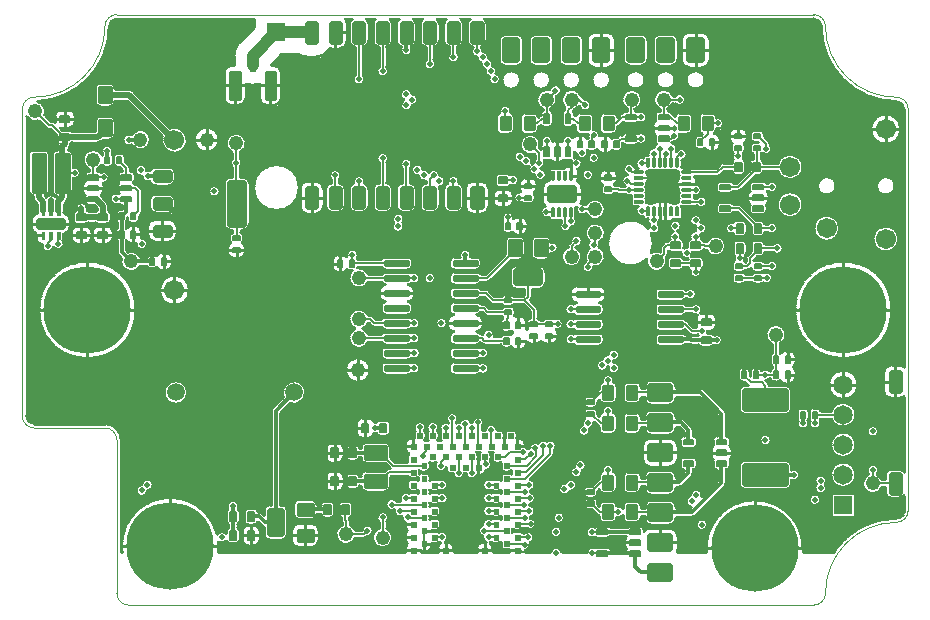
<source format=gbr>
G70*
%FSLAX54Y54*%
%ADD11C,0.0010*%
%ADD12C,0.0079*%
%ADD13C,0.0394*%
%ADD14C,0.0197*%
%ADD15C,0.0118*%
%ADD16C,0.0090*%
%ADD17C,0.0490*%
%ADD18C,0.0060*%
%ADD19C,0.0039*%
%ADD20R,0.0598X0.0598*%
%ADD21C,0.0650*%
%ADD22C,0.0670*%
%ADD23C,0.2913*%
%ADD24C,0.0063*%
%ADD25C,0.0200*%
%ADD26C,0.0236*%
%AMUSER27*
4, 1, 4, 0.0055, -0.0114, -0.0055, -0.0114, -0.0055, 0.0169, 0.0055, 0.0169, 0.0055, -0.0114, 0.0*
1, 1, 0.0110, 0.0000, -0.0114*%
%ADD27USER27*%
%AMUSER28*
4, 1, 4, -0.0114, -0.0055, -0.0114, 0.0055, 0.0169, 0.0055, 0.0169, -0.0055, -0.0114, -0.0055, 0.0*
1, 1, 0.0110, -0.0114, 0.0000*%
%ADD28USER28*%
%AMUSER29*
4, 1, 4, -0.0055, 0.0114, 0.0055, 0.0114, 0.0055, -0.0169, -0.0055, -0.0169, -0.0055, 0.0114, 0.0*
1, 1, 0.0110, 0.0000, 0.0114*%
%ADD29USER29*%
%AMUSER30*
4, 1, 4, 0.0114, 0.0055, 0.0114, -0.0055, -0.0169, -0.0055, -0.0169, 0.0055, 0.0114, 0.0055, 0.0*
1, 1, 0.0110, 0.0114, 0.0000*%
%ADD30USER30*%
%ADD31C,0.0201*%
%ADD32C,0.0100*%
%ADD33R,0.0600X0.0600*%
%ADD34C,0.0157*%
%ADD35C,0.0590*%
%ADD36C,0.0160*%
%ADD37C,0.0197*%
D11*
X101113Y96583D02*
X123948Y96583D01*
G75*
G03X124342Y96977I0000J0394*
G02X126704Y99339I2362J0000*
G03X127098Y99732I0000J0394*
G01X127098Y113118*
G75*
G03X126704Y113512I-0394J0000*
G02X124342Y115874I0000J2362*
G03X123948Y116268I-0394J0000*
G01X100720Y116268*
G75*
G03X100326Y115874I0000J-0394*
G02X97964Y113512I-2362J0000*
G03X97570Y113118I0000J-0394*
G01X97570Y102882*
G75*
G03X97964Y102488I0394J0000*
G01X100326Y102488*
G75*
G02X100720Y102095I0000J-0394*
G01X100720Y96977*
G75*
G03X101113Y96583I0394J0000*
D12*
G01X119204Y111307D02*
X119204Y111793D01*
X119200Y111793*
X122058Y112213D02*
X122100Y112213D01*
X122360Y111953*
X122360Y111793*
X122380Y107493D02*
X122360Y107493D01*
X122360Y107488*
X122098Y107488*
X121468Y107488D02*
X122098Y107488D01*
X121483Y108473D02*
X121483Y108193D01*
X121480Y108193*
X121480Y108143*
X119401Y111307D02*
X119401Y111534D01*
X119450Y111583*
X119540Y111583*
X119540Y111603*
X99932Y111425D02*
X99933Y111424D01*
X99933Y110838*
X100250Y110838*
X100250Y110843*
X100280Y110843*
X111310Y98847D02*
X111560Y98847D01*
X111560Y98843*
X118613Y110815D02*
X118121Y110815D01*
X119204Y110225D02*
X119204Y110815D01*
X118810Y109732D02*
X118810Y110133D01*
X114320Y98363D02*
X114240Y98363D01*
X114189Y98414*
X114066Y98414*
X110956Y99063D02*
X110956Y98630D01*
X105482Y107644D02*
X105444Y107606D01*
X119696Y110618D02*
X119401Y110618D01*
X119204Y110815*
X118613Y110225D02*
X118613Y110815D01*
X118613Y110225D02*
X119204Y110225D01*
X112334Y101878D02*
X112334Y102623D01*
X112340Y102623*
X116664Y108984D02*
X116664Y108647D01*
X116610Y108593*
X115410Y105953D02*
X115340Y105953D01*
X115129Y105953*
X108790Y107488D02*
X110040Y107488D01*
X110050Y107478*
X110550Y107478*
X110550Y107483*
X110630Y107483*
X111684Y101524D02*
X111520Y101360D01*
X111520Y101223*
X116428Y105439D02*
X115910Y105439D01*
X115910Y105443*
X115850Y105443*
X114066Y100579D02*
X114470Y100579D01*
X114470Y100583*
X113712Y99063D02*
X112970Y99063D01*
X119007Y111307D02*
X119007Y111583D01*
X119010Y111583*
X119010Y111633*
X108342Y99772D02*
X108342Y99410D01*
X108357Y99395*
X108357Y98945*
X116664Y108197D02*
X116420Y107953D01*
X116420Y107853*
X118613Y111307D02*
X118613Y111563D01*
X118610Y111563*
X118610Y111633*
X112767Y101878D02*
X112767Y102666D01*
X112760Y102673*
X108357Y98945D02*
X108952Y98945D01*
X109070Y99063*
X115050Y113433D02*
X115345Y113728D01*
X115340Y113733*
X115047Y112802D02*
X115047Y113430D01*
X115050Y113433*
X114466Y112646D02*
X114733Y112646D01*
X114889Y112802*
X115047Y112802*
X111310Y100146D02*
X111570Y100146D01*
X111570Y100143*
X118810Y111307D02*
X118810Y111783D01*
X116664Y109772D02*
X116230Y109772D01*
X116230Y109773*
X110601Y100146D02*
X110420Y100146D01*
X110420Y100143*
X110350Y100143*
X113200Y101878D02*
X113200Y102413D01*
X118830Y103669D02*
X117891Y103669D01*
X117891Y100677D02*
X118822Y100677D01*
X118830Y100669*
X119184Y106939D02*
X119840Y106939D01*
X119840Y106943*
X113712Y99929D02*
X114300Y99929D01*
X114300Y99933*
X112334Y104478D02*
X112920Y104478D01*
X112920Y104473*
X117091Y100677D02*
X117091Y101073D01*
X117090Y101073*
X117090Y101093*
X108003Y110165D02*
X108003Y110903D01*
X108000Y110903*
X111684Y102232D02*
X111684Y102473D01*
X111680Y102473*
X111680Y102483*
X119184Y106439D02*
X119950Y106439D01*
X119950Y106443*
X120030Y106443*
X114066Y100146D02*
X114480Y100146D01*
X114480Y100143*
X104700Y111333D02*
X104696Y111333D01*
X104696Y111977*
X115661Y109693D02*
X115661Y109212D01*
X115670Y109203*
X110601Y99713D02*
X110160Y99713D01*
X120680Y108551D02*
X120331Y108551D01*
X120307Y108576*
X120011Y108576*
X126664Y100631D02*
X126664Y100638D01*
X125916Y100638*
X120011Y108576D02*
X120011Y108813D01*
X120010Y108813*
X120010Y108863*
X121483Y109142D02*
X121300Y109142D01*
X121300Y109143*
X121190Y109143*
X118613Y109732D02*
X118613Y109443D01*
X118610Y109443*
X118610Y109413*
X113357Y100579D02*
X113160Y100579D01*
X113160Y100583*
X113110Y100583*
X112727Y115677D02*
X112727Y115043D01*
X112730Y115043*
X113357Y99280D02*
X113110Y99280D01*
X113110Y99273*
X109578Y115677D02*
X109578Y114383D01*
X109580Y114383*
X113357Y99713D02*
X113130Y99713D01*
X113110Y99713*
X111153Y115677D02*
X111153Y114623D01*
X111150Y114623*
X114066Y99280D02*
X114510Y99280D01*
X114510Y99283*
X119184Y105939D02*
X119674Y105939D01*
X119880Y105733*
X120220Y105733*
X109342Y101662D02*
X109491Y101662D01*
X109924Y101228*
X110956Y101228*
X117891Y102646D02*
X118830Y102646D01*
X118830Y102669*
X101271Y109536D02*
X101271Y109554D01*
X101440Y109723*
X101440Y110383*
X101342Y110480*
X101033Y110480*
X100798Y111425D02*
X100798Y111374D01*
X101033Y111139*
X101033Y110838*
D13*
X106035Y115677D02*
X107216Y115677D01*
X106035Y115677D02*
X105247Y114890D01*
X105247Y114593*
D12*
X118121Y110618D02*
X117855Y110618D01*
X117740Y110733*
X113712Y100362D02*
X114320Y100362D01*
X114320Y100363*
D14*
X98987Y112188D02*
X98987Y111950D01*
X98909Y111871*
X98909Y110992*
D12*
X118121Y111012D02*
X117901Y111012D01*
X117800Y111113*
X116428Y105939D02*
X115900Y105939D01*
X115900Y105943*
X115850Y105943*
X111153Y110165D02*
X111153Y110775D01*
X111280Y110903*
X111251Y102232D02*
X111251Y102503D01*
X111250Y102503*
X114066Y101012D02*
X114359Y101012D01*
X114920Y101573*
X114920Y101893*
X114617Y105953D02*
X115129Y105953D01*
X113712Y98630D02*
X114273Y98630D01*
X114310Y98593*
X98771Y108906D02*
X98771Y108643D01*
X98770Y108643*
X98770Y108623*
X111310Y100579D02*
X111520Y100579D01*
X111520Y100583*
X111560Y100583*
X114420Y107508D02*
X114420Y106858D01*
X114302Y106740*
X116304Y112646D02*
X116077Y112646D01*
X115921Y112802*
X115763Y112802*
X115763Y113085*
X115877Y113200*
X115877Y113433*
X116428Y106439D02*
X115880Y106439D01*
X115880Y106443*
X115850Y106443*
X115877Y113433D02*
X116140Y113433D01*
X116330Y113243*
X113712Y99496D02*
X114310Y99496D01*
X114310Y99493*
X110956Y99496D02*
X110410Y99496D01*
X110410Y99503*
X117891Y99693D02*
X118806Y99693D01*
X118830Y99669*
X109578Y98827D02*
X109578Y99503D01*
X109580Y99503*
D15*
X107742Y99772D02*
X106999Y99772D01*
D12*
X112334Y106978D02*
X113014Y106978D01*
X113252Y106740*
X113751Y106740*
X116507Y99969D02*
X116534Y99969D01*
X116810Y99693*
X117091Y99693*
D15*
X105193Y99536D02*
X105457Y99536D01*
X105654Y99339*
X106015Y99339*
X106625Y103669D02*
X106015Y103059D01*
X106015Y99339*
D12*
X114302Y106740D02*
X113751Y106740D01*
X117091Y99693D02*
X117420Y99693D01*
X117440Y99693*
D15*
X109342Y101662D02*
X108579Y101662D01*
D12*
X114302Y106740D02*
X114617Y106426D01*
X114617Y105953*
D15*
X116902Y99027D02*
X118002Y99027D01*
D12*
X116902Y99027D02*
X116580Y99027D01*
X116580Y99023*
X116550Y99023*
D15*
X118830Y97669D02*
X118193Y97669D01*
X118002Y97861*
X118002Y98311*
D12*
X112334Y104978D02*
X112880Y104978D01*
X112880Y104983*
X112920Y104983*
X121443Y111189D02*
X120916Y111189D01*
X120739Y111012*
X119696Y111012*
X110601Y101012D02*
X109789Y101012D01*
X109494Y100717*
X109342Y100717*
X116507Y103354D02*
X116542Y103354D01*
X116857Y103669*
X117091Y103669*
X119696Y110028D02*
X120200Y110028D01*
X120200Y110023*
X117091Y103669D02*
X117091Y104073D01*
X117090Y104073*
X117090Y104083*
X110050Y104978D02*
X110640Y104978D01*
X110640Y104983*
X98003Y113040D02*
X98470Y112573D01*
X98560Y112573*
X98944Y112188*
X98987Y112188*
X125916Y100638D02*
X125916Y101083D01*
X125920Y101083*
X110050Y105478D02*
X110560Y105478D01*
X110560Y105483*
X110630Y105483*
X108790Y105480D02*
X109182Y105480D01*
X109184Y105478*
X110050Y105478*
X114066Y98847D02*
X114440Y98847D01*
X114440Y98843*
X113712Y100795D02*
X114333Y100795D01*
X115170Y101633*
X115170Y101893*
X111940Y110165D02*
X111940Y110713D01*
D14*
X98121Y110992D02*
X98121Y110172D01*
X98259Y110034*
X98259Y109723*
D12*
X113357Y98847D02*
X113170Y98847D01*
X113170Y98843*
X113110Y98843*
X108790Y115677D02*
X108790Y114113D01*
X112334Y107478D02*
X113046Y107478D01*
X113987Y108420*
X113987Y108492*
X116507Y100362D02*
X116539Y100362D01*
X116854Y100677*
X117091Y100677*
X112117Y101524D02*
X112117Y100983D01*
X112110Y100983*
D15*
X118830Y99669D02*
X119897Y99669D01*
X120876Y100649*
X120876Y101304*
D12*
X114499Y111937D02*
X114790Y111646D01*
X114790Y111313*
X114800Y111313*
X118416Y111307D02*
X118300Y111307D01*
X118300Y111303*
X118210Y111303*
D15*
X119776Y102020D02*
X119776Y102417D01*
X119523Y102669*
X118830Y102669*
D12*
X115877Y108197D02*
X115877Y108560D01*
X116040Y108723*
X118948Y113433D02*
X119480Y113433D01*
X118947Y112846D02*
X118947Y113432D01*
X118948Y113433*
X119611Y112646D02*
X119377Y112646D01*
X119176Y112846*
X118947Y112846*
X104710Y108810D02*
X104710Y109963D01*
X104716Y109969*
D14*
X100326Y112490D02*
X100326Y112429D01*
X100085Y112188*
X98987Y112188*
D12*
X116507Y102961D02*
X116532Y102961D01*
X116847Y102646*
X117091Y102646*
X110818Y102232D02*
X110818Y102503D01*
X110820Y102503*
D15*
X120876Y102020D02*
X120876Y102967D01*
X120173Y103669*
X118830Y103669*
D12*
X112983Y101524D02*
X112983Y101329D01*
X113040Y101273*
X113020Y101273*
D15*
X116902Y98311D02*
X118002Y98311D01*
D12*
X116902Y98311D02*
X116570Y98311D01*
X116570Y98313*
D15*
X118830Y100669D02*
X119467Y100669D01*
X119776Y100979*
X119776Y101304*
D14*
X98771Y109723D02*
X98771Y110044D01*
X98909Y110181*
X98909Y110992*
D12*
X111940Y115677D02*
X111940Y114843D01*
X98909Y110992D02*
X99310Y110992D01*
X99310Y110993*
X99320Y110993*
X113357Y100146D02*
X113180Y100146D01*
X113180Y100143*
X113110Y100143*
X112550Y101524D02*
X112550Y100983D01*
X110050Y104478D02*
X110620Y104478D01*
X110620Y104483*
X110630Y104483*
X117091Y102646D02*
X117091Y103013D01*
X117090Y103013*
X117090Y103063*
X110365Y110165D02*
X110365Y111283D01*
X110370Y111283*
X113712Y101228D02*
X114386Y101228D01*
X114700Y101543*
X114700Y101783*
X114670Y101813*
X112334Y106478D02*
X112944Y106478D01*
X113076Y106347*
X113751Y106347*
X113751Y106154*
X113712Y106115*
X113712Y105914*
X104716Y109969D02*
X104696Y109969D01*
X104696Y111333*
D15*
X109342Y100717D02*
X108579Y100717D01*
D12*
X122688Y104772D02*
X122688Y105599D01*
X122688Y104260D02*
X122688Y104772D01*
X122688Y104260D02*
X122685Y104263D01*
X122340Y104263*
X113416Y101524D02*
X113671Y101524D01*
X113820Y101673*
X114260Y101673*
X111901Y101878D02*
X111901Y102693D01*
X111900Y102693*
X111900Y102803*
X122019Y104260D02*
X122340Y104260D01*
X122340Y104263*
X108790Y106110D02*
X109172Y106110D01*
X109304Y105978*
X110050Y105978*
X110590Y105978*
X110590Y105983*
X110630Y105983*
X109578Y110165D02*
X109578Y111473D01*
X109580Y111473*
X114066Y101445D02*
X114332Y101445D01*
X114510Y101623*
X112334Y105478D02*
X112884Y105478D01*
X112961Y105402*
X113712Y105402*
X122334Y103423D02*
X122334Y103889D01*
X122220Y104003*
X121850Y104003*
X121625Y104228*
X121625Y104260*
X124932Y102929D02*
X124924Y102921D01*
X123987Y102921*
X123987Y102653*
X123990Y102653*
X123990Y102643*
D14*
X102640Y112075D02*
X101125Y113590D01*
X100326Y113590*
D12*
X114066Y99713D02*
X114470Y99713D01*
X108790Y110165D02*
X108790Y110653D01*
X108790Y110713*
X112117Y102232D02*
X112117Y102473D01*
X112120Y102473*
X112120Y102483*
X119342Y108576D02*
X119342Y108803D01*
X119340Y108803*
X119340Y108863*
X118712Y108040D02*
X118970Y108298D01*
X118970Y108493*
X119053Y108576*
X119342Y108576*
X118416Y109732D02*
X118250Y109732D01*
X118250Y109733*
X118210Y109733*
X115857Y109693D02*
X115857Y109433D01*
X115850Y109433*
X115850Y109373*
X110956Y99929D02*
X109880Y99929D01*
X109880Y99933*
D15*
X122334Y100923D02*
X123290Y100923D01*
X101507Y112095D02*
X101150Y112095D01*
X101150Y112093*
X101110Y112093*
X110365Y115677D02*
X110365Y115083D01*
X110370Y115083*
D12*
X111035Y101878D02*
X111035Y101717D01*
X110920Y101603*
X110920Y101553*
D15*
X100405Y111425D02*
X100405Y111703D01*
X100400Y111703*
X100400Y111713*
D12*
X98515Y108906D02*
X98515Y108744D01*
X98416Y108645*
X98416Y108538*
X113594Y110741D02*
X113900Y110741D01*
X113900Y110743*
X113920Y110743*
D15*
X109602Y102488D02*
X109320Y102488D01*
X109320Y102493*
X109310Y102493*
X123594Y102921D02*
X123594Y102673D01*
X123590Y102673*
X123590Y102643*
X119184Y105439D02*
X119844Y105439D01*
X119866Y105417*
X120365Y105417*
X120710Y105417*
X120710Y105413*
D14*
X99933Y110122D02*
X100020Y110122D01*
X100247Y109896*
X100247Y109521*
X99538Y109521D02*
X100247Y109521D01*
X99538Y109521D02*
X99538Y109783D01*
X99540Y109783*
X99540Y109813*
X98515Y109723D02*
X98515Y110073D01*
X98510Y110073*
D12*
X112550Y102232D02*
X112550Y102473D01*
X112550Y102483*
D15*
X104593Y99536D02*
X104593Y99883D01*
X104590Y99883*
X104593Y99536D02*
X104593Y98906D01*
D12*
X120411Y112646D02*
X120720Y112646D01*
X120720Y112643*
X120760Y112643*
X120168Y112016D02*
X120168Y112041D01*
X120411Y112284*
X120411Y112646*
X101033Y110120D02*
X100700Y110120D01*
X100700Y110123*
X100690Y110123*
D15*
X100877Y109536D02*
X100883Y109536D01*
X101033Y109686*
X101033Y110120*
X100877Y109536D02*
X100877Y108945D01*
X101192Y108040D02*
X100877Y108354D01*
X100877Y108945*
X101192Y108040D02*
X101901Y108040D01*
D12*
X113666Y112646D02*
X113666Y113043D01*
X113670Y113043*
X113670Y113063*
X119696Y110421D02*
X120000Y110421D01*
X120000Y110423*
X120020Y110423*
X117847Y112130D02*
X118130Y112130D01*
X118130Y112133*
X118190Y112133*
X117373Y111937D02*
X117373Y111966D01*
X117537Y112130*
X117847Y112130*
X117098Y110441D02*
X117432Y110441D01*
X117450Y110423*
X117800Y110423*
X118121Y110421D02*
X117860Y110421D01*
X117860Y110423*
X117800Y110423*
X116546Y111937D02*
X116546Y112179D01*
X116620Y112253*
X117847Y112846D02*
X118150Y112846D01*
X118150Y112843*
X118190Y112843*
X117104Y112646D02*
X117373Y112646D01*
X117573Y112846*
X117847Y112846*
X117885Y113433D02*
X117847Y113395D01*
X117847Y112846*
X114420Y110165D02*
X114200Y110165D01*
X114200Y110163*
X114140Y110163*
D15*
X112334Y107978D02*
X112334Y108253D01*
X112330Y108253*
X102235Y110874D02*
X101780Y110874D01*
X101780Y110873*
X101750Y110873*
D12*
X115047Y111702D02*
X115047Y112033D01*
X115050Y112033*
X115050Y112053*
X121428Y111819D02*
X121428Y111543D01*
X121430Y111543*
X118947Y112130D02*
X119187Y112130D01*
X119280Y112223*
X119290Y112223*
X108572Y107978D02*
X108572Y108243D01*
X108570Y108243*
X108570Y108253*
X108572Y107978D02*
X108554Y107961D01*
X108572Y107978D02*
X110050Y107978D01*
X114853Y108492D02*
X115230Y108492D01*
X115230Y108493*
X115240Y108493*
X115763Y111702D02*
X115763Y111993D01*
X115760Y111993*
X115760Y112053*
X113751Y109221D02*
X113751Y109483D01*
X113750Y109483*
X113750Y109503*
X115267Y109693D02*
X115040Y109693D01*
X120011Y107976D02*
X120011Y107743D01*
X120010Y107743*
X120010Y107693*
X120011Y107976D02*
X119342Y107976D01*
X120996Y109808D02*
X121445Y109808D01*
X122083Y109170*
X122083Y109142*
X122550Y109142*
X122550Y109143*
X122098Y107882D02*
X122490Y107882D01*
X122490Y107883*
X122550Y107883*
X121468Y107882D02*
X121719Y107882D01*
X121820Y107983*
X121820Y108153*
X122083Y108415*
X122083Y108473*
X122670Y108473*
X122740Y108473*
X122096Y110524D02*
X122470Y110524D01*
X122470Y110523*
X122550Y110523*
X120996Y110524D02*
X121431Y110524D01*
X122043Y111136*
X122043Y111189*
X122058Y111819D02*
X122058Y111204D01*
X122043Y111189*
X123161Y111189D02*
X122043Y111189D01*
D16*
X117098Y110835D02*
X117098Y111100D01*
X116428Y106939D02*
X116428Y107224D01*
X119007Y109398D02*
X119007Y110067D01*
X118810Y109732D02*
X118810Y109398D01*
X114125Y110559D02*
X114725Y110559D01*
X114420Y110559D02*
X114420Y110824D01*
X115857Y110874D02*
X116077Y110874D01*
X115857Y110874D02*
X115857Y111208D01*
X116222Y110284D02*
X114902Y110284D01*
X114105Y105914D02*
X114105Y106219D01*
X114105Y105914D02*
X114370Y105914D01*
X114145Y109516D02*
X114145Y108916D01*
X114145Y109221D02*
X114410Y109221D01*
X116861Y114497D02*
X116861Y115677D01*
X116381Y115087D02*
X117341Y115087D01*
G36*
X119317Y112414D02*
G75*
G02X119316Y112436I0144J0022D01*
G01X119316Y112526*
G75*
G02X119307Y112531I0061J0120*
G01X119307Y112416*
G75*
G02X119317Y112414I-0017J-0193*
G37*
G02X119316Y112436I0144J0022*
G01X119316Y112526*
G75*
G02X119307Y112531I0061J0120*
G01X119307Y112416*
G75*
G02X119317Y112414I-0017J-0193*
G01X119307Y112488D02*
X118587Y112488D01*
X116979Y111642D02*
X116979Y112242D01*
X115405Y111342D02*
X115405Y112062D01*
X116153Y111937D02*
X116153Y112242D01*
X120025Y106017D02*
X120705Y106017D01*
X120365Y106017D02*
X120365Y106317D01*
X126349Y111949D02*
X126349Y112949D01*
X125849Y112449D02*
X126849Y112449D01*
X120011Y114497D02*
X120011Y115677D01*
X119531Y115087D02*
X120491Y115087D01*
X120562Y112016D02*
X120827Y112016D01*
X121428Y112213D02*
X121428Y112478D01*
X122456Y110165D02*
X121736Y110165D01*
X118002Y98669D02*
X117642Y98669D01*
X118830Y98669D02*
X118830Y99149D01*
X118240Y101669D02*
X119420Y101669D01*
X118830Y102149D02*
X118830Y101189D01*
X114105Y105402D02*
X114370Y105402D01*
X114617Y105559D02*
X114617Y105294D01*
X115129Y105559D02*
X115129Y105294D01*
X124442Y103929D02*
X125422Y103929D01*
X124932Y104419D02*
X124932Y103439D01*
X126664Y104031D02*
X126263Y104031D01*
X126664Y103472D02*
X126664Y104590D01*
X123082Y104772D02*
X123082Y105067D01*
X123082Y104772D02*
X123347Y104772D01*
X123082Y104260D02*
X123347Y104260D01*
X124932Y104804D02*
X124932Y108047D01*
X123310Y106425D02*
X126554Y106425D01*
X121236Y101662D02*
X120516Y101662D01*
X120358Y98473D02*
X123601Y98473D01*
X100587Y108921D02*
X99907Y108921D01*
X100247Y108621D02*
X100247Y109221D01*
X102640Y107575D02*
X102640Y106575D01*
X103140Y107075D02*
X102140Y107075D01*
X101736Y109063D02*
X102735Y109063D01*
X102235Y109449D02*
X102235Y108678D01*
X102294Y108335D02*
X102294Y107735D01*
X102294Y108040D02*
X102559Y108040D01*
X101271Y109240D02*
X101271Y108640D01*
X101271Y108945D02*
X101536Y108945D01*
X98259Y108906D02*
X98025Y108906D01*
X99878Y108921D02*
X99198Y108921D01*
X99538Y108621D02*
X99538Y109221D01*
X99172Y109299D02*
X97858Y109299D01*
X104122Y112095D02*
X103302Y112095D01*
X103712Y111685D02*
X103712Y112505D01*
X99573Y110480D02*
X100293Y110480D01*
X98647Y112788D02*
X99327Y112788D01*
X98987Y113088D02*
X98987Y112488D01*
X112727Y109607D02*
X112727Y110724D01*
X112326Y110165D02*
X113129Y110165D01*
X113934Y110141D02*
X113254Y110141D01*
X113594Y109841D02*
X113594Y110441D01*
G36*
X113918Y105658D02*
G75*
G02X113864Y105720I0117J0156D01*
G02X113782Y105688I-0083J0094*
G01X113642Y105688*
G75*
G02X113517Y105814I0000J0125*
G01X113517Y106024*
G75*
G02X113578Y106131I0125J-0000*
G02X113589Y106168I0133J-0017*
G02X113544Y106212I0063J0108*
G01X113077Y106212*
G75*
G02X112981Y106252I-0001J0134*
G01X112889Y106344*
X112844Y106344*
G75*
G02X112716Y106263I-0130J0064*
G02X112929Y106048I-0003J-0215*
G01X112929Y105908*
G75*
G02X112716Y105694I-0215J0000*
G02X112844Y105613I-0003J-0145*
G01X112884Y105613*
G75*
G02X112917Y105609I0001J-0134*
G02X113295Y105536I0193J-0016*
G01X113521Y105536*
G75*
G02X113642Y105627I0120J-0034*
G01X113782Y105627*
G75*
G02X113864Y105595I-0000J-0125*
G02X113918Y105658I0171J-0094*
G37*
G02X113864Y105720I0117J0156*
G02X113782Y105688I-0083J0094*
G01X113642Y105688*
G75*
G02X113517Y105814I0000J0125*
G01X113517Y106024*
G75*
G02X113578Y106131I0125J-0000*
G02X113589Y106168I0133J-0017*
G02X113544Y106212I0063J0108*
G01X113077Y106212*
G75*
G02X112981Y106252I-0001J0134*
G01X112889Y106344*
X112844Y106344*
G75*
G02X112716Y106263I-0130J0064*
G02X112929Y106048I-0003J-0215*
G01X112929Y105908*
G75*
G02X112716Y105694I-0215J0000*
G02X112844Y105613I-0003J-0145*
G01X112884Y105613*
G75*
G02X112917Y105609I0001J-0134*
G02X113295Y105536I0193J-0016*
G01X113521Y105536*
G75*
G02X113642Y105627I0120J-0034*
G01X113782Y105627*
G75*
G02X113864Y105595I-0000J-0125*
G02X113918Y105658I0171J-0094*
G01X112929Y105978D02*
X111739Y105978D01*
X108161Y107666D02*
X108161Y108266D01*
X108161Y107961D02*
X107896Y107961D01*
X107216Y109607D02*
X107216Y110724D01*
X106814Y110165D02*
X107617Y110165D01*
X105005Y108416D02*
X104405Y108416D01*
X104710Y108416D02*
X104710Y108151D01*
X110645Y106978D02*
X109455Y106978D01*
X105838Y113906D02*
X105838Y113241D01*
X105473Y113906D02*
X106203Y113906D01*
X104657Y113906D02*
X104657Y113241D01*
X104292Y113906D02*
X105022Y113906D01*
X108003Y115677D02*
X108003Y115119D01*
X108003Y115677D02*
X108404Y115677D01*
X105193Y99246D02*
X105193Y98566D01*
X105493Y98906D02*
X104893Y98906D01*
X106999Y99307D02*
X106999Y98504D01*
X107459Y98906D02*
X106539Y98906D01*
X102491Y98551D02*
X102491Y100173D01*
X100870Y98551D02*
X104113Y98551D01*
X99735Y104804D02*
X99735Y108047D01*
X98114Y106425D02*
X101357Y106425D01*
X107979Y101057D02*
X107979Y100377D01*
X108279Y100717D02*
X107679Y100717D01*
G36*
X112825Y101685D02*
X112709Y101685D01*
G75*
G02X112744Y101603I-0080J-0082*
G01X112744Y101445*
G75*
G02X112743Y101433I-0115J-0000*
G01X112791Y101433*
G75*
G02X112790Y101445I0114J0012*
G01X112790Y101603*
G75*
G02X112825Y101685I0115J-0000*
G37*
G01X112709Y101685*
G75*
G02X112744Y101603I-0080J-0082*
G01X112744Y101445*
G75*
G02X112743Y101433I-0115J-0000*
G01X112791Y101433*
G75*
G02X112790Y101445I0114J0012*
G01X112790Y101603*
G75*
G02X112825Y101685I0115J-0000*
G01X112767Y101433D02*
X112767Y100906D01*
X114066Y98414D02*
X113803Y98414D01*
G36*
X113803Y98437D02*
G75*
G02X113790Y98437I-0012J0114D01*
G01X113633Y98437*
G75*
G02X113518Y98551I0000J0115*
G01X113518Y98688*
G75*
G02X113436Y98653I-0082J0080*
G01X113279Y98653*
G75*
G02X113209Y98677I0000J0115*
G02X113152Y98654I-0099J0166*
G02X113247Y98492I-0089J-0162*
G01X113247Y98361*
X113803Y98361*
X113803Y98437*
G37*
G75*
G02X113790Y98437I-0012J0114*
G01X113633Y98437*
G75*
G02X113518Y98551I0000J0115*
G01X113518Y98688*
G75*
G02X113436Y98653I-0082J0080*
G01X113279Y98653*
G75*
G02X113209Y98677I0000J0115*
G02X113152Y98654I-0099J0166*
G02X113247Y98492I-0089J-0162*
G01X113247Y98361*
X113803Y98361*
X113803Y98437*
X112720Y98414D02*
X113247Y98414D01*
X112983Y98414D02*
X112983Y98677D01*
X110956Y99063D02*
X111219Y99063D01*
G36*
X113873Y101070D02*
G75*
G02X113790Y101035I-0082J0080D01*
G01X113633Y101035*
G75*
G02X113518Y101150I0000J0115*
G01X113518Y101307*
G75*
G02X113521Y101333I0115J-0000*
G02X113495Y101330I-0026J0112*
G01X113338Y101330*
G75*
G02X113223Y101445I0000J0115*
G01X113223Y101603*
G75*
G02X113258Y101685I0115J-0000*
G01X113142Y101685*
G75*
G02X113177Y101603I-0080J-0082*
G01X113177Y101445*
G75*
G02X113167Y101399I-0115J0000*
G02X113030Y101080I-0147J-0126*
G02X112846Y100906I-0184J0011*
G01X112728Y100906*
G75*
G02X112357Y100976I-0178J0077*
G01X112303Y100976*
G75*
G02X111917Y100976I-0193J0007*
G01X111822Y100976*
G75*
G02X111707Y101091I0000J0115*
G01X111707Y101174*
G75*
G02X111362Y101335I-0187J0049*
G02X111330Y101330I-0033J0110*
G01X111172Y101330*
G75*
G02X111146Y101333I0000J0115*
G02X111149Y101307I-0112J-0026*
G01X111149Y101150*
G75*
G02X111035Y101035I-0115J0000*
G01X110877Y101035*
G75*
G02X110795Y101070I0000J0115*
G01X110795Y100954*
G75*
G02X110877Y100989I0082J-0080*
G01X111035Y100989*
G75*
G02X111149Y100874I-0000J-0115*
G01X111149Y100738*
G75*
G02X111231Y100772I0082J-0080*
G01X111389Y100772*
G75*
G02X111459Y100748I-0000J-0115*
G02X111465Y100414I0101J-0165*
G02X111389Y100385I-0076J0086*
G01X111231Y100385*
G75*
G02X111149Y100420I0000J0115*
G01X111149Y100305*
G75*
G02X111231Y100339I0082J-0080*
G01X111389Y100339*
G75*
G02X111468Y100307I-0000J-0115*
G02X111464Y99981I0102J-0165*
G02X111389Y99952I-0076J0086*
G01X111231Y99952*
G75*
G02X111149Y99987I0000J0115*
G01X111149Y99872*
G75*
G02X111231Y99906I0082J-0080*
G01X111389Y99906*
G75*
G02X111504Y99791I-0000J-0115*
G01X111504Y99634*
G75*
G02X111389Y99519I-0115J0000*
G01X111231Y99519*
G75*
G02X111149Y99554I0000J0115*
G01X111149Y99439*
G75*
G02X111231Y99473I0082J-0080*
G01X111389Y99473*
G75*
G02X111504Y99358I-0000J-0115*
G01X111504Y99201*
G75*
G02X111389Y99086I-0115J0000*
G01X111231Y99086*
G75*
G02X111219Y99087I-0000J0115*
G01X111219Y99039*
G75*
G02X111231Y99040I0012J-0114*
G01X111389Y99040*
G75*
G02X111465Y99011I-0000J-0115*
G02X111660Y98677I0095J-0168*
G01X111763Y98677*
G75*
G02X111948Y98492I-0000J-0185*
G01X111948Y98361*
X112720Y98361*
X112720Y98492*
G75*
G02X112905Y98677I0185J-0000*
G01X113010Y98677*
G75*
G02X112919Y98876I0100J0166*
G02X112918Y99249I0051J0187*
G02X113201Y99443I0192J0024*
G02X113279Y99473I0077J-0085*
G01X113436Y99473*
G75*
G02X113518Y99439I-0000J-0115*
G01X113518Y99554*
G75*
G02X113436Y99519I-0082J0080*
G01X113279Y99519*
G75*
G02X113206Y99545I0000J0115*
G02X113206Y99881I-0096J0168*
G02X113279Y99906I0072J-0089*
G01X113436Y99906*
G75*
G02X113518Y99872I-0000J-0115*
G01X113518Y99987*
G75*
G02X113436Y99952I-0082J0080*
G01X113279Y99952*
G75*
G02X113208Y99976I0000J0115*
G02X113204Y100312I-0098J0167*
G02X113279Y100339I0074J-0087*
G01X113436Y100339*
G75*
G02X113518Y100305I-0000J-0115*
G01X113518Y100420*
G75*
G02X113436Y100385I-0082J0080*
G01X113279Y100385*
G75*
G02X113203Y100413I0000J0115*
G02X113209Y100749I-0094J0169*
G02X113279Y100772I0069J-0091*
G01X113436Y100772*
G75*
G02X113518Y100738I-0000J-0115*
G01X113518Y100874*
G75*
G02X113633Y100989I0115J-0000*
G01X113790Y100989*
G75*
G02X113873Y100954I-0000J-0115*
G01X113873Y101070*
G37*
G75*
G02X113790Y101035I-0082J0080*
G01X113633Y101035*
G75*
G02X113518Y101150I0000J0115*
G01X113518Y101307*
G75*
G02X113521Y101333I0115J-0000*
G02X113495Y101330I-0026J0112*
G01X113338Y101330*
G75*
G02X113223Y101445I0000J0115*
G01X113223Y101603*
G75*
G02X113258Y101685I0115J-0000*
G01X113142Y101685*
G75*
G02X113177Y101603I-0080J-0082*
G01X113177Y101445*
G75*
G02X113167Y101399I-0115J0000*
G02X113030Y101080I-0147J-0126*
G02X112846Y100906I-0184J0011*
G01X112728Y100906*
G75*
G02X112357Y100976I-0178J0077*
G01X112303Y100976*
G75*
G02X111917Y100976I-0193J0007*
G01X111822Y100976*
G75*
G02X111707Y101091I0000J0115*
G01X111707Y101174*
G75*
G02X111362Y101335I-0187J0049*
G02X111330Y101330I-0033J0110*
G01X111172Y101330*
G75*
G02X111146Y101333I0000J0115*
G02X111149Y101307I-0112J-0026*
G01X111149Y101150*
G75*
G02X111035Y101035I-0115J0000*
G01X110877Y101035*
G75*
G02X110795Y101070I0000J0115*
G01X110795Y100954*
G75*
G02X110877Y100989I0082J-0080*
G01X111035Y100989*
G75*
G02X111149Y100874I-0000J-0115*
G01X111149Y100738*
G75*
G02X111231Y100772I0082J-0080*
G01X111389Y100772*
G75*
G02X111459Y100748I-0000J-0115*
G02X111465Y100414I0101J-0165*
G02X111389Y100385I-0076J0086*
G01X111231Y100385*
G75*
G02X111149Y100420I0000J0115*
G01X111149Y100305*
G75*
G02X111231Y100339I0082J-0080*
G01X111389Y100339*
G75*
G02X111468Y100307I-0000J-0115*
G02X111464Y99981I0102J-0165*
G02X111389Y99952I-0076J0086*
G01X111231Y99952*
G75*
G02X111149Y99987I0000J0115*
G01X111149Y99872*
G75*
G02X111231Y99906I0082J-0080*
G01X111389Y99906*
G75*
G02X111504Y99791I-0000J-0115*
G01X111504Y99634*
G75*
G02X111389Y99519I-0115J0000*
G01X111231Y99519*
G75*
G02X111149Y99554I0000J0115*
G01X111149Y99439*
G75*
G02X111231Y99473I0082J-0080*
G01X111389Y99473*
G75*
G02X111504Y99358I-0000J-0115*
G01X111504Y99201*
G75*
G02X111389Y99086I-0115J0000*
G01X111231Y99086*
G75*
G02X111219Y99087I-0000J0115*
G01X111219Y99039*
G75*
G02X111231Y99040I0012J-0114*
G01X111389Y99040*
G75*
G02X111465Y99011I-0000J-0115*
G02X111660Y98677I0095J-0168*
G01X111763Y98677*
G75*
G02X111948Y98492I-0000J-0185*
G01X111948Y98361*
X112720Y98361*
X112720Y98492*
G75*
G02X112905Y98677I0185J-0000*
G01X113010Y98677*
G75*
G02X112919Y98876I0100J0166*
G02X112918Y99249I0051J0187*
G02X113201Y99443I0192J0024*
G02X113279Y99473I0077J-0085*
G01X113436Y99473*
G75*
G02X113518Y99439I-0000J-0115*
G01X113518Y99554*
G75*
G02X113436Y99519I-0082J0080*
G01X113279Y99519*
G75*
G02X113206Y99545I0000J0115*
G02X113206Y99881I-0096J0168*
G02X113279Y99906I0072J-0089*
G01X113436Y99906*
G75*
G02X113518Y99872I-0000J-0115*
G01X113518Y99987*
G75*
G02X113436Y99952I-0082J0080*
G01X113279Y99952*
G75*
G02X113208Y99976I0000J0115*
G02X113204Y100312I-0098J0167*
G02X113279Y100339I0074J-0087*
G01X113436Y100339*
G75*
G02X113518Y100305I-0000J-0115*
G01X113518Y100420*
G75*
G02X113436Y100385I-0082J0080*
G01X113279Y100385*
G75*
G02X113203Y100413I0000J0115*
G02X113209Y100749I-0094J0169*
G02X113279Y100772I0069J-0091*
G01X113436Y100772*
G75*
G02X113518Y100738I-0000J-0115*
G01X113518Y100874*
G75*
G02X113633Y100989I0115J-0000*
G01X113790Y100989*
G75*
G02X113873Y100954I-0000J-0115*
G01X113873Y101070*
X111684Y98414D02*
X111684Y98677D01*
X111421Y98414D02*
X111948Y98414D01*
X110956Y98630D02*
X111219Y98630D01*
G36*
X111517Y98654D02*
G75*
G02X111460Y98677I0043J0189D01*
G02X111389Y98653I-0071J0090*
G01X111231Y98653*
G75*
G02X111219Y98654I-0000J0115*
G01X111219Y98551*
G75*
G02X111035Y98367I-0185J0000*
G01X110877Y98367*
G75*
G02X110865Y98367I0000J0185*
G01X110865Y98361*
X111421Y98361*
X111421Y98492*
G75*
G02X111517Y98654I0185J-0000*
G37*
G02X111460Y98677I0043J0189*
G02X111389Y98653I-0071J0090*
G01X111231Y98653*
G75*
G02X111219Y98654I-0000J0115*
G01X111219Y98551*
G75*
G02X111035Y98367I-0185J0000*
G01X110877Y98367*
G75*
G02X110865Y98367I0000J0185*
G01X110865Y98361*
X111421Y98361*
X111421Y98492*
G75*
G02X111517Y98654I0185J-0000*
G01X110338Y98414D02*
X110865Y98414D01*
X110601Y99280D02*
X110338Y99280D01*
X110601Y98847D02*
X110338Y98847D01*
X114066Y101878D02*
X114066Y102142D01*
X113633Y101878D02*
X113633Y102142D01*
X108751Y104828D02*
X108751Y104007D01*
X109161Y104417D02*
X108341Y104417D01*
X110601Y101878D02*
X110338Y101878D01*
X110601Y101878D02*
X110601Y102142D01*
X107979Y102002D02*
X107979Y101322D01*
X108279Y101662D02*
X107679Y101662D01*
X109002Y102488D02*
X108702Y102488D01*
X119362Y110618D02*
X120030Y110618D01*
G36*
X119468Y110914D02*
G75*
G02X119436Y111047I0113J0098D01*
G02X119302Y111080I-0035J0146*
G02X119105Y111080I-0098J0113*
G02X118909Y111080I-0098J0113*
G02X118712Y111080I-0098J0113*
G02X118515Y111080I-0098J0113*
G02X118381Y111047I-0098J0113*
G02X118382Y110979I-0146J-0035*
G02X118382Y110651I-0147J-0164*
G02X118349Y110520I-0147J-0033*
G02X118349Y110323I-0113J-0098*
G02X118349Y110126I-0113J-0098*
G02X118381Y109993I-0113J-0098*
G02X118515Y109960I0035J-0146*
G02X118646Y109993I0098J-0113*
G02X118909Y110043I0164J-0147*
G02X119171Y109993I0098J-0197*
G02X119302Y109960I0033J-0147*
G02X119436Y109993I0098J-0113*
G02X119468Y110126I0146J0035*
G02X119468Y110323I0113J0098*
G02X119435Y110454I0113J0098*
G02X119435Y110782I0147J0164*
G02X119468Y110914I0147J0033*
G37*
G02X119436Y111047I0113J0098*
G02X119302Y111080I-0035J0146*
G02X119105Y111080I-0098J0113*
G02X118909Y111080I-0098J0113*
G02X118712Y111080I-0098J0113*
G02X118515Y111080I-0098J0113*
G02X118381Y111047I-0098J0113*
G02X118382Y110979I-0146J-0035*
G02X118382Y110651I-0147J-0164*
G02X118349Y110520I-0147J-0033*
G02X118349Y110323I-0113J-0098*
G02X118349Y110126I-0113J-0098*
G02X118381Y109993I-0113J-0098*
G02X118515Y109960I0035J-0146*
G02X118646Y109993I0098J-0113*
G02X118909Y110043I0164J-0147*
G02X119171Y109993I0098J-0197*
G02X119302Y109960I0033J-0147*
G02X119436Y109993I0098J-0113*
G02X119468Y110126I0146J0035*
G02X119468Y110323I0113J0098*
G02X119435Y110454I0113J0098*
G02X119435Y110782I0147J0164*
G02X119468Y110914I0147J0033*
G01X116803Y110835D02*
X117403Y110835D01*
X115833Y106939D02*
X117023Y106939D01*
X126953Y104532D02*
X126953Y113118D01*
G75*
G03X126704Y113368I-0249J-0000*
G02X124932Y114102I-0000J2506*
G02X124197Y115874I1772J1773*
G03X123948Y116124I-0249J-0000*
G01X112973Y116124*
G75*
G02X113059Y115953I-0128J-0171*
G01X113059Y115402*
G75*
G02X112862Y115189I-0213J0000*
G01X112862Y115184*
G75*
G02X112923Y115036I-0132J-0142*
G02X113110Y114807I-0003J-0193*
G02X113236Y114568I-0060J-0184*
G02X113355Y114301I-0056J-0185*
G02X113135Y114195I-0045J-0188*
G02X112994Y114438I0045J0188*
G02X112860Y114659I0056J0185*
G02X112727Y114849I0060J0184*
G02X112593Y115179I0003J0193*
G01X112593Y115189*
G75*
G02X112396Y115402I0016J0213*
G01X112396Y115953*
G75*
G02X112482Y116124I0213J-0000*
G01X112186Y116124*
G75*
G02X112271Y115953I-0128J-0171*
G01X112271Y115402*
G75*
G02X112074Y115189I-0213J0000*
G01X112074Y114982*
G75*
G02X111806Y114982I-0134J-0139*
G01X111806Y115189*
G75*
G02X111609Y115402I0016J0213*
G01X111609Y115953*
G75*
G02X111694Y116124I0213J-0000*
G01X111398Y116124*
G75*
G02X111484Y115953I-0128J-0171*
G01X111484Y115402*
G75*
G02X111287Y115189I-0213J0000*
G01X111287Y114759*
G75*
G02X111018Y114765I-0137J-0137*
G01X111018Y115189*
G75*
G02X110821Y115402I0016J0213*
G01X110821Y115953*
G75*
G02X110907Y116124I0213J-0000*
G01X110611Y116124*
G75*
G02X110697Y115953I-0128J-0171*
G01X110697Y115402*
G75*
G02X110529Y115193I-0213J0000*
G02X110210Y115192I-0159J-0111*
G02X110034Y115402I0037J0210*
G01X110034Y115953*
G75*
G02X110119Y116124I0213J-0000*
G01X109824Y116124*
G75*
G02X109909Y115953I-0128J-0171*
G01X109909Y115402*
G75*
G02X109712Y115189I-0213J0000*
G01X109712Y114524*
G75*
G02X109443Y114520I-0132J-0141*
G01X109443Y115189*
G75*
G02X109247Y115402I0016J0213*
G01X109247Y115953*
G75*
G02X109332Y116124I0213J-0000*
G01X109036Y116124*
G75*
G02X109122Y115953I-0128J-0171*
G01X109122Y115402*
G75*
G02X108925Y115189I-0213J0000*
G01X108925Y114252*
G75*
G02X108656Y114252I-0135J-0139*
G01X108656Y115189*
G75*
G02X108459Y115402I0016J0213*
G01X108459Y115953*
G75*
G02X108545Y116124I0213J-0000*
G01X108347Y116124*
G75*
G02X108404Y115953I-0226J-0171*
G01X108404Y115402*
G75*
G02X108121Y115119I-0283J0000*
G01X107885Y115119*
G75*
G02X107819Y115126I-0000J0283*
G02X107334Y114844I-0485J0275*
G01X107098Y114844*
G75*
G02X106774Y114947I0000J0558*
G01X106774Y114938*
X106195Y114938*
X105884Y114626*
X105884Y114593*
G75*
G02X105883Y114571I-0639J0000*
G01X105959Y114571*
G75*
G02X106203Y114327I-0000J-0244*
G01X106203Y113484*
G75*
G02X105959Y113241I-0244J0000*
G01X105716Y113241*
G75*
G02X105473Y113484I0000J0244*
G01X105473Y113953*
G75*
G02X105317Y113927I-0156J0443*
G01X105177Y113927*
G75*
G02X105022Y113953I0000J0470*
G01X105022Y113484*
G75*
G02X104778Y113241I-0244J0000*
G01X104535Y113241*
G75*
G02X104292Y113484I0000J0244*
G01X104292Y114327*
G75*
G02X104535Y114571I0244J-0000*
G01X104611Y114571*
G75*
G02X104611Y114593I0638J0022*
G01X104611Y114889*
G75*
G02X104797Y115340I0637J0001*
G01X105295Y115838*
X105295Y116124*
X100720Y116124*
G75*
G03X100470Y115874I0000J-0249*
G02X98081Y113370I-2507J0000*
G02X98319Y112914I-0078J-0331*
G01X98525Y112707*
X98559Y112707*
G75*
G02X98647Y112675I0001J-0134*
G02X98647Y112683I0195J0008*
G01X98647Y112893*
G75*
G02X98842Y113088I0195J-0000*
G01X99132Y113088*
G75*
G02X99327Y112893I-0000J-0195*
G01X99327Y112683*
G75*
G02X99132Y112488I-0195J0000*
G01X98842Y112488*
G75*
G02X98834Y112488I0000J0196*
G01X98905Y112418*
X99132Y112418*
G75*
G02X99221Y112382I-0000J-0125*
G01X99995Y112382*
X99995Y112706*
G75*
G02X100168Y112880I0174J-0000*
G01X100483Y112880*
G75*
G02X100657Y112706I-0000J-0174*
G01X100657Y112273*
G75*
G02X100483Y112099I-0174J0000*
G01X100270Y112099*
X100223Y112052*
G75*
G02X100085Y111995I-0137J0136*
G01X99221Y111995*
G75*
G02X99181Y111968I-0088J0088*
G01X99181Y111950*
G75*
G02X99124Y111813I-0193J0000*
G01X99102Y111791*
X99102Y111756*
G75*
G02X99259Y111583I-0016J-0173*
G01X99259Y111177*
G75*
G02X99259Y110809I0060J-0184*
G01X99259Y110402*
G75*
G02X99102Y110229I-0174J0000*
G01X99102Y110181*
G75*
G02X99045Y110044I-0193J0000*
G01X98964Y109963*
X98964Y109723*
G75*
G02X98952Y109654I-0194J0000*
G02X99172Y109378I-0063J-0276*
G01X99172Y109221*
G75*
G02X98935Y108941I-0283J0000*
G01X98935Y108797*
G75*
G02X98921Y108743I-0115J0000*
G02X98608Y108517I-0151J-0121*
G02X98237Y108613I-0192J0021*
G01X98210Y108613*
G75*
G02X98025Y108797I0000J0185*
G01X98025Y108962*
G75*
G02X97858Y109221I0116J0258*
G01X97858Y109378*
G75*
G02X98078Y109654I0283J-0000*
G02X98065Y109723I0181J0068*
G01X98065Y109954*
X97985Y110034*
G75*
G02X97928Y110172I0136J0137*
G01X97928Y110229*
G75*
G02X97770Y110402I0016J0173*
G01X97770Y111583*
G75*
G02X97944Y111757I0174J-0000*
G01X98298Y111757*
G75*
G02X98472Y111583I-0000J-0174*
G01X98472Y110402*
G75*
G02X98335Y110232I-0174J0000*
G01X98365Y110201*
G75*
G02X98510Y110266I0145J-0128*
G01X98515Y110266*
G75*
G02X98657Y110204I-0000J-0193*
G01X98687Y110234*
G75*
G02X98558Y110402I0044J0168*
G01X98558Y111583*
G75*
G02X98715Y111756I0174J-0000*
G01X98715Y111871*
G75*
G02X98757Y111992I0194J-0000*
G02X98717Y112083I0085J0092*
G01X98717Y112225*
X98504Y112438*
X98470Y112438*
G75*
G02X98375Y112478I-0001J0134*
G01X98129Y112724*
G75*
G02X97714Y112860I-0126J0316*
G01X97714Y102882*
G75*
G03X97964Y102633I0249J0000*
G01X100326Y102633*
G75*
G02X100864Y102095I-0000J-0538*
G01X100864Y98361*
X100881Y98361*
G75*
G02X102194Y100145I1610J0190*
G02X104062Y98955I0297J-1594*
G02X104363Y98973I0158J-0112*
G01X104363Y99051*
G75*
G02X104439Y99166I0125J-0000*
G01X104439Y99276*
G75*
G02X104363Y99391I0049J0115*
G01X104363Y99681*
G75*
G02X104422Y99787I0125J-0000*
G02X104759Y99789I0168J0096*
G02X104823Y99681I-0062J-0109*
G01X104823Y99391*
G75*
G02X104747Y99276I-0125J0000*
G01X104747Y99166*
G75*
G02X104823Y99051I-0049J-0115*
G01X104823Y98761*
G75*
G02X104698Y98636I-0125J0000*
G01X104488Y98636*
G75*
G02X104370Y98720I0000J0125*
G02X104107Y98686I-0150J0123*
G02X104102Y98361I-1617J-0134*
G01X110338Y98361*
X110338Y98492*
G75*
G02X110400Y98630I0185J-0000*
G02X110338Y98768I0123J0138*
G01X110338Y98925*
G75*
G02X110400Y99063I0185J-0000*
G02X110338Y99201I0123J0138*
G01X110338Y99323*
G75*
G02X110218Y99528I0072J0180*
G02X109973Y99763I-0058J0185*
G02X110022Y100064I-0093J0170*
G01X110173Y100064*
G75*
G02X110447Y100310I0177J0079*
G02X110523Y100339I0076J-0086*
G01X110680Y100339*
G75*
G02X110762Y100305I-0000J-0115*
G01X110762Y100420*
G75*
G02X110680Y100385I-0082J0080*
G01X110523Y100385*
G75*
G02X110408Y100500I0000J0115*
G01X110408Y100658*
G75*
G02X110523Y100772I0115J-0000*
G01X110680Y100772*
G75*
G02X110762Y100738I-0000J-0115*
G01X110762Y100853*
G75*
G02X110680Y100818I-0082J0080*
G01X110523Y100818*
G75*
G02X110422Y100878I0000J0115*
G01X109845Y100878*
X109832Y100864*
X109832Y100542*
G75*
G02X109657Y100367I-0175J0000*
G01X109027Y100367*
G75*
G02X108852Y100542I0000J0175*
G01X108852Y100563*
X108808Y100563*
G75*
G02X108684Y100447I-0125J0009*
G01X108474Y100447*
G75*
G02X108349Y100572I0000J0125*
G01X108349Y100862*
G75*
G02X108474Y100987I0125J-0000*
G01X108684Y100987*
G75*
G02X108808Y100871I-0000J-0125*
G01X108852Y100871*
X108852Y100892*
G75*
G02X109027Y101067I0175J-0000*
G01X109654Y101067*
X109694Y101107*
G75*
G02X109790Y101146I0095J-0095*
G01X109816Y101146*
X109651Y101312*
X109027Y101312*
G75*
G02X108852Y101487I0000J0175*
G01X108852Y101507*
X108808Y101507*
G75*
G02X108684Y101392I-0125J0009*
G01X108474Y101392*
G75*
G02X108349Y101517I0000J0125*
G01X108349Y101807*
G75*
G02X108474Y101932I0125J-0000*
G01X108684Y101932*
G75*
G02X108808Y101816I-0000J-0125*
G01X108852Y101816*
X108852Y101837*
G75*
G02X109027Y102012I0175J-0000*
G01X109657Y102012*
G75*
G02X109832Y101837I-0000J-0175*
G01X109832Y101511*
X109980Y101363*
X110408Y101363*
G75*
G02X110408Y101366I0115J0003*
G01X110408Y101524*
G75*
G02X110466Y101624I0115J0000*
G02X110338Y101799I0057J0176*
G01X110338Y101957*
G75*
G02X110523Y102142I0185J-0000*
G01X110625Y102142*
G75*
G02X110625Y102154I0114J0012*
G01X110625Y102311*
G75*
G02X110660Y102394I0115J-0000*
G02X110978Y102392I0160J0109*
G02X111011Y102311I-0082J-0081*
G01X111011Y102154*
G75*
G02X110977Y102072I-0115J0000*
G01X111092Y102072*
G75*
G02X111058Y102154I0080J0082*
G01X111058Y102311*
G75*
G02X111091Y102392I0115J-0000*
G02X111410Y102394I0159J0111*
G02X111445Y102311I-0080J-0082*
G01X111445Y102154*
G75*
G02X111410Y102072I-0115J0000*
G01X111525Y102072*
G75*
G02X111491Y102154I0080J0082*
G01X111491Y102311*
G75*
G02X111515Y102382I0115J-0000*
G02X111766Y102656I0165J0101*
G01X111766Y102663*
G75*
G02X112035Y102664I0134J0140*
G01X112035Y102657*
G75*
G02X112153Y102673I0085J-0174*
G02X112526Y102675I0187J-0051*
G02X112567Y102676I0024J-0192*
G02X112901Y102541I0193J-0003*
G01X112901Y102426*
G75*
G02X112905Y102426I0003J-0115*
G01X113007Y102426*
G75*
G02X113393Y102426I0193J-0013*
G01X113495Y102426*
G75*
G02X113610Y102311I-0000J-0115*
G01X113610Y102154*
G75*
G02X113609Y102142I-0115J-0000*
G01X113657Y102142*
G75*
G02X113656Y102154I0114J0012*
G01X113656Y102311*
G75*
G02X113771Y102426I0115J-0000*
G01X113928Y102426*
G75*
G02X114043Y102311I-0000J-0115*
G01X114043Y102154*
G75*
G02X114042Y102142I-0115J-0000*
G01X114145Y102142*
G75*
G02X114329Y101957I-0000J-0185*
G01X114329Y101853*
G75*
G02X114414Y101791I-0070J-0181*
G02X114477Y101813I0096J-0168*
G02X114752Y101988I0193J-0001*
G02X115045Y102040I0168J-0095*
G02X115304Y101754I0125J-0148*
G01X115304Y101634*
G75*
G02X115265Y101538I-0134J-0001*
G01X114501Y100774*
G75*
G02X114511Y100394I-0031J-0191*
G02X114511Y100334I-0191J-0031*
G02X114493Y99950I-0031J-0191*
G02X114491Y99905I-0193J-0017*
G02X114501Y99522I-0021J-0192*
G02X114503Y99476I-0191J-0029*
G02X114374Y99145I0007J-0193*
G01X114245Y99145*
G75*
G02X114145Y99086I-0100J0056*
G01X113987Y99086*
G75*
G02X113905Y99121I0000J0115*
G01X113905Y99005*
G75*
G02X113987Y99040I0082J-0080*
G01X114145Y99040*
G75*
G02X114245Y98981I-0000J-0115*
G01X114305Y98981*
G75*
G02X114493Y98657I0135J-0138*
G02X114329Y98400I-0183J-0064*
G01X114329Y98361*
X115173Y98361*
G75*
G02X115547Y98361I0187J-0048*
G01X116383Y98361*
G75*
G02X116657Y98485I0187J-0048*
G02X116738Y98515I0081J-0097*
G01X117065Y98515*
G75*
G02X117165Y98466I0000J-0127*
G01X117689Y98466*
G75*
G02X117642Y98593I0150J0127*
G01X117642Y98746*
G75*
G02X117689Y98873I0197J-0000*
G01X117165Y98873*
G75*
G02X117065Y98824I-0100J0077*
G01X116738Y98824*
G75*
G02X116652Y98858I0000J0127*
G02X116646Y99191I-0102J0164*
G02X116738Y99231I0092J-0087*
G01X117065Y99231*
G75*
G02X117165Y99182I0000J-0127*
G01X117738Y99182*
G75*
G02X117838Y99231I0100J-0077*
G01X118165Y99231*
G75*
G02X118292Y99104I-0000J-0127*
G01X118292Y99042*
G75*
G02X118505Y99149I0213J-0158*
G01X119155Y99149*
G75*
G02X119420Y98884I-0000J-0265*
G01X119420Y98454*
G75*
G02X119403Y98361I-0265J0000*
G01X120362Y98361*
G75*
G02X121979Y100094I1618J0112*
G02X123165Y99579I0000J-1622*
G02X123597Y98361I-1186J-1107*
G01X124614Y98361*
G75*
G02X125518Y99185I2089J-1384*
G02X126704Y99483I1186J-2209*
G03X126953Y99732I-0000J0249*
G01X126953Y100228*
G75*
G02X126783Y100142I-0171J0128*
G01X126546Y100142*
G75*
G02X126333Y100355I0000J0213*
G01X126333Y100504*
X126229Y100504*
G75*
G02X125780Y100949I-0312J0134*
G02X126058Y100947I0140J0133*
G02X126229Y100772I-0142J-0309*
G01X126333Y100772*
X126333Y100906*
G75*
G02X126546Y101120I0213J-0000*
G01X126783Y101120*
G75*
G02X126953Y101034I-0000J-0213*
G01X126953Y103529*
G75*
G02X126783Y103472I-0171J0226*
G01X126546Y103472*
G75*
G02X126263Y103755I0000J0283*
G01X126263Y104306*
G75*
G02X126546Y104590I0283J-0000*
G01X126783Y104590*
G75*
G02X126953Y104532I-0000J-0283*
G01X123281Y104516D02*
G75*
G02X123347Y104370I-0129J-0146D01*
G01X123347Y104160*
G75*
G02X123152Y103965I-0195J0000*
G01X123012Y103965*
G75*
G02X122841Y104066I0000J0195*
G02X122758Y104035I-0083J0094*
G01X122618Y104035*
G75*
G02X122497Y104128I0000J0125*
G01X122479Y104128*
G75*
G02X122343Y104069I-0139J0134*
G01X122429Y103984*
G75*
G02X122467Y103908I-0095J-0095*
G01X123014Y103908*
G75*
G02X123209Y103713I-0000J-0195*
G01X123209Y103133*
G75*
G02X123014Y102938I-0195J0000*
G01X121654Y102938*
G75*
G02X121459Y103133I0000J0195*
G01X121459Y103713*
G75*
G02X121654Y103908I0195J-0000*
G01X121754Y103908*
X121628Y104035*
X121555Y104035*
G75*
G02X121430Y104160I0000J0125*
G01X121430Y104370*
G75*
G02X121555Y104495I0125J-0000*
G01X121695Y104495*
G75*
G02X121820Y104370I-0000J-0125*
G01X121820Y104223*
X121824Y104219*
X121824Y104370*
G75*
G02X121949Y104495I0125J-0000*
G01X122089Y104495*
G75*
G02X122209Y104405I-0000J-0125*
G02X122479Y104397I0131J-0142*
G01X122496Y104397*
G75*
G02X122554Y104477I0122J-0027*
G01X122554Y104555*
G75*
G02X122493Y104662I0064J0107*
G01X122493Y104872*
G75*
G02X122554Y104979I0125J-0000*
G01X122554Y105286*
G75*
G02X122688Y105939I0134J0312*
G02X122822Y105286I0000J-0340*
G01X122822Y104979*
G75*
G02X122841Y104966I-0064J-0107*
G02X123012Y105067I0171J-0094*
G01X123152Y105067*
G75*
G02X123347Y104872I-0000J-0195*
G01X123347Y104662*
G75*
G02X123281Y104516I-0195J0000*
G01X110539Y107312D02*
G75*
G02X110433Y107263I-0108J0096D01*
G02X110645Y107048I-0003J-0215*
G01X110645Y106908*
G75*
G02X110433Y106694I-0215J0000*
G02X110575Y106548I-0003J-0145*
G01X110575Y106408*
G75*
G02X110430Y106263I-0145J0000*
G01X109670Y106263*
G75*
G02X109525Y106408I0000J0145*
G01X109525Y106548*
G75*
G02X109668Y106694I0145J-0000*
G02X109455Y106908I0003J0215*
G01X109455Y107048*
G75*
G02X109668Y107263I0215J-0000*
G02X109536Y107354I0003J0145*
G01X109103Y107354*
G75*
G02X108557Y107736I-0312J0134*
G01X108484Y107736*
G75*
G02X108401Y107767I0000J0125*
G02X108231Y107666I-0171J0094*
G01X108091Y107666*
G75*
G02X107896Y107861I0000J0195*
G01X107896Y108071*
G75*
G02X108091Y108266I0195J-0000*
G01X108231Y108266*
G75*
G02X108389Y108184I-0000J-0195*
G02X108728Y108141I0181J0068*
G02X108742Y108113I-0104J-0070*
G01X109540Y108113*
G75*
G02X109670Y108194I0130J-0064*
G01X110430Y108194*
G75*
G02X110575Y108048I-0000J-0145*
G01X110575Y107908*
G75*
G02X110430Y107763I-0145J0000*
G01X109670Y107763*
G75*
G02X109540Y107844I0000J0145*
G01X108748Y107844*
G75*
G02X108744Y107825I-0124J0017*
G02X109103Y107623I0046J-0337*
G01X109546Y107623*
G75*
G02X109670Y107694I0125J-0074*
G01X110430Y107694*
G75*
G02X110533Y107650I0000J-0145*
G02X110539Y107312I0097J-0168*
G01X102053Y108233D02*
G75*
G02X102224Y108335I0171J-0094D01*
G01X102364Y108335*
G75*
G02X102559Y108140I-0000J-0195*
G01X102559Y107930*
G75*
G02X102364Y107735I-0195J0000*
G01X102224Y107735*
G75*
G02X102053Y107836I0000J0195*
G02X101971Y107804I-0083J0094*
G01X101831Y107804*
G75*
G02X101714Y107885I0000J0125*
G01X101495Y107885*
G75*
G02X100869Y108145I-0303J0154*
G01X100768Y108245*
G75*
G02X100723Y108354I0109J0109*
G01X100723Y108742*
G75*
G02X100682Y108835I0084J0093*
G01X100682Y109045*
G75*
G02X100723Y109138I0125J-0000*
G01X100723Y109343*
G75*
G02X100682Y109436I0084J0093*
G01X100682Y109646*
G75*
G02X100807Y109771I0125J-0000*
G01X100879Y109771*
X100879Y109917*
X100870Y109917*
G75*
G02X100782Y109953I0000J0127*
G02X100785Y110291I-0092J0170*
G02X100797Y110300I0085J-0094*
G02X100743Y110404I0073J0103*
G01X100743Y110557*
G75*
G02X100795Y110659I0127J-0000*
G02X100743Y110762I0075J0102*
G01X100743Y110915*
G75*
G02X100870Y111042I0127J-0000*
G01X100899Y111042*
X100899Y111084*
X100792Y111190*
X100728Y111190*
G75*
G02X100603Y111315I0000J0125*
G01X100603Y111525*
G75*
G02X100728Y111650I0125J-0000*
G01X100868Y111650*
G75*
G02X100993Y111525I-0000J-0125*
G01X100993Y111370*
X101128Y111234*
G75*
G02X101168Y111139I-0095J-0095*
G01X101168Y111042*
X101197Y111042*
G75*
G02X101323Y110915I-0000J-0127*
G01X101323Y110762*
G75*
G02X101271Y110659I-0127J0000*
G02X101309Y110615I-0075J-0102*
G01X101342Y110615*
G75*
G02X101437Y110576I0001J-0134*
G01X101535Y110478*
G75*
G02X101574Y110382I-0095J-0095*
G01X101574Y109724*
G75*
G02X101535Y109628I-0134J-0001*
G01X101466Y109559*
X101466Y109436*
G75*
G02X101341Y109311I-0125J0000*
G01X101201Y109311*
G75*
G02X101076Y109436I0000J0125*
G01X101076Y109511*
X101072Y109507*
X101072Y109436*
G75*
G02X101031Y109343I-0125J0000*
G01X101031Y109141*
G75*
G02X101201Y109240I0170J-0096*
G01X101341Y109240*
G75*
G02X101536Y109045I-0000J-0195*
G01X101536Y108835*
G75*
G02X101535Y108816I-0195J0000*
G02X101357Y108641I0015J-0193*
G02X101341Y108640I-0017J0195*
G01X101201Y108640*
G75*
G02X101031Y108739I0000J0195*
G01X101031Y108418*
X101087Y108363*
G75*
G02X101495Y108194I0105J-0323*
G01X101718Y108194*
G75*
G02X101831Y108265I0113J-0054*
G01X101971Y108265*
G75*
G02X102053Y108233I-0000J-0125*
G01X106481Y103307D02*
X106169Y102995D01*
X106169Y99929*
X106210Y99929*
G75*
G02X106405Y99734I-0000J-0195*
G01X106405Y98944*
G75*
G02X106210Y98749I-0195J0000*
G01X105820Y98749*
G75*
G02X105625Y98944I0000J0195*
G01X105625Y99187*
G75*
G02X105545Y99230I0029J0151*
G01X105418Y99357*
G75*
G02X105298Y99266I-0120J0034*
G01X105088Y99266*
G75*
G02X104963Y99391I0000J0125*
G01X104963Y99681*
G75*
G02X105088Y99806I0125J-0000*
G01X105298Y99806*
G75*
G02X105423Y99690I-0000J-0125*
G01X105457Y99690*
G75*
G02X105567Y99644I-0000J-0154*
G01X105625Y99586*
X105625Y99734*
G75*
G02X105820Y99929I0195J-0000*
G01X105861Y99929*
X105861Y103059*
G75*
G02X105906Y103169I0154J-0000*
G01X106263Y103525*
G75*
G02X106901Y103945I0362J0144*
G02X106481Y103307I-0276J-0276*
G01X104904Y108657D02*
G75*
G02X105005Y108486I-0094J-0171D01*
G01X105005Y108346*
G75*
G02X104810Y108151I-0195J0000*
G01X104600Y108151*
G75*
G02X104405Y108346I0000J0195*
G01X104405Y108486*
G75*
G02X104506Y108657I0195J-0000*
G02X104475Y108740I0094J0083*
G01X104475Y108880*
G75*
G02X104576Y109002I0125J-0000*
G01X104576Y109086*
X104499Y109086*
G75*
G02X104286Y109299I0000J0213*
G01X104286Y110638*
G75*
G02X104499Y110851I0213J-0000*
G01X104562Y110851*
X104562Y111198*
G75*
G02X104562Y111468I0138J0135*
G01X104562Y111664*
G75*
G02X104696Y112317I0134J0312*
G02X104830Y111664I0000J-0340*
G01X104830Y111476*
G75*
G02X104830Y111190I-0130J-0143*
G01X104830Y110851*
X104932Y110851*
G75*
G02X105145Y110638I-0000J-0213*
G01X105145Y109299*
G75*
G02X104932Y109086I-0213J0000*
G01X104844Y109086*
X104844Y109000*
G75*
G02X104935Y108880I-0034J-0120*
G01X104935Y108740*
G75*
G02X104904Y108657I-0125J0000*
G01X120619Y105584D02*
G75*
G02X120615Y105244I0091J-0171D01*
G02X120510Y105187I-0105J0068*
G01X120220Y105187*
G75*
G02X120105Y105263I0000J0125*
G01X119866Y105263*
G75*
G02X119786Y105285I0000J0154*
G01X119682Y105285*
G75*
G02X119564Y105224I-0118J0084*
G01X118804Y105224*
G75*
G02X118659Y105369I0000J0145*
G01X118659Y105509*
G75*
G02X118804Y105654I0145J-0000*
G01X119564Y105654*
G75*
G02X119682Y105593I0000J-0145*
G01X119844Y105593*
G75*
G02X119924Y105571I-0000J-0154*
G01X120105Y105571*
G75*
G02X120107Y105575I0115J-0049*
G02X120081Y105598I0113J0157*
G01X119881Y105598*
G75*
G02X119785Y105638I-0001J0134*
G01X119661Y105761*
G75*
G02X119564Y105724I-0097J0108*
G01X118804Y105724*
G75*
G02X118659Y105869I0000J0145*
G01X118659Y106009*
G75*
G02X118804Y106154I0145J-0000*
G01X119564Y106154*
G75*
G02X119695Y106072I-0000J-0145*
G02X119769Y106034I-0021J-0133*
G01X119936Y105867*
X120030Y105867*
G75*
G02X120025Y105912I0190J0044*
G01X120025Y106122*
G75*
G02X120078Y106256I0195J0000*
G02X119894Y106305I-0048J0187*
G01X119694Y106305*
G75*
G02X119564Y106224I-0130J0064*
G01X118804Y106224*
G75*
G02X118659Y106369I0000J0145*
G01X118659Y106509*
G75*
G02X118804Y106654I0145J-0000*
G01X119564Y106654*
G75*
G02X119694Y106574I-0000J-0145*
G01X119887Y106574*
G75*
G02X120171Y106310I0143J-0131*
G02X120220Y106317I0049J-0189*
G01X120510Y106317*
G75*
G02X120705Y106122I-0000J-0195*
G01X120705Y105912*
G75*
G02X120510Y105717I-0195J0000*
G01X120413Y105717*
G75*
G02X120393Y105647I-0193J0016*
G01X120510Y105647*
G75*
G02X120619Y105584I-0000J-0125*
G01X100565Y111612D02*
G75*
G02X100600Y111525I-0090J-0086D01*
G01X100600Y111315*
G75*
G02X100475Y111190I-0125J0000*
G01X100335Y111190*
G75*
G02X100226Y111254I0000J0125*
G02X100068Y111113I-0294J0172*
G01X100068Y111042*
X100097Y111042*
G75*
G02X100181Y111009I-0000J-0127*
G02X100270Y110650I0099J-0166*
G02X100293Y110557I-0173J-0092*
G01X100293Y110404*
G75*
G02X100214Y110246I-0197J0000*
G02X100223Y110199I-0118J-0047*
G01X100223Y110193*
X100383Y110033*
G75*
G02X100441Y109896I-0136J-0137*
G01X100441Y109741*
G75*
G02X100517Y109626I-0048J-0115*
G01X100517Y109416*
G75*
G02X100392Y109291I-0125J0000*
G01X100102Y109291*
G75*
G02X100014Y109327I0000J0125*
G01X99772Y109327*
G75*
G02X99683Y109291I-0088J0088*
G01X99393Y109291*
G75*
G02X99268Y109416I0000J0125*
G01X99268Y109626*
G75*
G02X99345Y109741I0125J-0000*
G01X99345Y109783*
G75*
G02X99347Y109807I0194J-0000*
G01X99347Y109813*
G75*
G02X99733Y109813I0193J0000*
G01X99733Y109783*
G75*
G02X99732Y109759I-0194J0000*
G01X99732Y109741*
G75*
G02X99772Y109714I-0048J-0115*
G01X100014Y109714*
G75*
G02X100054Y109741I0088J-0088*
G01X100054Y109816*
X99950Y109919*
X99770Y109919*
G75*
G02X99643Y110046I0000J0127*
G01X99643Y110199*
G75*
G02X99652Y110246I0127J-0000*
G02X99573Y110404I0118J0158*
G01X99573Y110557*
G75*
G02X99652Y110715I0197J-0000*
G02X99643Y110762I0118J0047*
G01X99643Y110915*
G75*
G02X99770Y111042I0127J-0000*
G01X99799Y111042*
X99799Y111112*
G75*
G02X100229Y111592I0133J0313*
G02X100239Y111606I0106J-0067*
G02X100565Y111612I0161J0107*
G01X110539Y105812D02*
G75*
G02X110430Y105763I-0108J0096D01*
G01X109670Y105763*
G75*
G02X109540Y105844I0000J0145*
G01X109305Y105844*
G75*
G02X109209Y105883I-0001J0134*
G01X109117Y105976*
X109103Y105976*
G75*
G02X108919Y105795I-0312J0134*
G02X109103Y105615I-0128J-0315*
G01X109182Y105615*
G75*
G02X109205Y105613I0001J-0134*
G01X109540Y105613*
G75*
G02X109670Y105694I0130J-0064*
G01X110430Y105694*
G75*
G02X110533Y105650I0000J-0145*
G02X110539Y105312I0097J-0168*
G02X110430Y105263I-0108J0096*
G01X109670Y105263*
G75*
G02X109540Y105344I0000J0145*
G01X109185Y105344*
G75*
G02X109161Y105346I-0001J0134*
G01X109103Y105346*
G75*
G02X108662Y105795I-0312J0134*
G02X109103Y106245I0128J0315*
G01X109172Y106245*
G75*
G02X109267Y106205I0001J-0134*
G01X109360Y106113*
X109540Y106113*
G75*
G02X109670Y106194I0130J-0064*
G01X110430Y106194*
G75*
G02X110533Y106150I0000J-0145*
G02X110539Y105812I0097J-0168*
G01X102505Y112483D02*
G75*
G02X102232Y112210I0135J-0408D01*
G01X101045Y113396*
X100657Y113396*
X100657Y113373*
G75*
G02X100483Y113199I-0174J0000*
G01X100168Y113199*
G75*
G02X99995Y113373I0000J0174*
G01X99995Y113806*
G75*
G02X100168Y113980I0174J-0000*
G01X100483Y113980*
G75*
G02X100657Y113806I-0000J-0174*
G01X100657Y113783*
X101125Y113783*
G75*
G02X101263Y113726I-0000J-0193*
G01X102505Y112483*
X122752Y111324D02*
G75*
G02X123591Y111189I0408J-0134D01*
G02X122752Y111055I-0430J0000*
G01X122273Y111055*
X122273Y111044*
G75*
G02X122148Y110919I-0125J0000*
G01X122016Y110919*
X121526Y110428*
G75*
G02X121430Y110389I-0095J0095*
G01X121272Y110389*
G75*
G02X121160Y110320I-0113J0058*
G01X120833Y110320*
G75*
G02X120706Y110447I0000J0127*
G01X120706Y110600*
G75*
G02X120833Y110727I0127J-0000*
G01X121160Y110727*
G75*
G02X121272Y110658I-0000J-0127*
G01X121375Y110658*
X121813Y111096*
X121813Y111334*
G75*
G02X121924Y111458I0125J-0000*
G01X121924Y111629*
G75*
G02X121833Y111749I0034J0120*
G01X121833Y111889*
G75*
G02X121958Y112014I0125J-0000*
G01X122109Y112014*
X122105Y112018*
X121958Y112018*
G75*
G02X121833Y112143I0000J0125*
G01X121833Y112283*
G75*
G02X121958Y112408I0125J-0000*
G01X122168Y112408*
G75*
G02X122293Y112283I-0000J-0125*
G01X122293Y112210*
X122455Y112048*
G75*
G02X122494Y111952I-0095J-0095*
G01X122494Y111932*
G75*
G02X122236Y111644I-0134J-0139*
G02X122193Y111626I-0068J0105*
G01X122193Y111451*
G75*
G02X122273Y111334I-0044J-0117*
G01X122273Y111324*
X122752Y111324*
X105276Y110500D02*
G75*
G03X106804Y110500I0764J0000D01*
G03X105276Y110500I-0764J0000*
G01X123209Y101098D02*
G75*
G02X123209Y100747I0081J-0176D01*
G01X123209Y100633*
G75*
G02X123014Y100438I-0195J0000*
G01X121654Y100438*
G75*
G02X121459Y100633I0000J0195*
G01X121459Y101213*
G75*
G02X121654Y101408I0195J-0000*
G01X123014Y101408*
G75*
G02X123209Y101213I-0000J-0195*
G01X123209Y101098*
X119930Y102223D02*
X119939Y102223D01*
G75*
G02X120066Y102096I-0000J-0127*
G01X120066Y101943*
G75*
G02X119939Y101816I-0127J0000*
G01X119612Y101816*
G75*
G02X119486Y101943I0000J0127*
G01X119486Y102096*
G75*
G02X119612Y102223I0127J-0000*
G01X119622Y102223*
X119622Y102353*
X119460Y102515*
X119350Y102515*
X119350Y102454*
G75*
G02X119155Y102259I-0195J0000*
G01X118505Y102259*
G75*
G02X118310Y102454I0000J0195*
G01X118310Y102511*
X118186Y102511*
X118186Y102436*
G75*
G02X118041Y102291I-0145J0000*
G01X117741Y102291*
G75*
G02X117596Y102436I0000J0145*
G01X117596Y102856*
G75*
G02X117741Y103001I0145J-0000*
G01X118041Y103001*
G75*
G02X118186Y102856I-0000J-0145*
G01X118186Y102780*
X118310Y102780*
X118310Y102884*
G75*
G02X118505Y103079I0195J-0000*
G01X119155Y103079*
G75*
G02X119350Y102884I-0000J-0195*
G01X119350Y102824*
X119523Y102824*
G75*
G02X119633Y102778I-0000J-0154*
G01X119884Y102526*
G75*
G02X119930Y102417I-0109J-0109*
G01X119930Y102223*
X119930Y101100D02*
X119930Y100979D01*
G75*
G02X119884Y100869I-0154J0000*
G01X119576Y100561*
G75*
G02X119467Y100515I-0109J0109*
G01X119350Y100515*
X119350Y100454*
G75*
G02X119155Y100259I-0195J0000*
G01X118505Y100259*
G75*
G02X118310Y100454I0000J0195*
G01X118310Y100543*
X118186Y100543*
X118186Y100467*
G75*
G02X118041Y100322I-0145J0000*
G01X117741Y100322*
G75*
G02X117596Y100467I0000J0145*
G01X117596Y100887*
G75*
G02X117741Y101032I0145J-0000*
G01X118041Y101032*
G75*
G02X118186Y100887I-0000J-0145*
G01X118186Y100812*
X118310Y100812*
X118310Y100884*
G75*
G02X118505Y101079I0195J-0000*
G01X119155Y101079*
G75*
G02X119350Y100884I-0000J-0195*
G01X119350Y100824*
X119403Y100824*
X119622Y101043*
X119622Y101100*
X119612Y101100*
G75*
G02X119486Y101227I0000J0127*
G01X119486Y101380*
G75*
G02X119612Y101507I0127J-0000*
G01X119939Y101507*
G75*
G02X120066Y101380I-0000J-0127*
G01X120066Y101227*
G75*
G02X119939Y101100I-0127J0000*
G01X119930Y101100*
X122601Y108338D02*
X122313Y108338D01*
X122313Y108328*
G75*
G02X122188Y108203I-0125J0000*
G01X122060Y108203*
X121954Y108097*
X121954Y108073*
G75*
G02X121988Y108077I0033J-0121*
G01X122198Y108077*
G75*
G02X122305Y108016I-0000J-0125*
G01X122410Y108016*
G75*
G02X122412Y107748I0140J-0134*
G01X122305Y107748*
G75*
G02X122198Y107687I-0107J0064*
G01X121988Y107687*
G75*
G02X121862Y107812I0000J0125*
G01X121862Y107835*
X121814Y107787*
G75*
G02X121718Y107748I-0095J0095*
G01X121675Y107748*
G75*
G02X121568Y107687I-0107J0064*
G01X121358Y107687*
G75*
G02X121233Y107812I0000J0125*
G01X121233Y107952*
G75*
G02X121303Y108065I0125J-0000*
G02X121305Y108226I0177J0078*
G02X121253Y108328I0072J0102*
G01X121253Y108618*
G75*
G02X121378Y108743I0125J-0000*
G01X121588Y108743*
G75*
G02X121713Y108618I-0000J-0125*
G01X121713Y108328*
G75*
G02X121656Y108223I-0125J0000*
G02X121648Y108048I-0176J-0080*
G02X121670Y108023I-0081J-0096*
G01X121686Y108039*
X121686Y108152*
G75*
G02X121725Y108248I0134J0001*
G01X121853Y108375*
X121853Y108618*
G75*
G02X121978Y108743I0125J-0000*
G01X122188Y108743*
G75*
G02X122313Y108618I-0000J-0125*
G01X122313Y108607*
X122601Y108607*
G75*
G02X122601Y108338I0139J-0134*
G01X113859Y108102D02*
X113141Y107383D01*
G75*
G02X113045Y107344I-0095J0095*
G01X112844Y107344*
G75*
G02X112714Y107263I-0130J0064*
G01X111954Y107263*
G75*
G02X111809Y107408I0000J0145*
G01X111809Y107548*
G75*
G02X111954Y107694I0145J-0000*
G01X112714Y107694*
G75*
G02X112844Y107613I-0000J-0145*
G01X112990Y107613*
X113656Y108279*
X113656Y108709*
G75*
G02X113830Y108883I0174J-0000*
G01X114145Y108883*
G75*
G02X114319Y108709I-0000J-0174*
G01X114319Y108276*
G75*
G02X114145Y108102I-0174J0000*
G01X113859Y108102*
X116811Y106654D02*
G75*
G02X116953Y106509I-0003J-0145D01*
G01X116953Y106369*
G75*
G02X116808Y106224I-0145J0000*
G01X116048Y106224*
G75*
G02X115941Y106272I0000J0145*
G02X115945Y106611I-0091J0171*
G02X116046Y106654I0103J-0102*
G02X115833Y106869I0003J0215*
G01X115833Y107009*
G75*
G02X116048Y107224I0215J-0000*
G01X116808Y107224*
G75*
G02X117023Y107009I-0000J-0215*
G01X117023Y106869*
G75*
G02X116811Y106654I-0215J0000*
G01X118099Y113013D02*
G75*
G02X118094Y112675I0091J-0171D01*
G02X118010Y112643I-0084J0095*
G01X117683Y112643*
G75*
G02X117596Y112678I0000J0127*
G01X117468Y112551*
G75*
G02X117399Y112514I-0095J0095*
G01X117399Y112436*
G75*
G02X117254Y112291I-0145J0000*
G01X116954Y112291*
G75*
G02X116809Y112436I0000J0145*
G01X116809Y112856*
G75*
G02X116954Y113001I0145J-0000*
G01X117254Y113001*
G75*
G02X117399Y112862I-0000J-0145*
G01X117478Y112941*
G75*
G02X117571Y112981I0095J-0095*
G02X117683Y113050I0113J-0058*
G01X117712Y113050*
X117712Y113140*
G75*
G02X117927Y113771I0173J0293*
G02X117981Y113107I-0042J-0338*
G01X117981Y113050*
X118010Y113050*
G75*
G02X118099Y113013I0000J-0127*
G01X115372Y113542D02*
G75*
G02X115181Y113119I-0322J-0109D01*
G01X115181Y113078*
G75*
G02X115250Y112965I-0058J-0113*
G01X115250Y112639*
G75*
G02X115123Y112512I-0127J0000*
G01X114970Y112512*
G75*
G02X114858Y112580I0000J0127*
G01X114828Y112551*
G75*
G02X114761Y112514I-0095J0095*
G01X114761Y112436*
G75*
G02X114616Y112291I-0145J0000*
G01X114316Y112291*
G75*
G02X114171Y112436I0000J0145*
G01X114171Y112856*
G75*
G02X114316Y113001I0145J-0000*
G01X114616Y113001*
G75*
G02X114761Y112864I-0000J-0145*
G01X114794Y112897*
G75*
G02X114843Y112928I0095J-0095*
G01X114843Y112965*
G75*
G02X114912Y113078I0127J-0000*
G01X114912Y113122*
G75*
G02X115148Y113759I0138J0311*
G02X115372Y113542I0192J-0026*
G01X116381Y114762D02*
X116381Y115412D01*
G75*
G02X116646Y115677I0265J-0000*
G01X117076Y115677*
G75*
G02X117341Y115412I-0000J-0265*
G01X117341Y114762*
G75*
G02X117076Y114497I-0265J0000*
G01X116646Y114497*
G75*
G02X116381Y114762I0000J0265*
G01X119531Y114762D02*
X119531Y115412D01*
G75*
G02X119796Y115677I0265J-0000*
G01X120226Y115677*
G75*
G02X120491Y115412I-0000J-0265*
G01X120491Y114762*
G75*
G02X120226Y114497I-0265J0000*
G01X119796Y114497*
G75*
G02X119531Y114762I0000J0265*
G01X118505Y101189D02*
G75*
G02X118240Y101454I0000J0265D01*
G01X118240Y101884*
G75*
G02X118505Y102149I0265J-0000*
G01X119155Y102149*
G75*
G02X119420Y101884I-0000J-0265*
G01X119420Y101454*
G75*
G02X119155Y101189I-0265J0000*
G01X118505Y101189*
X111473Y110906D02*
G75*
G02X111469Y110519I-0003J-0193D01*
G02X111484Y110441I-0198J-0078*
G01X111484Y109890*
G75*
G02X111271Y109677I-0213J0000*
G01X111035Y109677*
G75*
G02X110821Y109890I0000J0213*
G01X110821Y110441*
G75*
G02X111018Y110654I0213J-0000*
G01X111018Y110718*
G75*
G02X110767Y110903I-0058J0184*
G02X110923Y111093I-0037J0190*
G02X111120Y111012I0037J-0190*
G02X111473Y110906I0160J-0109*
G01X120706Y112829D02*
G75*
G02X120706Y112457I0054J-0186D01*
G01X120706Y112436*
G75*
G02X120635Y112311I-0145J0000*
G02X120827Y112116I-0003J-0195*
G01X120827Y111906*
G75*
G02X120632Y111711I-0195J0000*
G01X120492Y111711*
G75*
G02X120321Y111812I0000J0195*
G02X120238Y111781I-0083J0094*
G01X120098Y111781*
G75*
G02X119973Y111906I0000J0125*
G01X119973Y112116*
G75*
G02X120098Y112241I0125J-0000*
G01X120178Y112241*
X120231Y112294*
G75*
G02X120116Y112436I0030J0142*
G01X120116Y112856*
G75*
G02X120261Y113001I0145J-0000*
G01X120561Y113001*
G75*
G02X120706Y112856I-0000J-0145*
G01X120706Y112829*
X109712Y111332D02*
X109712Y110654D01*
G75*
G02X109909Y110441I-0016J-0213*
G01X109909Y109890*
G75*
G02X109696Y109677I-0213J0000*
G01X109460Y109677*
G75*
G02X109247Y109890I0000J0213*
G01X109247Y110441*
G75*
G02X109443Y110654I0213J-0000*
G01X109443Y111336*
G75*
G02X109712Y111332I0137J0137*
G01X124537Y102787D02*
X124178Y102787D01*
G75*
G02X124155Y102744I-0120J0034*
G02X123823Y102740I-0165J-0101*
G02X123792Y102821I0095J0082*
G01X123792Y103031*
G75*
G02X123917Y103156I0125J-0000*
G01X124057Y103156*
G75*
G02X124180Y103056I-0000J-0125*
G01X124532Y103056*
G75*
G02X124537Y102787I0401J-0127*
G01X117272Y102998D02*
G75*
G02X117386Y102856I-0031J-0142D01*
G01X117386Y102436*
G75*
G02X117241Y102291I-0145J0000*
G01X116941Y102291*
G75*
G02X116796Y102436I0000J0145*
G01X116796Y102521*
G75*
G02X116752Y102551I0051J0124*
G01X116621Y102681*
G75*
G02X116483Y102467I-0191J-0029*
G02X116247Y102589I-0183J-0064*
G02X116314Y102807I0183J0064*
G02X116282Y102891I0093J0083*
G01X116282Y103031*
G75*
G02X116407Y103156I0125J-0000*
G01X116617Y103156*
G75*
G02X116742Y103031I-0000J-0125*
G01X116742Y102941*
X116799Y102884*
G75*
G02X116908Y102997I0142J-0028*
G02X117272Y102998I0182J0066*
G01X116799Y108672D02*
X116799Y108648D01*
G75*
G02X116798Y108637I-0135J-0001*
G02X116787Y108514I-0188J-0044*
G02X116613Y107861I-0122J-0317*
G02X116294Y108000I-0193J-0008*
G02X116325Y108048I0126J-0047*
G01X116348Y108071*
G75*
G02X116461Y108469I0316J0126*
G02X116459Y108714I0149J0123*
G02X116706Y109322I0206J0271*
G02X116799Y108672I-0041J-0338*
G01X110500Y111139D02*
X110500Y110654D01*
G75*
G02X110697Y110441I-0016J-0213*
G01X110697Y109890*
G75*
G02X110483Y109677I-0213J0000*
G01X110247Y109677*
G75*
G02X110034Y109890I0000J0213*
G01X110034Y110441*
G75*
G02X110231Y110654I0213J-0000*
G01X110231Y111148*
G75*
G02X110500Y111139I0139J0134*
G01X109067Y98869D02*
X109047Y98850D01*
G75*
G02X108951Y98811I-0095J0095*
G01X108670Y98811*
G75*
G02X108223Y99257I-0312J0134*
G01X108223Y99349*
G75*
G02X108208Y99411I0119J0062*
G01X108208Y99505*
G75*
G02X108112Y99627I0029J0122*
G01X108112Y99917*
G75*
G02X108237Y100042I0125J-0000*
G01X108447Y100042*
G75*
G02X108572Y99917I-0000J-0125*
G01X108572Y99627*
G75*
G02X108477Y99505I-0125J0000*
G01X108477Y99457*
G75*
G02X108492Y99395I-0119J-0062*
G01X108492Y99257*
G75*
G02X108670Y99079I-0134J-0312*
G01X108877Y99079*
G75*
G02X109067Y98869I0193J-0017*
G01X106814Y109890D02*
X106814Y110441D01*
G75*
G02X107098Y110724I0283J-0000*
G01X107334Y110724*
G75*
G02X107617Y110441I-0000J-0283*
G01X107617Y109890*
G75*
G02X107334Y109607I-0283J0000*
G01X107098Y109607*
G75*
G02X106814Y109890I0000J0283*
G01X112326Y109890D02*
X112326Y110441D01*
G75*
G02X112609Y110724I0283J-0000*
G01X112846Y110724*
G75*
G02X113129Y110441I-0000J-0283*
G01X113129Y109890*
G75*
G02X112846Y109607I-0283J0000*
G01X112609Y109607*
G75*
G02X112326Y109890I0000J0283*
G01X114451Y114762D02*
X114451Y115412D01*
G75*
G02X114646Y115607I0195J-0000*
G01X115076Y115607*
G75*
G02X115271Y115412I-0000J-0195*
G01X115271Y114762*
G75*
G02X115076Y114567I-0195J0000*
G01X114646Y114567*
G75*
G02X114451Y114762I0000J0195*
G01X118601Y114762D02*
X118601Y115412D01*
G75*
G02X118796Y115607I0195J-0000*
G01X119226Y115607*
G75*
G02X119421Y115412I-0000J-0195*
G01X119421Y114762*
G75*
G02X119226Y114567I-0195J0000*
G01X118796Y114567*
G75*
G02X118601Y114762I0000J0195*
G01X113451Y114762D02*
X113451Y115412D01*
G75*
G02X113646Y115607I0195J-0000*
G01X114076Y115607*
G75*
G02X114271Y115412I-0000J-0195*
G01X114271Y114762*
G75*
G02X114076Y114567I-0195J0000*
G01X113646Y114567*
G75*
G02X113451Y114762I0000J0195*
G01X117601Y114762D02*
X117601Y115412D01*
G75*
G02X117796Y115607I0195J-0000*
G01X118226Y115607*
G75*
G02X118421Y115412I-0000J-0195*
G01X118421Y114762*
G75*
G02X118226Y114567I-0195J0000*
G01X117796Y114567*
G75*
G02X117601Y114762I0000J0195*
G01X115451Y114762D02*
X115451Y115412D01*
G75*
G02X115646Y115607I0195J-0000*
G01X116076Y115607*
G75*
G02X116271Y115412I-0000J-0195*
G01X116271Y114762*
G75*
G02X116076Y114567I-0195J0000*
G01X115646Y114567*
G75*
G02X115451Y114762I0000J0195*
G01X122412Y109007D02*
X122313Y109007D01*
X122313Y108997*
G75*
G02X122188Y108872I-0125J0000*
G01X121978Y108872*
G75*
G02X121853Y108997I0000J0125*
G01X121853Y109210*
X121390Y109673*
X121272Y109673*
G75*
G02X121160Y109604I-0113J0058*
G01X120833Y109604*
G75*
G02X120706Y109731I0000J0127*
G01X120706Y109884*
G75*
G02X120833Y110011I0127J-0000*
G01X121160Y110011*
G75*
G02X121272Y109942I-0000J-0127*
G01X121445Y109942*
G75*
G02X121540Y109903I0001J-0134*
G01X122031Y109412*
X122188Y109412*
G75*
G02X122313Y109287I-0000J-0125*
G01X122313Y109276*
X122410Y109276*
G75*
G02X122743Y109144I0140J-0133*
G02X122412Y109007I-0193J-0001*
G01X122411Y110658D02*
G75*
G02X122410Y110389I0138J-0135D01*
G01X122390Y110389*
G75*
G02X122456Y110242I-0131J-0147*
G01X122456Y110089*
G75*
G02X122377Y109931I-0197J0000*
G02X122386Y109884I-0118J-0047*
G01X122386Y109731*
G75*
G02X122260Y109604I-0127J0000*
G01X121933Y109604*
G75*
G02X121806Y109731I0000J0127*
G01X121806Y109884*
G75*
G02X121815Y109931I0127J-0000*
G02X121736Y110089I0118J0158*
G01X121736Y110242*
G75*
G02X121815Y110400I0197J-0000*
G02X121806Y110447I0118J0047*
G01X121806Y110600*
G75*
G02X121933Y110727I0127J-0000*
G01X122260Y110727*
G75*
G02X122372Y110658I-0000J-0127*
G01X122411Y110658*
X125849Y112449D02*
G75*
G03X126849Y112449I0500J0000D01*
G03X125849Y112449I-0500J0000*
G01X102140Y107075D02*
G75*
G03X103140Y107075I0500J0000D01*
G03X102140Y107075I-0500J0000*
G01X107513Y99926D02*
G75*
G02X107637Y100042I0125J-0009D01*
G01X107847Y100042*
G75*
G02X107972Y99917I-0000J-0125*
G01X107972Y99627*
G75*
G02X107847Y99502I-0125J0000*
G01X107637Y99502*
G75*
G02X107513Y99618I0000J0125*
G01X107389Y99618*
X107389Y99614*
G75*
G02X107216Y99441I-0174J0000*
G01X106783Y99441*
G75*
G02X106609Y99614I0000J0174*
G01X106609Y99929*
G75*
G02X106783Y100103I0174J-0000*
G01X107216Y100103*
G75*
G02X107389Y99929I-0000J-0174*
G01X107389Y99926*
X107513Y99926*
X124442Y103929D02*
G75*
G03X125422Y103929I0490J0000D01*
G03X124442Y103929I-0490J0000*
G01X108137Y110767D02*
X108137Y110654D01*
G75*
G02X108334Y110441I-0016J-0213*
G01X108334Y109890*
G75*
G02X108121Y109677I-0213J0000*
G01X107885Y109677*
G75*
G02X107672Y109890I0000J0213*
G01X107672Y110441*
G75*
G02X107869Y110654I0213J-0000*
G01X107869Y110761*
G75*
G02X107996Y111096I0131J0142*
G02X108137Y110767I0004J-0193*
G01X102019Y109449D02*
X102452Y109449D01*
G75*
G02X102735Y109166I-0000J-0283*
G01X102735Y108961*
G75*
G02X102452Y108678I-0283J0000*
G01X102019Y108678*
G75*
G02X101736Y108961I0000J0283*
G01X101736Y109166*
G75*
G02X102019Y109449I0283J-0000*
G01X117273Y101029D02*
G75*
G02X117386Y100887I-0031J-0142D01*
G01X117386Y100467*
G75*
G02X117241Y100322I-0145J0000*
G01X116941Y100322*
G75*
G02X116800Y100433I0000J0145*
G01X116742Y100375*
X116742Y100292*
G75*
G02X116617Y100167I-0125J0000*
G01X116407Y100167*
G75*
G02X116282Y100292I0000J0125*
G01X116282Y100432*
G75*
G02X116407Y100557I0125J-0000*
G01X116544Y100557*
X116759Y100772*
G75*
G02X116796Y100798I0095J-0095*
G01X116796Y100887*
G75*
G02X116908Y101028I0145J-0000*
G02X117273Y101029I0182J0064*
G01X117273Y104021D02*
G75*
G02X117386Y103879I-0032J-0141D01*
G01X117386Y103459*
G75*
G02X117241Y103314I-0145J0000*
G01X116941Y103314*
G75*
G02X116801Y103423I0000J0145*
G01X116742Y103365*
X116742Y103284*
G75*
G02X116617Y103159I-0125J0000*
G01X116407Y103159*
G75*
G02X116282Y103284I0000J0125*
G01X116282Y103424*
G75*
G02X116407Y103550I0125J-0000*
G01X116547Y103550*
X116762Y103764*
G75*
G02X116796Y103790I0095J-0095*
G01X116796Y103879*
G75*
G02X116907Y104020I0145J-0000*
G02X117273Y104021I0183J0062*
G01X108971Y110645D02*
G75*
G02X109122Y110441I-0063J-0204D01*
G01X109122Y109890*
G75*
G02X108909Y109677I-0213J0000*
G01X108672Y109677*
G75*
G02X108459Y109890I0000J0213*
G01X108459Y110441*
G75*
G02X108609Y110645I0213J-0000*
G02X108971Y110645I0181J0068*
G01X112121Y110645D02*
G75*
G02X112271Y110441I-0063J-0204D01*
G01X112271Y109890*
G75*
G02X112058Y109677I-0213J0000*
G01X111822Y109677*
G75*
G02X111609Y109890I0000J0213*
G01X111609Y110441*
G75*
G02X111759Y110645I0213J-0000*
G02X112121Y110645I0181J0068*
G01X101821Y110693D02*
G75*
G02X101557Y110883I-0071J0180D01*
G02X101374Y111200I-0037J0190*
G02X101713Y111063I0146J-0127*
G02X101820Y111053I0037J-0190*
G02X102019Y111190I0199J-0077*
G01X102452Y111190*
G75*
G02X102665Y110977I-0000J-0213*
G01X102665Y110772*
G75*
G02X102452Y110559I-0213J0000*
G01X102019Y110559*
G75*
G02X101821Y110693I0000J0213*
G01X106783Y99307D02*
X107216Y99307D01*
G75*
G02X107459Y99063I-0000J-0244*
G01X107459Y98748*
G75*
G02X107216Y98504I-0244J0000*
G01X106783Y98504*
G75*
G02X106539Y98748I0000J0244*
G01X106539Y99063*
G75*
G02X106783Y99307I0244J-0000*
G01X109379Y102674D02*
G75*
G02X109497Y102758I0118J-0040D01*
G01X109707Y102758*
G75*
G02X109832Y102633I-0000J-0125*
G01X109832Y102343*
G75*
G02X109707Y102218I-0125J0000*
G01X109497Y102218*
G75*
G02X109376Y102311I0000J0125*
G02X109297Y102300I-0066J0182*
G02X109107Y102148I-0190J0044*
G01X108897Y102148*
G75*
G02X108702Y102343I0000J0195*
G01X108702Y102633*
G75*
G02X108897Y102828I0195J-0000*
G01X109107Y102828*
G75*
G02X109295Y102686I-0000J-0195*
G02X109379Y102674I0015J-0193*
G01X124538Y99535D02*
X124538Y100324D01*
X125326Y100324*
X125326Y99535*
X124538Y99535*
X123951Y109142D02*
G75*
G03X124811Y109142I0430J0000D01*
G03X123951Y109142I-0430J0000*
G01X125919Y108788D02*
G75*
G03X126780Y108788I0430J0000D01*
G03X125919Y108788I-0430J0000*
G01X122730Y109929D02*
G75*
G03X123591Y109929I0430J0000D01*
G03X122730Y109929I-0430J0000*
G01X115185Y108678D02*
G75*
G02X115185Y108307I0055J-0185D01*
G01X115185Y108276*
G75*
G02X115011Y108102I-0174J0000*
G01X114696Y108102*
G75*
G02X114522Y108276I0000J0174*
G01X114522Y108709*
G75*
G02X114696Y108883I0174J-0000*
G01X115011Y108883*
G75*
G02X115185Y108709I-0000J-0174*
G01X115185Y108678*
X124512Y100929D02*
G75*
G03X125352Y100929I0420J0000D01*
G03X124512Y100929I-0420J0000*
G01X124512Y101929D02*
G75*
G03X125352Y101929I0420J0000D01*
G03X124512Y101929I-0420J0000*
G01X119704Y106805D02*
X119694Y106805D01*
G75*
G02X119564Y106724I-0130J0064*
G01X118804Y106724*
G75*
G02X118659Y106869I0000J0145*
G01X118659Y107009*
G75*
G02X118804Y107154I0145J-0000*
G01X119564Y107154*
G75*
G02X119694Y107074I-0000J-0145*
G01X119697Y107074*
G75*
G02X119704Y106805I0143J-0131*
G01X103302Y112095D02*
G75*
G03X104122Y112095I0410J0000D01*
G03X103302Y112095I-0410J0000*
G01X108341Y104417D02*
G75*
G03X109161Y104417I0410J0000D01*
G03X108341Y104417I-0410J0000*
G01X109712Y99362D02*
X109712Y99139D01*
G75*
G02X109578Y98487I-0134J-0312*
G02X109443Y99139I0000J0340*
G01X109443Y99366*
G75*
G02X109712Y99362I0137J0137*
G01X110542Y104816D02*
G75*
G02X110430Y104763I-0112J0093D01*
G01X109670Y104763*
G75*
G02X109525Y104908I0000J0145*
G01X109525Y105048*
G75*
G02X109670Y105194I0145J-0000*
G01X110430Y105194*
G75*
G02X110537Y105147I0000J-0145*
G02X110542Y104816I0103J-0164*
G01X112825Y104641D02*
G75*
G02X112818Y104308I0095J-0169D01*
G02X112714Y104263I-0105J0100*
G01X111954Y104263*
G75*
G02X111809Y104408I0000J0145*
G01X111809Y104548*
G75*
G02X111954Y104694I0145J-0000*
G01X112714Y104694*
G75*
G02X112825Y104641I-0000J-0145*
G01X112824Y104815D02*
G75*
G02X112714Y104763I-0111J0094D01*
G01X111954Y104763*
G75*
G02X111809Y104908I0000J0145*
G01X111809Y105048*
G75*
G02X111954Y105194I0145J-0000*
G01X112714Y105194*
G75*
G02X112819Y105148I-0000J-0145*
G02X112824Y104815I0101J-0165*
G01X110539Y104312D02*
G75*
G02X110430Y104263I-0108J0096D01*
G01X109670Y104263*
G75*
G02X109525Y104408I0000J0145*
G01X109525Y104548*
G75*
G02X109670Y104694I0145J-0000*
G01X110430Y104694*
G75*
G02X110533Y104650I0000J-0145*
G02X110539Y104312I0097J-0168*
G01X115945Y105611D02*
G75*
G02X116048Y105654I0103J-0102D01*
G01X116808Y105654*
G75*
G02X116953Y105509I-0000J-0145*
G01X116953Y105369*
G75*
G02X116808Y105224I-0145J0000*
G01X116048Y105224*
G75*
G02X115941Y105272I0000J0145*
G02X115945Y105611I-0091J0171*
G01X115945Y106111D02*
G75*
G02X116048Y106154I0103J-0102D01*
G01X116808Y106154*
G75*
G02X116953Y106009I-0000J-0145*
G01X116953Y105869*
G75*
G02X116808Y105724I-0145J0000*
G01X116048Y105724*
G75*
G02X115941Y105772I0000J0145*
G02X115945Y106111I-0091J0171*
G01X112514Y108194D02*
X112714Y108194D01*
G75*
G02X112859Y108048I-0000J-0145*
G01X112859Y107908*
G75*
G02X112714Y107763I-0145J0000*
G01X111954Y107763*
G75*
G02X111809Y107908I0000J0145*
G01X111809Y108048*
G75*
G02X111954Y108194I0145J-0000*
G01X112146Y108194*
G75*
G02X112514Y108194I0184J0059*
G01X113939Y109460D02*
G75*
G02X114075Y109516I0136J-0140D01*
G01X114215Y109516*
G75*
G02X114410Y109321I-0000J-0195*
G01X114410Y109111*
G75*
G02X114215Y108916I-0195J0000*
G01X114075Y108916*
G75*
G02X113904Y109017I0000J0195*
G02X113821Y108986I-0083J0094*
G01X113681Y108986*
G75*
G02X113556Y109111I0000J0125*
G01X113556Y109321*
G75*
G02X113585Y109401I0125J-0000*
G02X113939Y109460I0165J0102*
G01X114624Y110318D02*
G75*
G02X114655Y110235I-0094J-0083D01*
G01X114655Y110095*
G75*
G02X114530Y109970I-0125J0000*
G01X114320Y109970*
G75*
G02X114242Y109998I0000J0125*
G02X114182Y110352I-0102J0165*
G02X114125Y110489I0138J0138*
G01X114125Y110629*
G75*
G02X114320Y110824I0195J-0000*
G01X114530Y110824*
G75*
G02X114725Y110629I-0000J-0195*
G01X114725Y110489*
G75*
G02X114624Y110318I-0195J0000*
G01X116037Y108529D02*
X116015Y108508D01*
G75*
G02X115743Y108509I-0138J-0311*
G01X115743Y108559*
G75*
G02X115782Y108655I0134J0001*
G01X115847Y108719*
G75*
G02X116037Y108529I0193J0003*
G01X102019Y110284D02*
X102452Y110284D01*
G75*
G02X102665Y110071I-0000J-0213*
G01X102665Y109866*
G75*
G02X102452Y109653I-0213J0000*
G01X102019Y109653*
G75*
G02X101806Y109866I0000J0213*
G01X101806Y110071*
G75*
G02X102019Y110284I0213J-0000*
G01X113852Y112996D02*
G75*
G02X113961Y112856I-0036J-0141D01*
G01X113961Y112436*
G75*
G02X113816Y112291I-0145J0000*
G01X113516Y112291*
G75*
G02X113371Y112436I0000J0145*
G01X113371Y112856*
G75*
G02X113488Y112998I0145J0000*
G02X113852Y112996I0182J0065*
G01X102298Y103669D02*
G75*
G03X103078Y103669I0390J0000D01*
G03X102298Y103669I-0390J0000*
G01X122282Y107326D02*
G75*
G02X122198Y107293I-0084J0092D01*
G01X121988Y107293*
G75*
G02X121880Y107354I0000J0125*
G01X121675Y107354*
G75*
G02X121568Y107293I-0107J0064*
G01X121358Y107293*
G75*
G02X121233Y107418I0000J0125*
G01X121233Y107558*
G75*
G02X121358Y107683I0125J-0000*
G01X121568Y107683*
G75*
G02X121675Y107623I-0000J-0125*
G01X121880Y107623*
G75*
G02X121988Y107683I0107J-0064*
G01X122198Y107683*
G75*
G02X122276Y107656I0000J-0125*
G02X122282Y107326I0104J-0163*
G01X101211Y111928D02*
G75*
G02X101209Y112259I-0101J0165D01*
G02X101847Y112096I0298J-0164*
G02X101211Y111928I-0340J-0002*
G01X117283Y104729D02*
G75*
G02X117275Y104676I-0194J0003D01*
G02X117095Y104539I0005J-0193*
G02X117091Y104539I-0005J0193*
G02X116899Y104766I-0191J0033*
G02X117087Y104926I0191J-0033*
G02X117283Y104729I0193J-0003*
G01X108279Y101807D02*
X108279Y101517D01*
G75*
G02X108084Y101322I-0195J0000*
G01X107874Y101322*
G75*
G02X107679Y101517I0000J0195*
G01X107679Y101807*
G75*
G02X107874Y102002I0195J-0000*
G01X108084Y102002*
G75*
G02X108279Y101807I-0000J-0195*
G01X99683Y108621D02*
X99393Y108621D01*
G75*
G02X99198Y108816I0000J0195*
G01X99198Y109026*
G75*
G02X99393Y109221I0195J-0000*
G01X99683Y109221*
G75*
G02X99878Y109026I-0000J-0195*
G01X99878Y108816*
G75*
G02X99683Y108621I-0195J0000*
G01X108279Y100862D02*
X108279Y100572D01*
G75*
G02X108084Y100377I-0195J0000*
G01X107874Y100377*
G75*
G02X107679Y100572I0000J0195*
G01X107679Y100862*
G75*
G02X107874Y101057I0195J-0000*
G01X108084Y101057*
G75*
G02X108279Y100862I-0000J-0195*
G01X105493Y99051D02*
X105493Y98761D01*
G75*
G02X105298Y98566I-0195J0000*
G01X105088Y98566*
G75*
G02X104893Y98761I0000J0195*
G01X104893Y99051*
G75*
G02X105088Y99246I0195J-0000*
G01X105298Y99246*
G75*
G02X105493Y99051I-0000J-0195*
G01X113739Y109841D02*
X113449Y109841D01*
G75*
G02X113254Y110036I0000J0195*
G01X113254Y110246*
G75*
G02X113449Y110441I0195J-0000*
G01X113739Y110441*
G75*
G02X113934Y110246I-0000J-0195*
G01X113934Y110036*
G75*
G02X113739Y109841I-0195J0000*
G01X100392Y108621D02*
X100102Y108621D01*
G75*
G02X99907Y108816I0000J0195*
G01X99907Y109026*
G75*
G02X100102Y109221I0195J-0000*
G01X100392Y109221*
G75*
G02X100587Y109026I-0000J-0195*
G01X100587Y108816*
G75*
G02X100392Y108621I-0195J0000*
G01X121258Y109324D02*
G75*
G02X121378Y109412I0119J-0037D01*
G01X121588Y109412*
G75*
G02X121713Y109287I-0000J-0125*
G01X121713Y108997*
G75*
G02X121588Y108872I-0125J0000*
G01X121378Y108872*
G75*
G02X121258Y108962I0000J0125*
G02X121258Y109324I-0068J0181*
G01X113842Y110566D02*
G75*
G02X113739Y110511I-0103J0070D01*
G01X113449Y110511*
G75*
G02X113324Y110636I0000J0125*
G01X113324Y110846*
G75*
G02X113449Y110971I0125J-0000*
G01X113739Y110971*
G75*
G02X113840Y110919I-0000J-0125*
G02X113842Y110566I0080J-0176*
G01X116550Y114087D02*
G75*
G03X117173Y114087I0312J0000D01*
G03X116550Y114087I-0312J0000*
G01X126038Y110559D02*
G75*
G03X126661Y110559I0312J0000D01*
G03X126038Y110559I-0312J0000*
G01X115550Y114087D02*
G75*
G03X116173Y114087I0312J0000D01*
G03X115550Y114087I-0312J0000*
G01X119699Y114087D02*
G75*
G03X120322Y114087I0312J0000D01*
G03X119699Y114087I-0312J0000*
G01X114550Y114087D02*
G75*
G03X115173Y114087I0312J0000D01*
G03X114550Y114087I-0312J0000*
G01X117699Y114087D02*
G75*
G03X118322Y114087I0312J0000D01*
G03X117699Y114087I-0312J0000*
G01X113550Y114087D02*
G75*
G03X114173Y114087I0312J0000D01*
G03X113550Y114087I-0312J0000*
G01X118699Y114087D02*
G75*
G03X119322Y114087I0312J0000D01*
G03X118699Y114087I-0312J0000*
G01X124069Y110559D02*
G75*
G03X124693Y110559I0312J0000D01*
G03X124069Y110559I-0312J0000*
G01X110563Y113239D02*
G75*
G02X110294Y113421I-0193J0003D01*
G02X110552Y113626I0066J0182*
G02X110563Y113239I0008J-0193*
G01X123758Y102739D02*
G75*
G02X123425Y102744I-0168J-0096D01*
G02X123399Y102821I0098J0077*
G01X123399Y103031*
G75*
G02X123524Y103156I0125J-0000*
G01X123664Y103156*
G75*
G02X123789Y103031I-0000J-0125*
G01X123789Y102821*
G75*
G02X123758Y102739I-0125J0000*
G01X101743Y100399D02*
G75*
G02X101547Y100596I-0193J0003D01*
G02X101743Y100399I0193J-0003*
G01X116230Y101059D02*
G75*
G02X115980Y101207I-0190J-0036D01*
G02X116268Y101409I0190J0036*
G02X116230Y101059I-0098J-0167*
G01X115826Y100391D02*
G75*
G02X115664Y100635I-0186J0052D01*
G02X115826Y100391I0186J-0052*
G01X124328Y100608D02*
G75*
G02X124032Y100608I-0148J-0125D01*
G02X124328Y100608I0148J0125*
G01X110248Y109328D02*
G75*
G02X109952Y109328I-0148J-0125D01*
G02X110248Y109328I0148J0125*
G01X122147Y102083D02*
G75*
G03X122533Y102083I0193J0000D01*
G03X122147Y102083I-0193J0000*
G01X120027Y99263D02*
G75*
G03X120413Y99263I0193J0000D01*
G03X120027Y99263I-0193J0000*
G01X103777Y110373D02*
G75*
G03X104163Y110373I0193J0000D01*
G03X103777Y110373I-0193J0000*
G01X115257Y99493D02*
G75*
G03X115643Y99493I0193J0000D01*
G03X115257Y99493I-0193J0000*
G01X123797Y100093D02*
G75*
G03X124183Y100093I0193J0000D01*
G03X123797Y100093I-0193J0000*
G01X125727Y102373D02*
G75*
G03X126113Y102373I0193J0000D01*
G03X125727Y102373I-0193J0000*
G01X115167Y99023D02*
G75*
G03X115553Y99023I0193J0000D01*
G03X115167Y99023I-0193J0000*
G01X116227Y110923D02*
G75*
G03X116613Y110923I0193J0000D01*
G03X116227Y110923I-0193J0000*
G01X116417Y111493D02*
G75*
G03X116803Y111493I0193J0000D01*
G03X116417Y111493I-0193J0000*
G01X110957Y107483D02*
G75*
G03X111343Y107483I0193J0000D01*
G03X110957Y107483I-0193J0000*
G01X111347Y105983D02*
G75*
G03X111733Y105983I0193J0000D01*
G03X111347Y105983I-0193J0000*
G01X121632Y111972D02*
G75*
G02X121663Y111889I-0094J-0083D01*
G01X121663Y111749*
G75*
G02X121598Y111639I-0125J0000*
G02X121599Y111448I-0168J-0096*
G02X121673Y111334I-0051J-0114*
G01X121673Y111044*
G75*
G02X121548Y110919I-0125J0000*
G01X121338Y110919*
G75*
G02X121213Y111044I0000J0125*
G01X121213Y111055*
X120972Y111055*
X120834Y110917*
G75*
G02X120738Y110878I-0095J0095*
G01X119960Y110878*
X119960Y110838*
X120030Y110838*
X120030Y110616*
G75*
G02X119960Y110239I-0010J-0193*
G01X119960Y110162*
X120066Y110162*
G75*
G02X120056Y109893I0134J-0139*
G01X119960Y109893*
X119960Y109878*
X119582Y109878*
G75*
G02X119547Y109882I0000J0150*
G02X119551Y109847I-0146J-0035*
G01X119551Y109468*
X119227Y109468*
X119227Y109398*
X118803Y109398*
G75*
G02X118756Y109286I-0193J0015*
G02X118534Y108971I-0126J-0147*
G02X118534Y108329I-0694J-0321*
G02X118836Y108356I0178J-0290*
G01X118836Y108492*
G75*
G02X118875Y108588I0134J0001*
G01X118958Y108671*
G75*
G02X119054Y108710I0095J-0095*
G01X119075Y108710*
G75*
G02X119157Y108799I0122J-0029*
G02X119269Y109043I0183J0063*
G02X119340Y109416I0071J0180*
G02X119411Y109043I0000J-0193*
G02X119523Y108800I-0071J-0180*
G02X119612Y108681I-0036J-0120*
G01X119612Y108489*
G75*
G02X119741Y108514I0098J-0167*
G01X119741Y108681*
G75*
G02X119827Y108800I0125J-0000*
G02X120027Y109056I0183J0063*
G02X120022Y109220I0173J0087*
G02X120187Y109336I-0012J0193*
G02X120183Y108950I0012J-0193*
G02X120193Y108800I-0173J-0087*
G02X120277Y108710I-0037J-0119*
G01X120306Y108710*
G75*
G02X120371Y108694I0001J-0134*
G02X121020Y108547I0309J-0142*
G02X120368Y108417I-0340J0004*
G01X120332Y108417*
G75*
G02X120274Y108430I-0001J0134*
G02X120156Y108346I-0118J0041*
G01X119902Y108346*
G75*
G02X119864Y108206I-0192J-0023*
G02X119866Y108206I0002J-0127*
G01X120156Y108206*
G75*
G02X120281Y108081I-0000J-0125*
G01X120281Y107871*
G75*
G02X120194Y107752I-0125J0000*
G02X119826Y107752I-0184J-0059*
G02X119744Y107841I0040J0118*
G01X119608Y107841*
G75*
G02X119487Y107746I-0122J0029*
G01X119197Y107746*
G75*
G02X119072Y107871I0000J0125*
G01X119072Y108081*
G75*
G02X119197Y108206I0125J-0000*
G01X119487Y108206*
G75*
G02X119608Y108110I-0000J-0125*
G01X119744Y108110*
G75*
G02X119753Y108134I0122J-0029*
G02X119518Y108350I-0043J0189*
G02X119487Y108346I-0032J0121*
G01X119197Y108346*
G75*
G02X119104Y108386I0000J0125*
G01X119104Y108299*
G75*
G02X119065Y108203I-0134J-0001*
G01X119028Y108165*
G75*
G02X118378Y108107I-0316J-0126*
G02X117077Y108694I-0538J0543*
G02X118437Y109127I0763J-0044*
G02X118484Y109266I0193J0011*
G02X118425Y109468I0126J0147*
G01X118266Y109468*
X118266Y109548*
G75*
G02X118082Y109878I-0056J0185*
G01X117857Y109878*
X117857Y110238*
G75*
G02X117661Y110288I-0057J0185*
G01X117451Y110288*
G75*
G02X117382Y110307I-0001J0134*
G01X117315Y110307*
G75*
G02X117208Y110246I-0107J0064*
G01X116998Y110246*
G75*
G02X116872Y110371I0000J0125*
G01X116872Y110511*
G75*
G02X116904Y110594I0125J-0000*
G02X116803Y110765I0094J0171*
G01X116803Y110905*
G75*
G02X116998Y111100I0195J-0000*
G01X117208Y111100*
G75*
G02X117403Y110905I-0000J-0195*
G01X117403Y110765*
G75*
G02X117301Y110594I-0195J0000*
G02X117315Y110575I-0094J-0083*
G01X117431Y110575*
G75*
G02X117499Y110557I0001J-0134*
G01X117659Y110557*
G75*
G02X117750Y110926I0081J0176*
G02X117987Y111162I0050J0187*
G01X118077Y111162*
G75*
G02X118266Y111488I0133J0141*
G01X118266Y111572*
X118426Y111572*
G75*
G02X118621Y111826I0184J0061*
G02X118712Y111949I0189J-0043*
G02X118657Y112054I0072J0104*
G01X118657Y112207*
G75*
G02X118666Y112254I0127J-0000*
G02X118587Y112412I0118J0158*
G01X118587Y112565*
G75*
G02X118666Y112723I0197J-0000*
G02X118657Y112770I0118J0047*
G01X118657Y112923*
G75*
G02X118783Y113050I0127J-0000*
G01X118812Y113050*
X118812Y113121*
G75*
G02X119260Y113568I0136J0312*
G01X119341Y113568*
G75*
G02X119340Y113299I0139J-0135*
G01X119260Y113299*
G75*
G02X119081Y113120I-0312J0134*
G01X119081Y113050*
X119110Y113050*
G75*
G02X119227Y112971I-0000J-0127*
G02X119271Y112941I-0051J-0124*
G01X119321Y112892*
G75*
G02X119461Y113001I0140J-0037*
G01X119761Y113001*
G75*
G02X119906Y112856I-0000J-0145*
G01X119906Y112436*
G75*
G02X119761Y112291I-0145J0000*
G01X119471Y112291*
G75*
G02X119277Y112030I-0181J-0068*
G02X119225Y112001I-0089J0101*
G02X119217Y111986I-0115J0052*
G02X119357Y111680I-0017J-0193*
G02X119366Y111688I0093J-0097*
G02X119551Y111410I0174J-0085*
G01X119551Y111193*
G75*
G02X119547Y111158I-0150J0000*
G02X119582Y111162I0035J-0146*
G01X119960Y111162*
X119960Y111146*
X120683Y111146*
X120821Y111284*
G75*
G02X120917Y111324I0095J-0095*
G01X121213Y111324*
X121213Y111334*
G75*
G02X121268Y111437I0125J-0000*
G02X121264Y111642I0162J0105*
G02X121203Y111749I0064J0107*
G01X121203Y111889*
G75*
G02X121234Y111972I0125J-0000*
G02X121133Y112143I0094J0171*
G01X121133Y112283*
G75*
G02X121328Y112478I0195J-0000*
G01X121538Y112478*
G75*
G02X121733Y112283I-0000J-0195*
G01X121733Y112143*
G75*
G02X121632Y111972I-0195J0000*
G01X123310Y106425D02*
G75*
G03X126554Y106425I1622J0000D01*
G03X123310Y106425I-1622J0000*
G01X98114Y106425D02*
G75*
G03X101357Y106425I1622J0000D01*
G03X98114Y106425I-1622J0000*
G01X115976Y111485D02*
G75*
G02X116077Y111113I0064J-0183D01*
G01X116077Y110760*
G75*
G02X116073Y110717I-0220J0000*
G02X116222Y110479I-0116J-0238*
G01X116222Y110089*
G75*
G02X116190Y109962I-0265J0000*
G02X116358Y109918I0040J-0189*
G02X116357Y109627I0307J-0147*
G02X116048Y109840I-0127J0146*
G02X116006Y109828I-0091J0249*
G02X116008Y109807I-0149J-0021*
G01X116008Y109485*
G75*
G02X115862Y109180I-0158J-0112*
G02X115526Y109332I-0192J0023*
G01X115526Y109429*
X115117Y109429*
X115117Y109515*
G75*
G02X115001Y109882I-0077J0178*
G02X114902Y110089I0166J0206*
G01X114902Y110479*
G75*
G02X115118Y110739I0265J-0000*
G02X115117Y110760I0149J0021*
G01X115117Y111138*
X115637Y111138*
X115637Y111208*
X115871Y111208*
G75*
G02X115870Y111395I0169J0094*
G01X115855Y111413*
G75*
G02X115839Y111412I-0015J0126*
G01X115686Y111412*
G75*
G02X115639Y111421I0000J0127*
G02X115481Y111342I-0158J0118*
G01X115328Y111342*
G75*
G02X115170Y111421I0000J0197*
G02X115123Y111412I-0047J0118*
G01X114970Y111412*
G75*
G02X114966Y111412I-0000J0127*
G02X114850Y111126I-0166J-0099*
G02X114647Y110929I-0010J-0193*
G02X114460Y111195I-0007J0193*
G01X114445Y111209*
G75*
G02X114174Y111331I-0085J0174*
G02X114336Y111575I-0024J0192*
G02X114540Y111311I0024J-0192*
G01X114555Y111297*
G75*
G02X114607Y111313I0085J-0174*
G02X114656Y111442I0193J-0001*
G01X114656Y111591*
X114625Y111621*
G75*
G02X114259Y112178I-0126J0316*
G02X114815Y111811I0241J-0241*
G01X114843Y111783*
X114843Y111865*
G75*
G02X114882Y111957I0127J-0000*
G02X115243Y112043I0168J0096*
G02X115328Y112062I0085J-0177*
G01X115481Y112062*
G75*
G02X115567Y112042I-0000J-0197*
G02X115922Y112158I0193J0010*
G02X116083Y112242I0160J-0111*
G01X116223Y112242*
G75*
G02X116394Y112141I-0000J-0195*
G02X116412Y112154I0083J-0094*
G01X116412Y112178*
G75*
G02X116427Y112241I0134J0001*
G02X116430Y112291I0193J0012*
G01X116154Y112291*
G75*
G02X116009Y112436I0000J0145*
G01X116009Y112530*
G75*
G02X115982Y112551I0068J0116*
G01X115952Y112581*
G75*
G02X115839Y112512I-0113J0058*
G01X115686Y112512*
G75*
G02X115559Y112639I0000J0127*
G01X115559Y112965*
G75*
G02X115628Y113078I0127J-0000*
G01X115628Y113085*
G75*
G02X115660Y113172I0134J0001*
G02X116194Y113556I0218J0261*
G02X116235Y113528I-0055J-0123*
G01X116327Y113436*
G75*
G02X116138Y113216I0003J-0193*
G02X115975Y113107I-0261J0218*
G02X115972Y113105I-0098J0093*
G01X115925Y113058*
G75*
G02X115966Y112965I-0086J-0093*
G01X115966Y112929*
G75*
G02X116015Y112898I-0045J-0127*
G02X116154Y113001I0139J-0042*
G01X116454Y113001*
G75*
G02X116599Y112856I-0000J-0145*
G01X116599Y112445*
G75*
G02X116810Y112215I0021J-0192*
G02X116909Y112242I0100J-0168*
G01X117049Y112242*
G75*
G02X117220Y112141I-0000J-0195*
G02X117303Y112172I0083J-0094*
G01X117389Y112172*
X117442Y112225*
G75*
G02X117538Y112265I0095J-0095*
G01X117571Y112265*
G75*
G02X117683Y112334I0113J-0058*
G01X118010Y112334*
G75*
G02X118095Y112301I-0000J-0127*
G02X118098Y111963I0095J-0168*
G02X118010Y111927I-0088J0091*
G01X117683Y111927*
G75*
G02X117579Y111982I0000J0127*
G01X117568Y111971*
X117568Y111837*
G75*
G02X117443Y111712I-0125J0000*
G01X117303Y111712*
G75*
G02X117220Y111743I0000J0125*
G02X117049Y111642I-0171J0094*
G01X116909Y111642*
G75*
G02X116725Y111775I0000J0195*
G02X116616Y111712I-0108J0062*
G01X116476Y111712*
G75*
G02X116406Y111734I0000J0125*
G02X116037Y111648I-0176J-0081*
G02X115966Y111681I0046J0190*
G01X115966Y111539*
G75*
G02X115961Y111503I-0127J-0000*
G01X115976Y111485*
X114382Y105778D02*
G75*
G02X114413Y105800I0126J-0149D01*
G02X114382Y105883I0094J0083*
G01X114382Y106023*
G75*
G02X114483Y106146I0125J-0000*
G01X114483Y106370*
X114247Y106606*
X113968Y106606*
G75*
G02X113861Y106545I-0107J0064*
G01X113651Y106545*
G75*
G02X113544Y106606I0000J0125*
G01X113253Y106606*
G75*
G02X113157Y106645I-0001J0134*
G01X112959Y106844*
X112844Y106844*
G75*
G02X112714Y106763I-0130J0064*
G01X111954Y106763*
G75*
G02X111809Y106908I0000J0145*
G01X111809Y107048*
G75*
G02X111954Y107194I0145J-0000*
G01X112714Y107194*
G75*
G02X112844Y107113I-0000J-0145*
G01X113014Y107113*
G75*
G02X113109Y107074I0001J-0134*
G01X113308Y106875*
X113544Y106875*
G75*
G02X113651Y106935I0107J-0064*
G01X113861Y106935*
G75*
G02X113968Y106875I-0000J-0125*
G01X114247Y106875*
X114286Y106914*
X114286Y107118*
X114025Y107118*
G75*
G02X113830Y107313I0000J0195*
G01X113830Y107703*
G75*
G02X114025Y107898I0195J-0000*
G01X114815Y107898*
G75*
G02X115010Y107703I-0000J-0195*
G01X115010Y107313*
G75*
G02X114815Y107118I-0195J0000*
G01X114555Y107118*
X114555Y106859*
G75*
G02X114515Y106763I-0134J-0001*
G01X114493Y106740*
X114712Y106521*
G75*
G02X114752Y106425I-0095J-0095*
G01X114752Y106143*
G75*
G02X114824Y106087I-0034J-0120*
G01X114912Y106087*
G75*
G02X115019Y106148I0107J-0064*
G01X115229Y106148*
G75*
G02X115310Y106118I-0000J-0125*
G02X115370Y105763I0100J-0166*
G02X115424Y105629I-0141J-0134*
G01X115424Y105489*
G75*
G02X115229Y105294I-0195J0000*
G01X115019Y105294*
G75*
G02X114868Y105366I0000J0195*
G02X114717Y105294I-0151J0124*
G01X114507Y105294*
G75*
G02X114370Y105350I0000J0195*
G01X114370Y105292*
G75*
G02X114175Y105097I-0195J0000*
G01X114035Y105097*
G75*
G02X113864Y105198I0000J0195*
G02X113782Y105167I-0083J0094*
G01X113642Y105167*
G75*
G02X113519Y105267I0000J0125*
G01X112962Y105267*
G75*
G02X112866Y105307I-0001J0134*
G01X112838Y105334*
G75*
G02X112714Y105263I-0125J0074*
G01X111954Y105263*
G75*
G02X111809Y105408I0000J0145*
G01X111809Y105548*
G75*
G02X111951Y105694I0145J-0000*
G02X111739Y105908I0003J0215*
G01X111739Y106048*
G75*
G02X111951Y106263I0215J-0000*
G02X111809Y106408I0003J0145*
G01X111809Y106548*
G75*
G02X111954Y106694I0145J-0000*
G01X112714Y106694*
G75*
G02X112844Y106613I-0000J-0145*
G01X112944Y106613*
G75*
G02X113039Y106574I0001J-0134*
G01X113132Y106481*
X113544Y106481*
G75*
G02X113651Y106542I0107J-0064*
G01X113861Y106542*
G75*
G02X113986Y106417I-0000J-0125*
G01X113986Y106277*
G75*
G02X113977Y106231I-0125J0000*
G02X113978Y106229I-0056J-0041*
G01X113989Y106213*
G75*
G02X114035Y106219I0046J-0190*
G01X114175Y106219*
G75*
G02X114370Y106024I-0000J-0195*
G01X114370Y105814*
G75*
G02X114368Y105786I-0195J0000*
G02X114371Y105784I-0031J-0063*
G01X114379Y105780*
G75*
G02X114382Y105778I-0034J-0061*
G01X121157Y101896D02*
G75*
G02X121236Y101738I-0118J-0158D01*
G01X121236Y101585*
G75*
G02X121157Y101427I-0197J0000*
G02X121166Y101380I-0118J-0047*
G01X121166Y101227*
G75*
G02X121039Y101100I-0127J0000*
G01X121030Y101100*
X121030Y100649*
G75*
G02X120984Y100539I-0154J0000*
G01X120006Y99561*
G75*
G02X119897Y99515I-0109J0109*
G01X119350Y99515*
X119350Y99454*
G75*
G02X119155Y99259I-0195J0000*
G01X118505Y99259*
G75*
G02X118310Y99454I0000J0195*
G01X118310Y99559*
X118186Y99559*
X118186Y99483*
G75*
G02X118041Y99338I-0145J0000*
G01X117741Y99338*
G75*
G02X117596Y99483I0000J0145*
G01X117596Y99579*
G75*
G02X117386Y99507I-0156J0114*
G01X117386Y99483*
G75*
G02X117241Y99338I-0145J0000*
G01X116941Y99338*
G75*
G02X116796Y99483I0000J0145*
G01X116796Y99559*
G75*
G02X116715Y99598I0014J0134*
G01X116539Y99774*
X116407Y99774*
G75*
G02X116282Y99899I0000J0125*
G01X116282Y100039*
G75*
G02X116407Y100164I0125J-0000*
G01X116617Y100164*
G75*
G02X116742Y100039I-0000J-0125*
G01X116742Y99951*
X116796Y99897*
X116796Y99903*
G75*
G02X116941Y100048I0145J-0000*
G01X117241Y100048*
G75*
G02X117386Y99903I-0000J-0145*
G01X117386Y99879*
G75*
G02X117596Y99807I0054J-0186*
G01X117596Y99903*
G75*
G02X117741Y100048I0145J-0000*
G01X118041Y100048*
G75*
G02X118186Y99903I-0000J-0145*
G01X118186Y99827*
X118310Y99827*
X118310Y99884*
G75*
G02X118505Y100079I0195J-0000*
G01X119155Y100079*
G75*
G02X119350Y99884I-0000J-0195*
G01X119350Y99824*
X119833Y99824*
X119861Y99852*
G75*
G02X119838Y100229I0029J0191*
G02X120218Y100209I0192J0024*
G01X120722Y100713*
X120722Y101100*
X120712Y101100*
G75*
G02X120586Y101227I0000J0127*
G01X120586Y101380*
G75*
G02X120595Y101427I0127J-0000*
G02X120516Y101585I0118J0158*
G01X120516Y101738*
G75*
G02X120595Y101896I0197J-0000*
G02X120586Y101943I0118J0047*
G01X120586Y102096*
G75*
G02X120712Y102223I0127J-0000*
G01X120722Y102223*
X120722Y102903*
X120110Y103515*
X119350Y103515*
X119350Y103454*
G75*
G02X119155Y103259I-0195J0000*
G01X118505Y103259*
G75*
G02X118310Y103454I0000J0195*
G01X118310Y103535*
X118186Y103535*
X118186Y103459*
G75*
G02X118041Y103314I-0145J0000*
G01X117741Y103314*
G75*
G02X117596Y103459I0000J0145*
G01X117596Y103879*
G75*
G02X117741Y104024I0145J-0000*
G01X118041Y104024*
G75*
G02X118186Y103879I-0000J-0145*
G01X118186Y103804*
X118310Y103804*
X118310Y103884*
G75*
G02X118505Y104079I0195J-0000*
G01X119155Y104079*
G75*
G02X119350Y103884I-0000J-0195*
G01X119350Y103824*
X120173Y103824*
G75*
G02X120283Y103778I-0000J-0154*
G01X120984Y103076*
G75*
G02X121030Y102967I-0109J-0109*
G01X121030Y102223*
X121039Y102223*
G75*
G02X121166Y102096I-0000J-0127*
G01X121166Y101943*
G75*
G02X121157Y101896I-0127J0000*
G01X100864Y98396D02*
X100877Y98396D01*
X104105Y98396D02*
X110338Y98396D01*
X114329Y98396D02*
X115185Y98396D01*
X115535Y98396D02*
X116395Y98396D01*
X119413Y98396D02*
X120360Y98396D01*
X123599Y98396D02*
X124638Y98396D01*
X100864Y98476D02*
X100871Y98476D01*
X104111Y98476D02*
X110338Y98476D01*
X114464Y98476D02*
X115256Y98476D01*
X115464Y98476D02*
X116466Y98476D01*
X117156Y98476D02*
X117680Y98476D01*
X119420Y98476D02*
X120358Y98476D01*
X123601Y98476D02*
X124695Y98476D01*
X100864Y98556D02*
X100870Y98556D01*
X104113Y98556D02*
X106633Y98556D01*
X107365Y98556D02*
X109372Y98556D01*
X109783Y98556D02*
X110349Y98556D01*
X114500Y98556D02*
X117645Y98556D01*
X119420Y98556D02*
X120360Y98556D01*
X123599Y98556D02*
X124758Y98556D01*
X100864Y98636D02*
X100872Y98636D01*
X104111Y98636D02*
X104479Y98636D01*
X104707Y98636D02*
X104938Y98636D01*
X105448Y98636D02*
X106566Y98636D01*
X107432Y98636D02*
X108215Y98636D01*
X108499Y98636D02*
X109296Y98636D01*
X109859Y98636D02*
X110393Y98636D01*
X114499Y98636D02*
X117642Y98636D01*
X119420Y98636D02*
X120366Y98636D01*
X123593Y98636D02*
X124825Y98636D01*
X100864Y98716D02*
X100878Y98716D01*
X104366Y98716D02*
X104371Y98716D01*
X104815Y98716D02*
X104898Y98716D01*
X105488Y98716D02*
X106541Y98716D01*
X107457Y98716D02*
X108106Y98716D01*
X108609Y98716D02*
X109256Y98716D01*
X109899Y98716D02*
X110345Y98716D01*
X114586Y98716D02*
X117642Y98716D01*
X119420Y98716D02*
X120376Y98716D01*
X123583Y98716D02*
X124899Y98716D01*
X100864Y98796D02*
X100888Y98796D01*
X104823Y98796D02*
X104893Y98796D01*
X105493Y98796D02*
X105693Y98796D01*
X106337Y98796D02*
X106539Y98796D01*
X107459Y98796D02*
X108052Y98796D01*
X108663Y98796D02*
X109239Y98796D01*
X109917Y98796D02*
X110338Y98796D01*
X114628Y98796D02*
X117648Y98796D01*
X119420Y98796D02*
X120390Y98796D01*
X123569Y98796D02*
X124980Y98796D01*
X100864Y98876D02*
X100902Y98876D01*
X104823Y98876D02*
X104893Y98876D01*
X105493Y98876D02*
X105637Y98876D01*
X106393Y98876D02*
X106539Y98876D01*
X107459Y98876D02*
X108024Y98876D01*
X109120Y98876D02*
X109241Y98876D01*
X109914Y98876D02*
X110338Y98876D01*
X114631Y98876D02*
X115234Y98876D01*
X115486Y98876D02*
X116424Y98876D01*
X119420Y98876D02*
X120409Y98876D01*
X123550Y98876D02*
X125068Y98876D01*
X100864Y98956D02*
X100921Y98956D01*
X104062Y98956D02*
X104063Y98956D01*
X104823Y98956D02*
X104893Y98956D01*
X105493Y98956D02*
X105625Y98956D01*
X106405Y98956D02*
X106539Y98956D01*
X107459Y98956D02*
X108017Y98956D01*
X109231Y98956D02*
X109263Y98956D01*
X109893Y98956D02*
X110341Y98956D01*
X114597Y98956D02*
X115178Y98956D01*
X115541Y98956D02*
X116368Y98956D01*
X119410Y98956D02*
X120431Y98956D01*
X123527Y98956D02*
X125166Y98956D01*
X100864Y99036D02*
X100944Y99036D01*
X104039Y99036D02*
X104208Y99036D01*
X104232Y99036D02*
X104363Y99036D01*
X104823Y99036D02*
X104893Y99036D01*
X105493Y99036D02*
X105625Y99036D01*
X106405Y99036D02*
X106539Y99036D01*
X107459Y99036D02*
X108030Y99036D01*
X109262Y99036D02*
X109310Y99036D01*
X109846Y99036D02*
X110375Y99036D01*
X113905Y99036D02*
X113957Y99036D01*
X114175Y99036D02*
X114428Y99036D01*
X114451Y99036D02*
X115167Y99036D01*
X115553Y99036D02*
X116357Y99036D01*
X119372Y99036D02*
X120459Y99036D01*
X123500Y99036D02*
X125275Y99036D01*
X100864Y99116D02*
X100971Y99116D01*
X104011Y99116D02*
X104381Y99116D01*
X104804Y99116D02*
X104904Y99116D01*
X105482Y99116D02*
X105625Y99116D01*
X106405Y99116D02*
X106545Y99116D01*
X107454Y99116D02*
X108063Y99116D01*
X108651Y99116D02*
X108884Y99116D01*
X109256Y99116D02*
X109399Y99116D01*
X109757Y99116D02*
X110359Y99116D01*
X113905Y99116D02*
X113910Y99116D01*
X114222Y99116D02*
X114412Y99116D01*
X114608Y99116D02*
X115190Y99116D01*
X115530Y99116D02*
X116380Y99116D01*
X118291Y99116D02*
X118376Y99116D01*
X119284Y99116D02*
X120094Y99116D01*
X120346Y99116D02*
X120491Y99116D01*
X123468Y99116D02*
X125398Y99116D01*
X100864Y99196D02*
X101003Y99196D01*
X103979Y99196D02*
X104439Y99196D01*
X104747Y99196D02*
X104958Y99196D01*
X105428Y99196D02*
X105596Y99196D01*
X106405Y99196D02*
X106578Y99196D01*
X107420Y99196D02*
X108128Y99196D01*
X108587Y99196D02*
X108930Y99196D01*
X109210Y99196D02*
X109443Y99196D01*
X109712Y99196D02*
X110338Y99196D01*
X114683Y99196D02*
X115274Y99196D01*
X115446Y99196D02*
X116464Y99196D01*
X116636Y99196D02*
X116651Y99196D01*
X117152Y99196D02*
X117751Y99196D01*
X118252Y99196D02*
X120038Y99196D01*
X120401Y99196D02*
X120528Y99196D01*
X123431Y99196D02*
X125539Y99196D01*
X100864Y99276D02*
X101040Y99276D01*
X103942Y99276D02*
X104438Y99276D01*
X104748Y99276D02*
X105038Y99276D01*
X105348Y99276D02*
X105499Y99276D01*
X106405Y99276D02*
X106664Y99276D01*
X107334Y99276D02*
X108223Y99276D01*
X108492Y99276D02*
X109443Y99276D01*
X109712Y99276D02*
X110338Y99276D01*
X114703Y99276D02*
X118426Y99276D01*
X119233Y99276D02*
X120027Y99276D01*
X120413Y99276D02*
X120571Y99276D01*
X123388Y99276D02*
X125706Y99276D01*
X100864Y99356D02*
X101083Y99356D01*
X103899Y99356D02*
X104368Y99356D01*
X104818Y99356D02*
X104968Y99356D01*
X105418Y99356D02*
X105419Y99356D01*
X106405Y99356D02*
X108220Y99356D01*
X108492Y99356D02*
X109443Y99356D01*
X109712Y99356D02*
X110284Y99356D01*
X114689Y99356D02*
X115313Y99356D01*
X115587Y99356D02*
X116871Y99356D01*
X117311Y99356D02*
X117671Y99356D01*
X118111Y99356D02*
X118336Y99356D01*
X119323Y99356D02*
X120050Y99356D01*
X120390Y99356D02*
X120619Y99356D01*
X123339Y99356D02*
X125916Y99356D01*
X100864Y99436D02*
X101132Y99436D01*
X103850Y99436D02*
X104363Y99436D01*
X104823Y99436D02*
X104963Y99436D01*
X106405Y99436D02*
X108208Y99436D01*
X108486Y99436D02*
X109398Y99436D01*
X109761Y99436D02*
X110228Y99436D01*
X114628Y99436D02*
X115265Y99436D01*
X115635Y99436D02*
X116804Y99436D01*
X117378Y99436D02*
X117604Y99436D01*
X118178Y99436D02*
X118311Y99436D01*
X119349Y99436D02*
X120134Y99436D01*
X120306Y99436D02*
X120675Y99436D01*
X123284Y99436D02*
X126221Y99436D01*
X100864Y99516D02*
X101188Y99516D01*
X103795Y99516D02*
X104363Y99516D01*
X104823Y99516D02*
X104963Y99516D01*
X106405Y99516D02*
X106639Y99516D01*
X107359Y99516D02*
X107580Y99516D01*
X107905Y99516D02*
X108180Y99516D01*
X108505Y99516D02*
X109387Y99516D01*
X109773Y99516D02*
X110217Y99516D01*
X114502Y99516D02*
X115258Y99516D01*
X115642Y99516D02*
X116796Y99516D01*
X117518Y99516D02*
X117596Y99516D01*
X118186Y99516D02*
X118310Y99516D01*
X119910Y99516D02*
X120738Y99516D01*
X123221Y99516D02*
X126828Y99516D01*
X100864Y99596D02*
X101251Y99596D01*
X103732Y99596D02*
X104363Y99596D01*
X104823Y99596D02*
X104963Y99596D01*
X105615Y99596D02*
X105625Y99596D01*
X106405Y99596D02*
X106610Y99596D01*
X107388Y99596D02*
X107516Y99596D01*
X107969Y99596D02*
X108116Y99596D01*
X108569Y99596D02*
X109410Y99596D01*
X109750Y99596D02*
X110006Y99596D01*
X114624Y99596D02*
X115286Y99596D01*
X115614Y99596D02*
X116717Y99596D01*
X120041Y99596D02*
X120810Y99596D01*
X123149Y99596D02*
X124538Y99596D01*
X125326Y99596D02*
X126913Y99596D01*
X100864Y99676D02*
X101323Y99676D01*
X103660Y99676D02*
X104363Y99676D01*
X104823Y99676D02*
X104963Y99676D01*
X105521Y99676D02*
X105625Y99676D01*
X106405Y99676D02*
X106609Y99676D01*
X107972Y99676D02*
X108112Y99676D01*
X108572Y99676D02*
X109494Y99676D01*
X109666Y99676D02*
X109970Y99676D01*
X114660Y99676D02*
X115388Y99676D01*
X115512Y99676D02*
X116637Y99676D01*
X120121Y99676D02*
X120892Y99676D01*
X123067Y99676D02*
X124538Y99676D01*
X125326Y99676D02*
X126947Y99676D01*
X100864Y99756D02*
X101405Y99756D01*
X103577Y99756D02*
X104388Y99756D01*
X104798Y99756D02*
X104988Y99756D01*
X105398Y99756D02*
X105626Y99756D01*
X106404Y99756D02*
X106609Y99756D01*
X107972Y99756D02*
X108112Y99756D01*
X108572Y99756D02*
X109802Y99756D01*
X109958Y99756D02*
X109971Y99756D01*
X114659Y99756D02*
X116557Y99756D01*
X120201Y99756D02*
X120988Y99756D01*
X122971Y99756D02*
X124538Y99756D01*
X125326Y99756D02*
X126953Y99756D01*
X100864Y99836D02*
X101501Y99836D01*
X103481Y99836D02*
X104402Y99836D01*
X104778Y99836D02*
X105654Y99836D01*
X106376Y99836D02*
X106609Y99836D01*
X107972Y99836D02*
X108112Y99836D01*
X108572Y99836D02*
X109713Y99836D01*
X114619Y99836D02*
X116299Y99836D01*
X117570Y99836D02*
X117596Y99836D01*
X118186Y99836D02*
X118310Y99836D01*
X119350Y99836D02*
X119845Y99836D01*
X120281Y99836D02*
X121101Y99836D01*
X122858Y99836D02*
X124538Y99836D01*
X125326Y99836D02*
X126953Y99836D01*
X100864Y99916D02*
X101615Y99916D01*
X103367Y99916D02*
X104399Y99916D01*
X104781Y99916D02*
X105750Y99916D01*
X106279Y99916D02*
X106609Y99916D01*
X107972Y99916D02*
X108112Y99916D01*
X108572Y99916D02*
X109687Y99916D01*
X114493Y99916D02*
X116282Y99916D01*
X116777Y99916D02*
X116797Y99916D01*
X117386Y99916D02*
X117597Y99916D01*
X118186Y99916D02*
X118312Y99916D01*
X119347Y99916D02*
X119744Y99916D01*
X120361Y99916D02*
X121240Y99916D01*
X122719Y99916D02*
X123912Y99916D01*
X124068Y99916D02*
X124538Y99916D01*
X125326Y99916D02*
X126953Y99916D01*
X100864Y99996D02*
X101754Y99996D01*
X103228Y99996D02*
X104433Y99996D01*
X104747Y99996D02*
X105861Y99996D01*
X106169Y99996D02*
X106622Y99996D01*
X107376Y99996D02*
X107541Y99996D01*
X107944Y99996D02*
X108141Y99996D01*
X108544Y99996D02*
X109697Y99996D01*
X114606Y99996D02*
X116282Y99996D01*
X116742Y99996D02*
X116830Y99996D01*
X117353Y99996D02*
X117630Y99996D01*
X118153Y99996D02*
X118345Y99996D01*
X119315Y99996D02*
X119702Y99996D01*
X120441Y99996D02*
X121423Y99996D01*
X122536Y99996D02*
X123823Y99996D01*
X124157Y99996D02*
X124538Y99996D01*
X125326Y99996D02*
X126953Y99996D01*
X100864Y100076D02*
X101939Y100076D01*
X103044Y100076D02*
X104579Y100076D01*
X104601Y100076D02*
X105861Y100076D01*
X106169Y100076D02*
X106689Y100076D01*
X107309Y100076D02*
X109750Y100076D01*
X110010Y100076D02*
X110168Y100076D01*
X114661Y100076D02*
X116288Y100076D01*
X116736Y100076D02*
X118468Y100076D01*
X119192Y100076D02*
X119699Y100076D01*
X120521Y100076D02*
X121736Y100076D01*
X122223Y100076D02*
X123797Y100076D01*
X124183Y100076D02*
X124538Y100076D01*
X125326Y100076D02*
X126953Y100076D01*
X100864Y100156D02*
X102256Y100156D01*
X102726Y100156D02*
X105861Y100156D01*
X106169Y100156D02*
X110157Y100156D01*
X114673Y100156D02*
X116364Y100156D01*
X116660Y100156D02*
X119733Y100156D01*
X120601Y100156D02*
X123807Y100156D01*
X124173Y100156D02*
X124538Y100156D01*
X125326Y100156D02*
X126471Y100156D01*
X126858Y100156D02*
X126953Y100156D01*
X100864Y100236D02*
X101452Y100236D01*
X101648Y100236D02*
X105861Y100236D01*
X106169Y100236D02*
X110180Y100236D01*
X114650Y100236D02*
X116295Y100236D01*
X116729Y100236D02*
X119837Y100236D01*
X120223Y100236D02*
X120245Y100236D01*
X120681Y100236D02*
X123860Y100236D01*
X124120Y100236D02*
X124538Y100236D01*
X125326Y100236D02*
X126370Y100236D01*
X100864Y100316D02*
X101377Y100316D01*
X101723Y100316D02*
X105861Y100316D01*
X106169Y100316D02*
X110264Y100316D01*
X110436Y100316D02*
X110453Y100316D01*
X110750Y100316D02*
X110762Y100316D01*
X114566Y100316D02*
X115494Y100316D01*
X115786Y100316D02*
X116282Y100316D01*
X116742Y100316D02*
X118367Y100316D01*
X119292Y100316D02*
X119847Y100316D01*
X120213Y100316D02*
X120325Y100316D01*
X120761Y100316D02*
X124082Y100316D01*
X124278Y100316D02*
X124538Y100316D01*
X125326Y100316D02*
X125807Y100316D01*
X126026Y100316D02*
X126337Y100316D01*
X100864Y100396D02*
X101357Y100396D01*
X101743Y100396D02*
X105861Y100396D01*
X106169Y100396D02*
X107789Y100396D01*
X108168Y100396D02*
X108930Y100396D01*
X109754Y100396D02*
X110475Y100396D01*
X110728Y100396D02*
X110762Y100396D01*
X114520Y100396D02*
X115452Y100396D01*
X115900Y100396D02*
X116282Y100396D01*
X116763Y100396D02*
X116815Y100396D01*
X117367Y100396D02*
X117615Y100396D01*
X118167Y100396D02*
X118319Y100396D01*
X119341Y100396D02*
X119900Y100396D01*
X120160Y100396D02*
X120405Y100396D01*
X120841Y100396D02*
X124007Y100396D01*
X124353Y100396D02*
X125678Y100396D01*
X126155Y100396D02*
X126333Y100396D01*
X100864Y100476D02*
X101371Y100476D01*
X101894Y100476D02*
X105861Y100476D01*
X106169Y100476D02*
X107704Y100476D01*
X108254Y100476D02*
X108393Y100476D01*
X108764Y100476D02*
X108864Y100476D01*
X109819Y100476D02*
X110411Y100476D01*
X114631Y100476D02*
X115449Y100476D01*
X116011Y100476D02*
X116290Y100476D01*
X117386Y100476D02*
X117596Y100476D01*
X118186Y100476D02*
X118310Y100476D01*
X119350Y100476D02*
X120485Y100476D01*
X120921Y100476D02*
X121539Y100476D01*
X123129Y100476D02*
X123987Y100476D01*
X124373Y100476D02*
X125617Y100476D01*
X126215Y100476D02*
X126333Y100476D01*
X100864Y100556D02*
X101432Y100556D01*
X101930Y100556D02*
X105861Y100556D01*
X106169Y100556D02*
X107679Y100556D01*
X108278Y100556D02*
X108350Y100556D01*
X108808Y100556D02*
X108852Y100556D01*
X109832Y100556D02*
X110408Y100556D01*
X114662Y100556D02*
X115483Y100556D01*
X116042Y100556D02*
X116388Y100556D01*
X117386Y100556D02*
X117596Y100556D01*
X119571Y100556D02*
X120565Y100556D01*
X120999Y100556D02*
X121475Y100556D01*
X123193Y100556D02*
X124001Y100556D01*
X124359Y100556D02*
X124740Y100556D01*
X125125Y100556D02*
X125586Y100556D01*
X100864Y100636D02*
X101551Y100636D01*
X101929Y100636D02*
X105861Y100636D01*
X106169Y100636D02*
X107679Y100636D01*
X108279Y100636D02*
X108349Y100636D01*
X109832Y100636D02*
X110408Y100636D01*
X114656Y100636D02*
X115628Y100636D01*
X115652Y100636D02*
X115664Y100636D01*
X116036Y100636D02*
X116623Y100636D01*
X117386Y100636D02*
X117596Y100636D01*
X119651Y100636D02*
X120645Y100636D01*
X121029Y100636D02*
X121459Y100636D01*
X123209Y100636D02*
X124013Y100636D01*
X124347Y100636D02*
X124632Y100636D01*
X125233Y100636D02*
X125576Y100636D01*
X100864Y100716D02*
X101591Y100716D01*
X101889Y100716D02*
X105861Y100716D01*
X106169Y100716D02*
X107679Y100716D01*
X108279Y100716D02*
X108349Y100716D01*
X109832Y100716D02*
X110424Y100716D01*
X114610Y100716D02*
X115710Y100716D01*
X115990Y100716D02*
X116703Y100716D01*
X117386Y100716D02*
X117596Y100716D01*
X119731Y100716D02*
X120722Y100716D01*
X121030Y100716D02*
X121459Y100716D01*
X123209Y100716D02*
X123987Y100716D01*
X124373Y100716D02*
X124570Y100716D01*
X125294Y100716D02*
X125585Y100716D01*
X100864Y100796D02*
X105861Y100796D01*
X106169Y100796D02*
X107679Y100796D01*
X108279Y100796D02*
X108349Y100796D01*
X109832Y100796D02*
X110762Y100796D01*
X114523Y100796D02*
X116791Y100796D01*
X117386Y100796D02*
X117596Y100796D01*
X119811Y100796D02*
X120722Y100796D01*
X121030Y100796D02*
X121459Y100796D01*
X123436Y100796D02*
X123997Y100796D01*
X124363Y100796D02*
X124534Y100796D01*
X125330Y100796D02*
X125615Y100796D01*
X126218Y100796D02*
X126333Y100796D01*
X100864Y100876D02*
X105861Y100876D01*
X106169Y100876D02*
X107679Y100876D01*
X108278Y100876D02*
X108349Y100876D01*
X108808Y100876D02*
X108852Y100876D01*
X109843Y100876D02*
X110423Y100876D01*
X114603Y100876D02*
X115914Y100876D01*
X116166Y100876D02*
X116796Y100876D01*
X117386Y100876D02*
X117596Y100876D01*
X118186Y100876D02*
X118310Y100876D01*
X119350Y100876D02*
X119455Y100876D01*
X119891Y100876D02*
X120722Y100876D01*
X121030Y100876D02*
X121459Y100876D01*
X123478Y100876D02*
X124050Y100876D01*
X124310Y100876D02*
X124516Y100876D01*
X125349Y100876D02*
X125673Y100876D01*
X126159Y100876D02*
X126333Y100876D01*
X100864Y100956D02*
X105861Y100956D01*
X106169Y100956D02*
X107703Y100956D01*
X108254Y100956D02*
X108391Y100956D01*
X108766Y100956D02*
X108864Y100956D01*
X114683Y100956D02*
X115858Y100956D01*
X116221Y100956D02*
X116813Y100956D01*
X117369Y100956D02*
X117613Y100956D01*
X118169Y100956D02*
X118323Y100956D01*
X119336Y100956D02*
X119535Y100956D01*
X119928Y100956D02*
X120722Y100956D01*
X121030Y100956D02*
X121459Y100956D01*
X123481Y100956D02*
X124513Y100956D01*
X125351Y100956D02*
X125774Y100956D01*
X126066Y100956D02*
X126339Y100956D01*
X100864Y101036D02*
X105861Y101036D01*
X106169Y101036D02*
X107786Y101036D01*
X108171Y101036D02*
X108927Y101036D01*
X114763Y101036D02*
X115847Y101036D01*
X116233Y101036D02*
X116905Y101036D01*
X117275Y101036D02*
X118382Y101036D01*
X119278Y101036D02*
X119615Y101036D01*
X119930Y101036D02*
X120722Y101036D01*
X121030Y101036D02*
X121459Y101036D01*
X123447Y101036D02*
X124526Y101036D01*
X125338Y101036D02*
X125732Y101036D01*
X126108Y101036D02*
X126377Y101036D01*
X126952Y101036D02*
X126953Y101036D01*
X100864Y101116D02*
X105861Y101116D01*
X106169Y101116D02*
X109704Y101116D01*
X114843Y101116D02*
X115870Y101116D01*
X116316Y101116D02*
X116898Y101116D01*
X117282Y101116D02*
X119551Y101116D01*
X120000Y101116D02*
X120651Y101116D01*
X121100Y101116D02*
X121459Y101116D01*
X123209Y101116D02*
X123278Y101116D01*
X123302Y101116D02*
X124556Y101116D01*
X125308Y101116D02*
X125729Y101116D01*
X126111Y101116D02*
X126507Y101116D01*
X126822Y101116D02*
X126953Y101116D01*
X100864Y101196D02*
X105861Y101196D01*
X106169Y101196D02*
X109767Y101196D01*
X114923Y101196D02*
X115954Y101196D01*
X116358Y101196D02*
X116926Y101196D01*
X117254Y101196D02*
X118447Y101196D01*
X119213Y101196D02*
X119490Y101196D01*
X120062Y101196D02*
X120590Y101196D01*
X121162Y101196D02*
X121459Y101196D01*
X123209Y101196D02*
X124608Y101196D01*
X125257Y101196D02*
X125763Y101196D01*
X126077Y101196D02*
X126953Y101196D01*
X100864Y101276D02*
X105861Y101276D01*
X106169Y101276D02*
X109687Y101276D01*
X115003Y101276D02*
X115979Y101276D01*
X116361Y101276D02*
X117028Y101276D01*
X117152Y101276D02*
X118309Y101276D01*
X119351Y101276D02*
X119486Y101276D01*
X120066Y101276D02*
X120586Y101276D01*
X121166Y101276D02*
X121469Y101276D01*
X123198Y101276D02*
X124695Y101276D01*
X125169Y101276D02*
X125909Y101276D01*
X125931Y101276D02*
X126953Y101276D01*
X100864Y101356D02*
X105861Y101356D01*
X106169Y101356D02*
X107763Y101356D01*
X108194Y101356D02*
X108910Y101356D01*
X115083Y101356D02*
X116013Y101356D01*
X116327Y101356D02*
X118259Y101356D01*
X119401Y101356D02*
X119486Y101356D01*
X120066Y101356D02*
X120586Y101356D01*
X121166Y101356D02*
X121521Y101356D01*
X123147Y101356D02*
X126953Y101356D01*
X100864Y101436D02*
X105861Y101436D01*
X106169Y101436D02*
X107696Y101436D01*
X108261Y101436D02*
X108378Y101436D01*
X108779Y101436D02*
X108859Y101436D01*
X109907Y101436D02*
X110408Y101436D01*
X115163Y101436D02*
X116158Y101436D01*
X116182Y101436D02*
X118240Y101436D01*
X119419Y101436D02*
X119499Y101436D01*
X120053Y101436D02*
X120584Y101436D01*
X121168Y101436D02*
X126953Y101436D01*
X100864Y101516D02*
X105861Y101516D01*
X106169Y101516D02*
X107679Y101516D01*
X108279Y101516D02*
X108349Y101516D01*
X109832Y101516D02*
X110408Y101516D01*
X115243Y101516D02*
X118240Y101516D01*
X119420Y101516D02*
X120528Y101516D01*
X121223Y101516D02*
X124857Y101516D01*
X125007Y101516D02*
X126953Y101516D01*
X100864Y101596D02*
X105861Y101596D01*
X106169Y101596D02*
X107679Y101596D01*
X108279Y101596D02*
X108349Y101596D01*
X109832Y101596D02*
X110434Y101596D01*
X115299Y101596D02*
X118240Y101596D01*
X119420Y101596D02*
X120516Y101596D01*
X121236Y101596D02*
X124677Y101596D01*
X125188Y101596D02*
X126953Y101596D01*
X100864Y101676D02*
X105861Y101676D01*
X106169Y101676D02*
X107679Y101676D01*
X108279Y101676D02*
X108349Y101676D01*
X109832Y101676D02*
X110385Y101676D01*
X115304Y101676D02*
X118240Y101676D01*
X119420Y101676D02*
X120516Y101676D01*
X121236Y101676D02*
X124597Y101676D01*
X125267Y101676D02*
X126953Y101676D01*
X100864Y101756D02*
X105861Y101756D01*
X106169Y101756D02*
X107679Y101756D01*
X108279Y101756D02*
X108349Y101756D01*
X109832Y101756D02*
X110343Y101756D01*
X115307Y101756D02*
X118240Y101756D01*
X119420Y101756D02*
X120517Y101756D01*
X121235Y101756D02*
X124550Y101756D01*
X125315Y101756D02*
X126953Y101756D01*
X100864Y101836D02*
X105861Y101836D01*
X106169Y101836D02*
X107681Y101836D01*
X108276Y101836D02*
X108352Y101836D01*
X108805Y101836D02*
X108852Y101836D01*
X109832Y101836D02*
X110338Y101836D01*
X114364Y101836D02*
X114478Y101836D01*
X115355Y101836D02*
X118240Y101836D01*
X119420Y101836D02*
X119545Y101836D01*
X120007Y101836D02*
X120542Y101836D01*
X121210Y101836D02*
X124523Y101836D01*
X125342Y101836D02*
X126953Y101836D01*
X100864Y101916D02*
X105861Y101916D01*
X106169Y101916D02*
X107712Y101916D01*
X108245Y101916D02*
X108413Y101916D01*
X108744Y101916D02*
X108871Y101916D01*
X109813Y101916D02*
X110338Y101916D01*
X114329Y101916D02*
X114506Y101916D01*
X115362Y101916D02*
X118242Y101916D01*
X119418Y101916D02*
X119489Y101916D01*
X120063Y101916D02*
X120589Y101916D01*
X121163Y101916D02*
X122242Y101916D01*
X122438Y101916D02*
X124512Y101916D01*
X125352Y101916D02*
X126953Y101916D01*
X100864Y101996D02*
X105861Y101996D01*
X106169Y101996D02*
X107827Y101996D01*
X108130Y101996D02*
X108954Y101996D01*
X109729Y101996D02*
X110342Y101996D01*
X114325Y101996D02*
X114608Y101996D01*
X114732Y101996D02*
X114756Y101996D01*
X115334Y101996D02*
X118264Y101996D01*
X119395Y101996D02*
X119486Y101996D01*
X120066Y101996D02*
X120586Y101996D01*
X121166Y101996D02*
X122167Y101996D01*
X122513Y101996D02*
X124517Y101996D01*
X125347Y101996D02*
X126953Y101996D01*
X100864Y102076D02*
X105861Y102076D01*
X106169Y102076D02*
X110382Y102076D01*
X110981Y102076D02*
X111088Y102076D01*
X111414Y102076D02*
X111521Y102076D01*
X114286Y102076D02*
X114858Y102076D01*
X114982Y102076D02*
X115108Y102076D01*
X115232Y102076D02*
X118322Y102076D01*
X119338Y102076D02*
X119486Y102076D01*
X120066Y102076D02*
X120586Y102076D01*
X121166Y102076D02*
X122147Y102076D01*
X122533Y102076D02*
X124539Y102076D01*
X125326Y102076D02*
X126953Y102076D01*
X100860Y102156D02*
X105861Y102156D01*
X106169Y102156D02*
X108843Y102156D01*
X109161Y102156D02*
X110625Y102156D01*
X111011Y102156D02*
X111058Y102156D01*
X111445Y102156D02*
X111491Y102156D01*
X113610Y102156D02*
X113656Y102156D01*
X114043Y102156D02*
X119501Y102156D01*
X120051Y102156D02*
X120601Y102156D01*
X121151Y102156D02*
X122161Y102156D01*
X122519Y102156D02*
X124579Y102156D01*
X125286Y102156D02*
X126953Y102156D01*
X100845Y102236D02*
X105861Y102236D01*
X106169Y102236D02*
X108735Y102236D01*
X109270Y102236D02*
X109433Y102236D01*
X109771Y102236D02*
X110625Y102236D01*
X111011Y102236D02*
X111058Y102236D01*
X111445Y102236D02*
X111491Y102236D01*
X113610Y102236D02*
X113656Y102236D01*
X114043Y102236D02*
X116202Y102236D01*
X116398Y102236D02*
X119622Y102236D01*
X119930Y102236D02*
X120722Y102236D01*
X121030Y102236D02*
X122222Y102236D01*
X122458Y102236D02*
X124645Y102236D01*
X125219Y102236D02*
X125783Y102236D01*
X126057Y102236D02*
X126953Y102236D01*
X100816Y102316D02*
X105861Y102316D01*
X106169Y102316D02*
X108704Y102316D01*
X109829Y102316D02*
X110625Y102316D01*
X111011Y102316D02*
X111058Y102316D01*
X111444Y102316D02*
X111491Y102316D01*
X113610Y102316D02*
X113656Y102316D01*
X114043Y102316D02*
X116127Y102316D01*
X116473Y102316D02*
X116860Y102316D01*
X117323Y102316D02*
X117660Y102316D01*
X118123Y102316D02*
X118367Y102316D01*
X119292Y102316D02*
X119622Y102316D01*
X119930Y102316D02*
X120722Y102316D01*
X121030Y102316D02*
X124768Y102316D01*
X125096Y102316D02*
X125735Y102316D01*
X126105Y102316D02*
X126953Y102316D01*
X100772Y102396D02*
X105861Y102396D01*
X106169Y102396D02*
X108702Y102396D01*
X109832Y102396D02*
X110659Y102396D01*
X110981Y102396D02*
X111089Y102396D01*
X111411Y102396D02*
X111507Y102396D01*
X113572Y102396D02*
X113693Y102396D01*
X114006Y102396D02*
X116107Y102396D01*
X116493Y102396D02*
X116802Y102396D01*
X117381Y102396D02*
X117602Y102396D01*
X118181Y102396D02*
X118319Y102396D01*
X119341Y102396D02*
X119579Y102396D01*
X119930Y102396D02*
X120722Y102396D01*
X121030Y102396D02*
X125728Y102396D01*
X126112Y102396D02*
X126953Y102396D01*
X100705Y102476D02*
X105861Y102476D01*
X106169Y102476D02*
X108702Y102476D01*
X109832Y102476D02*
X110628Y102476D01*
X111012Y102476D02*
X111058Y102476D01*
X111442Y102476D02*
X111487Y102476D01*
X112901Y102476D02*
X113017Y102476D01*
X113383Y102476D02*
X116121Y102476D01*
X116508Y102476D02*
X116796Y102476D01*
X117386Y102476D02*
X117596Y102476D01*
X118186Y102476D02*
X118310Y102476D01*
X119350Y102476D02*
X119499Y102476D01*
X119918Y102476D02*
X120722Y102476D01*
X121030Y102476D02*
X123492Y102476D01*
X123688Y102476D02*
X123892Y102476D01*
X124088Y102476D02*
X125756Y102476D01*
X126084Y102476D02*
X126953Y102476D01*
X100603Y102556D02*
X105861Y102556D01*
X106169Y102556D02*
X108702Y102556D01*
X109832Y102556D02*
X110634Y102556D01*
X111006Y102556D02*
X111064Y102556D01*
X111436Y102556D02*
X111501Y102556D01*
X112914Y102556D02*
X113070Y102556D01*
X113330Y102556D02*
X116182Y102556D01*
X116597Y102556D02*
X116747Y102556D01*
X117386Y102556D02*
X117596Y102556D01*
X119855Y102556D02*
X120722Y102556D01*
X121030Y102556D02*
X123417Y102556D01*
X123763Y102556D02*
X123817Y102556D01*
X124163Y102556D02*
X124740Y102556D01*
X125125Y102556D02*
X125858Y102556D01*
X125982Y102556D02*
X126953Y102556D01*
X97923Y102636D02*
X105861Y102636D01*
X106169Y102636D02*
X108702Y102636D01*
X109832Y102636D02*
X110680Y102636D01*
X110960Y102636D02*
X111110Y102636D01*
X111390Y102636D02*
X111562Y102636D01*
X112950Y102636D02*
X116237Y102636D01*
X116623Y102636D02*
X116667Y102636D01*
X117386Y102636D02*
X117596Y102636D01*
X119775Y102636D02*
X120722Y102636D01*
X121030Y102636D02*
X123397Y102636D01*
X123783Y102636D02*
X123797Y102636D01*
X124183Y102636D02*
X124632Y102636D01*
X125233Y102636D02*
X126953Y102636D01*
X97778Y102716D02*
X105861Y102716D01*
X106169Y102716D02*
X108721Y102716D01*
X109284Y102716D02*
X109403Y102716D01*
X109801Y102716D02*
X111727Y102716D01*
X112073Y102716D02*
X112170Y102716D01*
X112510Y102716D02*
X112571Y102716D01*
X112949Y102716D02*
X116247Y102716D01*
X117386Y102716D02*
X117596Y102716D01*
X119695Y102716D02*
X120722Y102716D01*
X121030Y102716D02*
X123411Y102716D01*
X123769Y102716D02*
X123811Y102716D01*
X124169Y102716D02*
X124570Y102716D01*
X125294Y102716D02*
X126953Y102716D01*
X97730Y102796D02*
X105861Y102796D01*
X106169Y102796D02*
X108790Y102796D01*
X109215Y102796D02*
X111707Y102796D01*
X112093Y102796D02*
X112254Y102796D01*
X112426Y102796D02*
X112611Y102796D01*
X112909Y102796D02*
X116300Y102796D01*
X117386Y102796D02*
X117596Y102796D01*
X118186Y102796D02*
X118310Y102796D01*
X119611Y102796D02*
X120722Y102796D01*
X121030Y102796D02*
X123401Y102796D01*
X123786Y102796D02*
X123795Y102796D01*
X125330Y102796D02*
X126953Y102796D01*
X97714Y102876D02*
X105861Y102876D01*
X106169Y102876D02*
X111721Y102876D01*
X112079Y102876D02*
X116283Y102876D01*
X117385Y102876D02*
X117598Y102876D01*
X118185Y102876D02*
X118310Y102876D01*
X119350Y102876D02*
X120722Y102876D01*
X121030Y102876D02*
X123399Y102876D01*
X123789Y102876D02*
X123792Y102876D01*
X125349Y102876D02*
X126953Y102876D01*
X97714Y102956D02*
X105861Y102956D01*
X106169Y102956D02*
X111782Y102956D01*
X112018Y102956D02*
X116282Y102956D01*
X116742Y102956D02*
X116836Y102956D01*
X117346Y102956D02*
X117636Y102956D01*
X118146Y102956D02*
X118323Y102956D01*
X119336Y102956D02*
X120669Y102956D01*
X121030Y102956D02*
X121573Y102956D01*
X123095Y102956D02*
X123399Y102956D01*
X123789Y102956D02*
X123792Y102956D01*
X125351Y102956D02*
X126953Y102956D01*
X97714Y103036D02*
X105861Y103036D01*
X106210Y103036D02*
X116282Y103036D01*
X116742Y103036D02*
X116898Y103036D01*
X117282Y103036D02*
X118382Y103036D01*
X119278Y103036D02*
X120589Y103036D01*
X121014Y103036D02*
X121485Y103036D01*
X123183Y103036D02*
X123399Y103036D01*
X123789Y103036D02*
X123792Y103036D01*
X125338Y103036D02*
X126953Y103036D01*
X97714Y103116D02*
X105872Y103116D01*
X106290Y103116D02*
X116315Y103116D01*
X116709Y103116D02*
X116904Y103116D01*
X117276Y103116D02*
X120509Y103116D01*
X120945Y103116D02*
X121459Y103116D01*
X123208Y103116D02*
X123431Y103116D01*
X123756Y103116D02*
X123825Y103116D01*
X124149Y103116D02*
X124556Y103116D01*
X125308Y103116D02*
X126953Y103116D01*
X97714Y103196D02*
X105934Y103196D01*
X106370Y103196D02*
X116319Y103196D01*
X116705Y103196D02*
X116950Y103196D01*
X117230Y103196D02*
X120429Y103196D01*
X120865Y103196D02*
X121459Y103196D01*
X123209Y103196D02*
X124608Y103196D01*
X125257Y103196D02*
X126953Y103196D01*
X97714Y103276D02*
X106014Y103276D01*
X106450Y103276D02*
X116282Y103276D01*
X116742Y103276D02*
X118426Y103276D01*
X119233Y103276D02*
X120349Y103276D01*
X120785Y103276D02*
X121459Y103276D01*
X123209Y103276D02*
X124695Y103276D01*
X125169Y103276D02*
X126953Y103276D01*
X97714Y103356D02*
X102456Y103356D01*
X102920Y103356D02*
X106094Y103356D01*
X106857Y103356D02*
X116282Y103356D01*
X116742Y103356D02*
X116840Y103356D01*
X117343Y103356D02*
X117640Y103356D01*
X118143Y103356D02*
X118336Y103356D01*
X119323Y103356D02*
X120269Y103356D01*
X120705Y103356D02*
X121459Y103356D01*
X123209Y103356D02*
X126953Y103356D01*
X97714Y103436D02*
X102376Y103436D01*
X103000Y103436D02*
X106174Y103436D01*
X106937Y103436D02*
X116282Y103436D01*
X117384Y103436D02*
X117598Y103436D01*
X118184Y103436D02*
X118311Y103436D01*
X119349Y103436D02*
X120189Y103436D01*
X120625Y103436D02*
X121459Y103436D01*
X123209Y103436D02*
X126953Y103436D01*
X97714Y103516D02*
X102330Y103516D01*
X103047Y103516D02*
X106254Y103516D01*
X106984Y103516D02*
X116322Y103516D01*
X117386Y103516D02*
X117596Y103516D01*
X118186Y103516D02*
X118310Y103516D01*
X120545Y103516D02*
X121459Y103516D01*
X123209Y103516D02*
X124669Y103516D01*
X125195Y103516D02*
X126395Y103516D01*
X126934Y103516D02*
X126953Y103516D01*
X97714Y103596D02*
X102305Y103596D01*
X103071Y103596D02*
X106242Y103596D01*
X107008Y103596D02*
X116593Y103596D01*
X117386Y103596D02*
X117596Y103596D01*
X120465Y103596D02*
X121459Y103596D01*
X123209Y103596D02*
X124573Y103596D01*
X125291Y103596D02*
X126312Y103596D01*
X97714Y103676D02*
X102298Y103676D01*
X103078Y103676D02*
X106235Y103676D01*
X107015Y103676D02*
X116673Y103676D01*
X117386Y103676D02*
X117596Y103676D01*
X120385Y103676D02*
X121459Y103676D01*
X123209Y103676D02*
X124513Y103676D01*
X125352Y103676D02*
X126275Y103676D01*
X97714Y103756D02*
X102308Y103756D01*
X103068Y103756D02*
X106245Y103756D01*
X107005Y103756D02*
X116753Y103756D01*
X117386Y103756D02*
X117596Y103756D01*
X120305Y103756D02*
X121463Y103756D01*
X123204Y103756D02*
X124474Y103756D01*
X125390Y103756D02*
X126263Y103756D01*
X97714Y103836D02*
X102335Y103836D01*
X103041Y103836D02*
X106272Y103836D01*
X106978Y103836D02*
X116796Y103836D01*
X117386Y103836D02*
X117596Y103836D01*
X118186Y103836D02*
X118310Y103836D01*
X119350Y103836D02*
X121502Y103836D01*
X123165Y103836D02*
X124451Y103836D01*
X125413Y103836D02*
X126263Y103836D01*
X97714Y103916D02*
X102386Y103916D01*
X102990Y103916D02*
X106323Y103916D01*
X106927Y103916D02*
X116801Y103916D01*
X117382Y103916D02*
X117601Y103916D01*
X118182Y103916D02*
X118312Y103916D01*
X119347Y103916D02*
X121747Y103916D01*
X122465Y103916D02*
X124442Y103916D01*
X125422Y103916D02*
X126263Y103916D01*
X97714Y103996D02*
X102475Y103996D01*
X102901Y103996D02*
X106412Y103996D01*
X106838Y103996D02*
X116855Y103996D01*
X117328Y103996D02*
X117655Y103996D01*
X118128Y103996D02*
X118345Y103996D01*
X119315Y103996D02*
X121667Y103996D01*
X122417Y103996D02*
X122906Y103996D01*
X123257Y103996D02*
X124447Y103996D01*
X125418Y103996D02*
X126263Y103996D01*
X97714Y104076D02*
X108524Y104076D01*
X108978Y104076D02*
X116897Y104076D01*
X117283Y104076D02*
X118468Y104076D01*
X119192Y104076D02*
X121463Y104076D01*
X122390Y104076D02*
X122526Y104076D01*
X123328Y104076D02*
X124465Y104076D01*
X125400Y104076D02*
X126263Y104076D01*
X97714Y104156D02*
X108435Y104156D01*
X109067Y104156D02*
X116911Y104156D01*
X117269Y104156D02*
X121430Y104156D01*
X123347Y104156D02*
X124498Y104156D01*
X125367Y104156D02*
X126263Y104156D01*
X97714Y104236D02*
X108383Y104236D01*
X109119Y104236D02*
X116972Y104236D01*
X117208Y104236D02*
X121430Y104236D01*
X121820Y104236D02*
X121824Y104236D01*
X123347Y104236D02*
X124550Y104236D01*
X125314Y104236D02*
X126263Y104236D01*
X97714Y104316D02*
X108354Y104316D01*
X109148Y104316D02*
X109559Y104316D01*
X110728Y104316D02*
X111842Y104316D01*
X113033Y104316D02*
X117182Y104316D01*
X117378Y104316D02*
X121430Y104316D01*
X121820Y104316D02*
X121824Y104316D01*
X123347Y104316D02*
X124631Y104316D01*
X125233Y104316D02*
X126263Y104316D01*
X97714Y104396D02*
X108342Y104396D01*
X109161Y104396D02*
X109526Y104396D01*
X110803Y104396D02*
X111809Y104396D01*
X113097Y104396D02*
X116822Y104396D01*
X116978Y104396D02*
X117107Y104396D01*
X117453Y104396D02*
X121433Y104396D01*
X121817Y104396D02*
X121826Y104396D01*
X123345Y104396D02*
X124783Y104396D01*
X125082Y104396D02*
X126278Y104396D01*
X97714Y104476D02*
X108345Y104476D01*
X109157Y104476D02*
X109525Y104476D01*
X110823Y104476D02*
X111809Y104476D01*
X113113Y104476D02*
X116733Y104476D01*
X117067Y104476D02*
X117087Y104476D01*
X117473Y104476D02*
X121489Y104476D01*
X121761Y104476D02*
X121882Y104476D01*
X122155Y104476D02*
X122552Y104476D01*
X123315Y104476D02*
X126320Y104476D01*
X97714Y104556D02*
X108365Y104556D01*
X109137Y104556D02*
X109525Y104556D01*
X110809Y104556D02*
X111809Y104556D01*
X113095Y104556D02*
X116707Y104556D01*
X117459Y104556D02*
X122552Y104556D01*
X123316Y104556D02*
X126413Y104556D01*
X126916Y104556D02*
X126953Y104556D01*
X97714Y104636D02*
X108404Y104636D01*
X109098Y104636D02*
X109555Y104636D01*
X110748Y104636D02*
X111838Y104636D01*
X113024Y104636D02*
X116717Y104636D01*
X117398Y104636D02*
X122496Y104636D01*
X123345Y104636D02*
X126953Y104636D01*
X97714Y104716D02*
X108470Y104716D01*
X109032Y104716D02*
X116770Y104716D01*
X117283Y104716D02*
X122493Y104716D01*
X123347Y104716D02*
X126953Y104716D01*
X97714Y104796D02*
X108593Y104796D01*
X108909Y104796D02*
X109579Y104796D01*
X110522Y104796D02*
X110590Y104796D01*
X110690Y104796D02*
X111862Y104796D01*
X112805Y104796D02*
X112870Y104796D01*
X112970Y104796D02*
X116907Y104796D01*
X117426Y104796D02*
X122493Y104796D01*
X123347Y104796D02*
X126953Y104796D01*
X97714Y104876D02*
X99257Y104876D01*
X100214Y104876D02*
X109529Y104876D01*
X110801Y104876D02*
X111812Y104876D01*
X113081Y104876D02*
X116960Y104876D01*
X117468Y104876D02*
X122493Y104876D01*
X123347Y104876D02*
X124453Y104876D01*
X125411Y104876D02*
X126953Y104876D01*
X97714Y104956D02*
X99049Y104956D01*
X100421Y104956D02*
X109525Y104956D01*
X110832Y104956D02*
X111809Y104956D01*
X113112Y104956D02*
X117089Y104956D01*
X117471Y104956D02*
X122526Y104956D01*
X123328Y104956D02*
X124246Y104956D01*
X125618Y104956D02*
X126953Y104956D01*
X97714Y105036D02*
X98899Y105036D01*
X100572Y105036D02*
X109525Y105036D01*
X110826Y105036D02*
X111809Y105036D01*
X113106Y105036D02*
X117123Y105036D01*
X117437Y105036D02*
X122554Y105036D01*
X122822Y105036D02*
X122906Y105036D01*
X123257Y105036D02*
X124096Y105036D01*
X125768Y105036D02*
X126953Y105036D01*
X97714Y105116D02*
X98779Y105116D01*
X100692Y105116D02*
X109542Y105116D01*
X110780Y105116D02*
X111825Y105116D01*
X113060Y105116D02*
X113951Y105116D01*
X114260Y105116D02*
X117269Y105116D01*
X117291Y105116D02*
X122554Y105116D01*
X122822Y105116D02*
X123975Y105116D01*
X125889Y105116D02*
X126953Y105116D01*
X97714Y105196D02*
X98678Y105196D01*
X100793Y105196D02*
X108604Y105196D01*
X108977Y105196D02*
X113561Y105196D01*
X113862Y105196D02*
X113866Y105196D01*
X114345Y105196D02*
X120173Y105196D01*
X120558Y105196D02*
X122554Y105196D01*
X122822Y105196D02*
X123875Y105196D01*
X125990Y105196D02*
X126953Y105196D01*
X97714Y105276D02*
X98591Y105276D01*
X100879Y105276D02*
X108519Y105276D01*
X109062Y105276D02*
X109611Y105276D01*
X110489Y105276D02*
X111895Y105276D01*
X112773Y105276D02*
X112914Y105276D01*
X114370Y105276D02*
X115752Y105276D01*
X116919Y105276D02*
X118693Y105276D01*
X119675Y105276D02*
X119803Y105276D01*
X120847Y105276D02*
X122554Y105276D01*
X122822Y105276D02*
X123788Y105276D01*
X126076Y105276D02*
X126953Y105276D01*
X97714Y105356D02*
X98516Y105356D01*
X100954Y105356D02*
X108474Y105356D01*
X110776Y105356D02*
X111819Y105356D01*
X114860Y105356D02*
X114877Y105356D01*
X115371Y105356D02*
X115677Y105356D01*
X116953Y105356D02*
X118660Y105356D01*
X120895Y105356D02*
X122450Y105356D01*
X122926Y105356D02*
X123713Y105356D01*
X126151Y105356D02*
X126953Y105356D01*
X97714Y105436D02*
X98450Y105436D01*
X101020Y105436D02*
X108453Y105436D01*
X110818Y105436D02*
X111809Y105436D01*
X115417Y105436D02*
X115657Y105436D01*
X116953Y105436D02*
X118659Y105436D01*
X120902Y105436D02*
X122389Y105436D01*
X122987Y105436D02*
X123647Y105436D01*
X126217Y105436D02*
X126953Y105436D01*
X97714Y105516D02*
X98393Y105516D01*
X101078Y105516D02*
X108452Y105516D01*
X110821Y105516D02*
X111809Y105516D01*
X115424Y105516D02*
X115671Y105516D01*
X116953Y105516D02*
X118659Y105516D01*
X120874Y105516D02*
X122358Y105516D01*
X123018Y105516D02*
X123589Y105516D01*
X126275Y105516D02*
X126953Y105516D01*
X97714Y105596D02*
X98342Y105596D01*
X101129Y105596D02*
X108471Y105596D01*
X110787Y105596D02*
X111817Y105596D01*
X115424Y105596D02*
X115732Y105596D01*
X116924Y105596D02*
X118688Y105596D01*
X119680Y105596D02*
X120083Y105596D01*
X120611Y105596D02*
X120648Y105596D01*
X120772Y105596D02*
X122348Y105596D01*
X123028Y105596D02*
X123539Y105596D01*
X126326Y105596D02*
X126953Y105596D01*
X97714Y105676D02*
X98297Y105676D01*
X101173Y105676D02*
X108512Y105676D01*
X109069Y105676D02*
X109601Y105676D01*
X110500Y105676D02*
X110618Y105676D01*
X110642Y105676D02*
X111885Y105676D01*
X115418Y105676D02*
X119747Y105676D01*
X120405Y105676D02*
X122357Y105676D01*
X123019Y105676D02*
X123494Y105676D01*
X126370Y105676D02*
X126953Y105676D01*
X97714Y105756D02*
X98258Y105756D01*
X101212Y105756D02*
X108591Y105756D01*
X108990Y105756D02*
X111802Y105756D01*
X115377Y105756D02*
X115800Y105756D01*
X115900Y105756D02*
X115958Y105756D01*
X116899Y105756D02*
X118713Y105756D01*
X119655Y105756D02*
X119667Y105756D01*
X120628Y105756D02*
X122387Y105756D01*
X122990Y105756D02*
X123455Y105756D01*
X126409Y105756D02*
X126953Y105756D01*
X97714Y105836D02*
X98225Y105836D01*
X101246Y105836D02*
X108590Y105836D01*
X108991Y105836D02*
X109545Y105836D01*
X110756Y105836D02*
X111414Y105836D01*
X111666Y105836D02*
X111751Y105836D01*
X114370Y105836D02*
X114391Y105836D01*
X115564Y105836D02*
X115689Y105836D01*
X116949Y105836D02*
X118663Y105836D01*
X120690Y105836D02*
X122444Y105836D01*
X122932Y105836D02*
X123421Y105836D01*
X126443Y105836D02*
X126953Y105836D01*
X97714Y105916D02*
X98196Y105916D01*
X101275Y105916D02*
X108511Y105916D01*
X109069Y105916D02*
X109177Y105916D01*
X110811Y105916D02*
X111358Y105916D01*
X111721Y105916D02*
X111739Y105916D01*
X114370Y105916D02*
X114382Y105916D01*
X115600Y105916D02*
X115658Y105916D01*
X116953Y105916D02*
X118659Y105916D01*
X119887Y105916D02*
X120025Y105916D01*
X120705Y105916D02*
X122566Y105916D01*
X122810Y105916D02*
X123393Y105916D01*
X126472Y105916D02*
X126953Y105916D01*
X97714Y105996D02*
X98172Y105996D01*
X101299Y105996D02*
X108470Y105996D01*
X110823Y105996D02*
X111347Y105996D01*
X111733Y105996D02*
X111739Y105996D01*
X114370Y105996D02*
X114382Y105996D01*
X115599Y105996D02*
X115664Y105996D01*
X116953Y105996D02*
X118659Y105996D01*
X119807Y105996D02*
X120025Y105996D01*
X120705Y105996D02*
X123368Y105996D01*
X126496Y105996D02*
X126953Y105996D01*
X97714Y106076D02*
X98152Y106076D01*
X101319Y106076D02*
X108452Y106076D01*
X110800Y106076D02*
X111370Y106076D01*
X111710Y106076D02*
X111741Y106076D01*
X114363Y106076D02*
X114394Y106076D01*
X115559Y106076D02*
X115710Y106076D01*
X116937Y106076D02*
X118675Y106076D01*
X119693Y106076D02*
X120025Y106076D01*
X120705Y106076D02*
X123349Y106076D01*
X126516Y106076D02*
X126953Y106076D01*
X97714Y106156D02*
X98136Y106156D01*
X101334Y106156D02*
X108453Y106156D01*
X109317Y106156D02*
X109573Y106156D01*
X110528Y106156D02*
X110544Y106156D01*
X110716Y106156D02*
X111454Y106156D01*
X111626Y106156D02*
X111768Y106156D01*
X114319Y106156D02*
X114483Y106156D01*
X114752Y106156D02*
X120028Y106156D01*
X120702Y106156D02*
X123333Y106156D01*
X126531Y106156D02*
X126953Y106156D01*
X97714Y106236D02*
X98125Y106236D01*
X101346Y106236D02*
X108474Y106236D01*
X109220Y106236D02*
X111848Y106236D01*
X113979Y106236D02*
X114483Y106236D01*
X114752Y106236D02*
X115991Y106236D01*
X116866Y106236D02*
X118747Y106236D01*
X119622Y106236D02*
X120062Y106236D01*
X120668Y106236D02*
X123322Y106236D01*
X126543Y106236D02*
X126953Y106236D01*
X97714Y106316D02*
X98117Y106316D01*
X101353Y106316D02*
X108519Y106316D01*
X109061Y106316D02*
X109559Y106316D01*
X110542Y106316D02*
X111842Y106316D01*
X113986Y106316D02*
X114483Y106316D01*
X114752Y106316D02*
X115704Y106316D01*
X116943Y106316D02*
X118669Y106316D01*
X120176Y106316D02*
X120203Y106316D01*
X120527Y106316D02*
X123314Y106316D01*
X126550Y106316D02*
X126953Y106316D01*
X97714Y106396D02*
X98114Y106396D01*
X101357Y106396D02*
X108606Y106396D01*
X108975Y106396D02*
X109526Y106396D01*
X110575Y106396D02*
X111809Y106396D01*
X113986Y106396D02*
X114457Y106396D01*
X114752Y106396D02*
X115662Y106396D01*
X116953Y106396D02*
X118659Y106396D01*
X120218Y106396D02*
X123311Y106396D01*
X126554Y106396D02*
X126953Y106396D01*
X97714Y106476D02*
X98114Y106476D01*
X101356Y106476D02*
X109525Y106476D01*
X110575Y106476D02*
X111809Y106476D01*
X113971Y106476D02*
X114377Y106476D01*
X114742Y106476D02*
X115659Y106476D01*
X116953Y106476D02*
X118659Y106476D01*
X120221Y106476D02*
X123311Y106476D01*
X126553Y106476D02*
X126953Y106476D01*
X97714Y106556D02*
X98119Y106556D01*
X101352Y106556D02*
X109525Y106556D01*
X110575Y106556D02*
X111809Y106556D01*
X113057Y106556D02*
X113601Y106556D01*
X113912Y106556D02*
X114297Y106556D01*
X114677Y106556D02*
X115693Y106556D01*
X116946Y106556D02*
X118667Y106556D01*
X120187Y106556D02*
X123316Y106556D01*
X126549Y106556D02*
X126953Y106556D01*
X97714Y106636D02*
X98127Y106636D01*
X101343Y106636D02*
X102401Y106636D01*
X102879Y106636D02*
X109555Y106636D01*
X110546Y106636D02*
X111838Y106636D01*
X112829Y106636D02*
X113168Y106636D01*
X114597Y106636D02*
X115838Y106636D01*
X115862Y106636D02*
X115978Y106636D01*
X116879Y106636D02*
X118734Y106636D01*
X119635Y106636D02*
X120018Y106636D01*
X120041Y106636D02*
X123324Y106636D01*
X126540Y106636D02*
X126953Y106636D01*
X97714Y106716D02*
X98140Y106716D01*
X101331Y106716D02*
X102292Y106716D01*
X102988Y106716D02*
X109575Y106716D01*
X110526Y106716D02*
X113087Y106716D01*
X114517Y106716D02*
X115897Y106716D01*
X116959Y106716D02*
X123337Y106716D01*
X126528Y106716D02*
X126953Y106716D01*
X97714Y106796D02*
X98157Y106796D01*
X101314Y106796D02*
X102225Y106796D01*
X103055Y106796D02*
X109487Y106796D01*
X110613Y106796D02*
X111862Y106796D01*
X112805Y106796D02*
X113007Y106796D01*
X114539Y106796D02*
X115846Y106796D01*
X117010Y106796D02*
X118679Y106796D01*
X119689Y106796D02*
X119714Y106796D01*
X119966Y106796D02*
X123353Y106796D01*
X126511Y106796D02*
X126953Y106796D01*
X97714Y106876D02*
X98177Y106876D01*
X101293Y106876D02*
X102181Y106876D01*
X103099Y106876D02*
X109458Y106876D01*
X110643Y106876D02*
X111812Y106876D01*
X113307Y106876D02*
X113545Y106876D01*
X113968Y106876D02*
X114248Y106876D01*
X114555Y106876D02*
X115833Y106876D01*
X117023Y106876D02*
X118659Y106876D01*
X120021Y106876D02*
X123374Y106876D01*
X126490Y106876D02*
X126953Y106876D01*
X97714Y106956D02*
X98203Y106956D01*
X101268Y106956D02*
X102154Y106956D01*
X103126Y106956D02*
X109455Y106956D01*
X110645Y106956D02*
X111809Y106956D01*
X113227Y106956D02*
X114286Y106956D01*
X114555Y106956D02*
X115833Y106956D01*
X117023Y106956D02*
X118659Y106956D01*
X120033Y106956D02*
X123400Y106956D01*
X126465Y106956D02*
X126953Y106956D01*
X97714Y107036D02*
X98233Y107036D01*
X101238Y107036D02*
X102142Y107036D01*
X103139Y107036D02*
X109455Y107036D01*
X110645Y107036D02*
X111809Y107036D01*
X113147Y107036D02*
X114286Y107036D01*
X114555Y107036D02*
X115835Y107036D01*
X117022Y107036D02*
X118662Y107036D01*
X120010Y107036D02*
X123430Y107036D01*
X126435Y107036D02*
X126953Y107036D01*
X97714Y107116D02*
X98268Y107116D01*
X101203Y107116D02*
X102142Y107116D01*
X103138Y107116D02*
X109466Y107116D01*
X110634Y107116D02*
X111825Y107116D01*
X112842Y107116D02*
X114286Y107116D01*
X114555Y107116D02*
X115862Y107116D01*
X116995Y107116D02*
X118706Y107116D01*
X119662Y107116D02*
X119754Y107116D01*
X119926Y107116D02*
X123465Y107116D01*
X126399Y107116D02*
X126953Y107116D01*
X97714Y107196D02*
X98308Y107196D01*
X101162Y107196D02*
X102155Y107196D01*
X103125Y107196D02*
X108617Y107196D01*
X108964Y107196D02*
X109514Y107196D01*
X110587Y107196D02*
X113869Y107196D01*
X114971Y107196D02*
X115942Y107196D01*
X116915Y107196D02*
X123505Y107196D01*
X126359Y107196D02*
X126953Y107196D01*
X97714Y107276D02*
X98355Y107276D01*
X101116Y107276D02*
X102182Y107276D01*
X103098Y107276D02*
X108525Y107276D01*
X109056Y107276D02*
X109611Y107276D01*
X110489Y107276D02*
X111895Y107276D01*
X112773Y107276D02*
X113834Y107276D01*
X115007Y107276D02*
X123551Y107276D01*
X126313Y107276D02*
X126953Y107276D01*
X97714Y107356D02*
X98407Y107356D01*
X101063Y107356D02*
X102226Y107356D01*
X103054Y107356D02*
X108477Y107356D01*
X110776Y107356D02*
X111004Y107356D01*
X111296Y107356D02*
X111819Y107356D01*
X113101Y107356D02*
X113830Y107356D01*
X115010Y107356D02*
X121249Y107356D01*
X122517Y107356D02*
X123604Y107356D01*
X126260Y107356D02*
X126953Y107356D01*
X97714Y107436D02*
X98467Y107436D01*
X101004Y107436D02*
X102294Y107436D01*
X102986Y107436D02*
X108454Y107436D01*
X110818Y107436D02*
X110962Y107436D01*
X111338Y107436D02*
X111809Y107436D01*
X113193Y107436D02*
X113830Y107436D01*
X115010Y107436D02*
X121233Y107436D01*
X122565Y107436D02*
X123664Y107436D01*
X126200Y107436D02*
X126953Y107436D01*
X97714Y107516D02*
X98535Y107516D01*
X100936Y107516D02*
X102404Y107516D01*
X102876Y107516D02*
X108451Y107516D01*
X110821Y107516D02*
X110959Y107516D01*
X111341Y107516D02*
X111809Y107516D01*
X113273Y107516D02*
X113830Y107516D01*
X115010Y107516D02*
X119932Y107516D01*
X120088Y107516D02*
X121233Y107516D01*
X122572Y107516D02*
X123732Y107516D01*
X126132Y107516D02*
X126953Y107516D01*
X97714Y107596D02*
X98613Y107596D01*
X100858Y107596D02*
X108468Y107596D01*
X110787Y107596D02*
X110993Y107596D01*
X111307Y107596D02*
X111817Y107596D01*
X113353Y107596D02*
X113830Y107596D01*
X115010Y107596D02*
X119843Y107596D01*
X120177Y107596D02*
X121238Y107596D01*
X122544Y107596D02*
X123810Y107596D01*
X126054Y107596D02*
X126953Y107596D01*
X97714Y107676D02*
X98703Y107676D01*
X100768Y107676D02*
X108028Y107676D01*
X108293Y107676D02*
X108507Y107676D01*
X109074Y107676D02*
X109601Y107676D01*
X110500Y107676D02*
X110618Y107676D01*
X110642Y107676D02*
X111138Y107676D01*
X111162Y107676D02*
X111885Y107676D01*
X112783Y107676D02*
X113053Y107676D01*
X113433Y107676D02*
X113830Y107676D01*
X115010Y107676D02*
X116342Y107676D01*
X116498Y107676D02*
X119817Y107676D01*
X120203Y107676D02*
X121315Y107676D01*
X121610Y107676D02*
X121945Y107676D01*
X122240Y107676D02*
X122318Y107676D01*
X122442Y107676D02*
X123900Y107676D01*
X125965Y107676D02*
X126953Y107676D01*
X97714Y107756D02*
X98808Y107756D01*
X100662Y107756D02*
X101004Y107756D01*
X101380Y107756D02*
X102136Y107756D01*
X102453Y107756D02*
X107926Y107756D01*
X108395Y107756D02*
X108416Y107756D01*
X109000Y107756D02*
X113133Y107756D01*
X113513Y107756D02*
X113838Y107756D01*
X115003Y107756D02*
X116253Y107756D01*
X116587Y107756D02*
X118524Y107756D01*
X118899Y107756D02*
X119147Y107756D01*
X119536Y107756D02*
X119816Y107756D01*
X120205Y107756D02*
X121246Y107756D01*
X121766Y107756D02*
X121876Y107756D01*
X122696Y107756D02*
X124005Y107756D01*
X125859Y107756D02*
X126953Y107756D01*
X97714Y107836D02*
X98935Y107836D01*
X100535Y107836D02*
X100920Y107836D01*
X101464Y107836D02*
X101748Y107836D01*
X102535Y107836D02*
X107897Y107836D01*
X108747Y107836D02*
X109545Y107836D01*
X110556Y107836D02*
X111828Y107836D01*
X112839Y107836D02*
X113213Y107836D01*
X113593Y107836D02*
X113883Y107836D01*
X114958Y107836D02*
X116227Y107836D01*
X116613Y107836D02*
X118439Y107836D01*
X118984Y107836D02*
X119077Y107836D01*
X119607Y107836D02*
X119746Y107836D01*
X120276Y107836D02*
X121233Y107836D01*
X122738Y107836D02*
X124132Y107836D01*
X125732Y107836D02*
X126953Y107836D01*
X97714Y107916D02*
X99097Y107916D01*
X100374Y107916D02*
X100875Y107916D01*
X102559Y107916D02*
X107896Y107916D01*
X110575Y107916D02*
X111809Y107916D01*
X112859Y107916D02*
X113293Y107916D01*
X113673Y107916D02*
X115686Y107916D01*
X116069Y107916D02*
X116237Y107916D01*
X116856Y107916D02*
X117627Y107916D01*
X118053Y107916D02*
X118395Y107916D01*
X119029Y107916D02*
X119072Y107916D01*
X120281Y107916D02*
X121233Y107916D01*
X122741Y107916D02*
X124293Y107916D01*
X125571Y107916D02*
X126953Y107916D01*
X97714Y107996D02*
X99331Y107996D01*
X100139Y107996D02*
X100855Y107996D01*
X102559Y107996D02*
X107896Y107996D01*
X110575Y107996D02*
X111809Y107996D01*
X112859Y107996D02*
X113373Y107996D01*
X113753Y107996D02*
X115603Y107996D01*
X116151Y107996D02*
X116290Y107996D01*
X116939Y107996D02*
X117444Y107996D01*
X118236Y107996D02*
X118374Y107996D01*
X119049Y107996D02*
X119072Y107996D01*
X120281Y107996D02*
X121241Y107996D01*
X122707Y107996D02*
X124528Y107996D01*
X125336Y107996D02*
X126953Y107996D01*
X97714Y108076D02*
X100854Y108076D01*
X102559Y108076D02*
X107896Y108076D01*
X110573Y108076D02*
X111811Y108076D01*
X112856Y108076D02*
X113453Y108076D01*
X113833Y108076D02*
X115559Y108076D01*
X116195Y108076D02*
X116347Y108076D01*
X116982Y108076D02*
X117335Y108076D01*
X118345Y108076D02*
X118374Y108076D01*
X119050Y108076D02*
X119072Y108076D01*
X120281Y108076D02*
X121298Y108076D01*
X121662Y108076D02*
X121686Y108076D01*
X121954Y108076D02*
X121971Y108076D01*
X122214Y108076D02*
X122538Y108076D01*
X122562Y108076D02*
X126953Y108076D01*
X97714Y108156D02*
X100858Y108156D01*
X102559Y108156D02*
X104556Y108156D01*
X104854Y108156D02*
X107915Y108156D01*
X108737Y108156D02*
X109573Y108156D01*
X110528Y108156D02*
X111856Y108156D01*
X112811Y108156D02*
X113533Y108156D01*
X114271Y108156D02*
X114570Y108156D01*
X115137Y108156D02*
X115539Y108156D01*
X116215Y108156D02*
X116327Y108156D01*
X117002Y108156D02*
X117257Y108156D01*
X119031Y108156D02*
X119097Y108156D01*
X119587Y108156D02*
X119612Y108156D01*
X120256Y108156D02*
X121287Y108156D01*
X121673Y108156D02*
X121686Y108156D01*
X122013Y108156D02*
X126953Y108156D01*
X97714Y108236D02*
X100778Y108236D01*
X101470Y108236D02*
X101751Y108236D01*
X102050Y108236D02*
X102055Y108236D01*
X102534Y108236D02*
X104439Y108236D01*
X104971Y108236D02*
X107987Y108236D01*
X108334Y108236D02*
X108377Y108236D01*
X108763Y108236D02*
X112137Y108236D01*
X112523Y108236D02*
X113613Y108236D01*
X114314Y108236D02*
X114527Y108236D01*
X115180Y108236D02*
X115539Y108236D01*
X116215Y108236D02*
X116327Y108236D01*
X117002Y108236D02*
X117198Y108236D01*
X119089Y108236D02*
X119537Y108236D01*
X119883Y108236D02*
X120553Y108236D01*
X120807Y108236D02*
X121293Y108236D01*
X121673Y108236D02*
X121714Y108236D01*
X122273Y108236D02*
X126953Y108236D01*
X97714Y108316D02*
X100728Y108316D01*
X101390Y108316D02*
X102141Y108316D01*
X102447Y108316D02*
X104407Y108316D01*
X105003Y108316D02*
X108387Y108316D01*
X108753Y108316D02*
X112147Y108316D01*
X112513Y108316D02*
X113656Y108316D01*
X114319Y108316D02*
X114522Y108316D01*
X115318Y108316D02*
X115558Y108316D01*
X116196Y108316D02*
X116346Y108316D01*
X116983Y108316D02*
X117153Y108316D01*
X119104Y108316D02*
X119517Y108316D01*
X119903Y108316D02*
X120435Y108316D01*
X120926Y108316D02*
X121253Y108316D01*
X121712Y108316D02*
X121793Y108316D01*
X122312Y108316D02*
X122627Y108316D01*
X122853Y108316D02*
X126953Y108316D01*
X97714Y108396D02*
X98284Y108396D01*
X98547Y108396D02*
X100723Y108396D01*
X101054Y108396D02*
X104405Y108396D01*
X105005Y108396D02*
X108440Y108396D01*
X108700Y108396D02*
X112200Y108396D01*
X112460Y108396D02*
X113656Y108396D01*
X114319Y108396D02*
X114522Y108396D01*
X115407Y108396D02*
X115601Y108396D01*
X116153Y108396D02*
X116389Y108396D01*
X116940Y108396D02*
X117119Y108396D01*
X118561Y108396D02*
X118836Y108396D01*
X120256Y108396D02*
X120378Y108396D01*
X120983Y108396D02*
X121253Y108396D01*
X121713Y108396D02*
X121853Y108396D01*
X122917Y108396D02*
X126172Y108396D01*
X126527Y108396D02*
X126953Y108396D01*
X97714Y108476D02*
X98232Y108476D01*
X98599Y108476D02*
X98644Y108476D01*
X98896Y108476D02*
X100723Y108476D01*
X101031Y108476D02*
X101424Y108476D01*
X101676Y108476D02*
X104405Y108476D01*
X105005Y108476D02*
X113656Y108476D01*
X114319Y108476D02*
X114522Y108476D01*
X115433Y108476D02*
X115682Y108476D01*
X116072Y108476D02*
X116456Y108476D01*
X116859Y108476D02*
X117096Y108476D01*
X118584Y108476D02*
X118836Y108476D01*
X121012Y108476D02*
X121253Y108476D01*
X121713Y108476D02*
X121853Y108476D01*
X122933Y108476D02*
X126053Y108476D01*
X126646Y108476D02*
X126953Y108476D01*
X97714Y108556D02*
X98223Y108556D01*
X98951Y108556D02*
X100723Y108556D01*
X101031Y108556D02*
X101368Y108556D01*
X101731Y108556D02*
X104418Y108556D01*
X104992Y108556D02*
X113656Y108556D01*
X114319Y108556D02*
X114522Y108556D01*
X115423Y108556D02*
X115743Y108556D01*
X116138Y108556D02*
X116420Y108556D01*
X116800Y108556D02*
X117082Y108556D01*
X118599Y108556D02*
X118851Y108556D01*
X119612Y108556D02*
X119741Y108556D01*
X121020Y108556D02*
X121253Y108556D01*
X121713Y108556D02*
X121853Y108556D01*
X122915Y108556D02*
X125987Y108556D01*
X126712Y108556D02*
X126953Y108556D01*
X97714Y108636D02*
X98120Y108636D01*
X98963Y108636D02*
X99318Y108636D01*
X99759Y108636D02*
X100026Y108636D01*
X100468Y108636D02*
X100723Y108636D01*
X101031Y108636D02*
X101357Y108636D01*
X101743Y108636D02*
X104475Y108636D01*
X104935Y108636D02*
X113656Y108636D01*
X114319Y108636D02*
X114522Y108636D01*
X115370Y108636D02*
X115766Y108636D01*
X116213Y108636D02*
X116421Y108636D01*
X116799Y108636D02*
X117076Y108636D01*
X118604Y108636D02*
X118923Y108636D01*
X119612Y108636D02*
X119741Y108636D01*
X121010Y108636D02*
X121254Y108636D01*
X121711Y108636D02*
X121854Y108636D01*
X122311Y108636D02*
X122636Y108636D01*
X122844Y108636D02*
X125947Y108636D01*
X126752Y108636D02*
X126953Y108636D01*
X97714Y108716D02*
X98044Y108716D01*
X98940Y108716D02*
X99226Y108716D01*
X99851Y108716D02*
X99935Y108716D01*
X100560Y108716D02*
X100723Y108716D01*
X101031Y108716D02*
X101046Y108716D01*
X101720Y108716D02*
X101877Y108716D01*
X102594Y108716D02*
X104477Y108716D01*
X104933Y108716D02*
X113656Y108716D01*
X114318Y108716D02*
X114522Y108716D01*
X115185Y108716D02*
X115843Y108716D01*
X116233Y108716D02*
X116456Y108716D01*
X116873Y108716D02*
X117079Y108716D01*
X118602Y108716D02*
X119077Y108716D01*
X119607Y108716D02*
X119746Y108716D01*
X120276Y108716D02*
X120383Y108716D01*
X120978Y108716D02*
X121300Y108716D01*
X121665Y108716D02*
X121900Y108716D01*
X122265Y108716D02*
X124322Y108716D01*
X124440Y108716D02*
X125925Y108716D01*
X126774Y108716D02*
X126953Y108716D01*
X97714Y108796D02*
X98025Y108796D01*
X98935Y108796D02*
X99199Y108796D01*
X99877Y108796D02*
X99908Y108796D01*
X100586Y108796D02*
X100688Y108796D01*
X101636Y108796D02*
X101789Y108796D01*
X102682Y108796D02*
X104475Y108796D01*
X104935Y108796D02*
X113679Y108796D01*
X114295Y108796D02*
X114546Y108796D01*
X115161Y108796D02*
X115861Y108796D01*
X116219Y108796D02*
X116381Y108796D01*
X116948Y108796D02*
X117090Y108796D01*
X118590Y108796D02*
X119148Y108796D01*
X119535Y108796D02*
X119817Y108796D01*
X120205Y108796D02*
X120444Y108796D01*
X120917Y108796D02*
X124126Y108796D01*
X124636Y108796D02*
X125920Y108796D01*
X126779Y108796D02*
X126953Y108796D01*
X97714Y108876D02*
X98025Y108876D01*
X98935Y108876D02*
X99198Y108876D01*
X99878Y108876D02*
X99907Y108876D01*
X100587Y108876D02*
X100682Y108876D01*
X101536Y108876D02*
X101749Y108876D01*
X102722Y108876D02*
X104475Y108876D01*
X104935Y108876D02*
X113782Y108876D01*
X114192Y108876D02*
X114648Y108876D01*
X115059Y108876D02*
X115922Y108876D01*
X116158Y108876D02*
X116342Y108876D01*
X116987Y108876D02*
X117110Y108876D01*
X118570Y108876D02*
X119147Y108876D01*
X119533Y108876D02*
X119817Y108876D01*
X120203Y108876D02*
X120579Y108876D01*
X120782Y108876D02*
X121346Y108876D01*
X121619Y108876D02*
X121946Y108876D01*
X122219Y108876D02*
X124043Y108876D01*
X124719Y108876D02*
X125929Y108876D01*
X126770Y108876D02*
X126953Y108876D01*
X97714Y108956D02*
X98025Y108956D01*
X98989Y108956D02*
X99198Y108956D01*
X99878Y108956D02*
X99907Y108956D01*
X100587Y108956D02*
X100682Y108956D01*
X101536Y108956D02*
X101736Y108956D01*
X102735Y108956D02*
X104501Y108956D01*
X104909Y108956D02*
X113956Y108956D01*
X114334Y108956D02*
X116326Y108956D01*
X117003Y108956D02*
X117140Y108956D01*
X118540Y108956D02*
X118566Y108956D01*
X118695Y108956D02*
X119170Y108956D01*
X119510Y108956D02*
X119840Y108956D01*
X120250Y108956D02*
X121140Y108956D01*
X121240Y108956D02*
X121259Y108956D01*
X121706Y108956D02*
X121859Y108956D01*
X122306Y108956D02*
X122500Y108956D01*
X122600Y108956D02*
X123993Y108956D01*
X124769Y108956D02*
X125954Y108956D01*
X126745Y108956D02*
X126953Y108956D01*
X97714Y109036D02*
X97926Y109036D01*
X99103Y109036D02*
X99199Y109036D01*
X99878Y109036D02*
X99907Y109036D01*
X100587Y109036D02*
X100682Y109036D01*
X101536Y109036D02*
X101736Y109036D01*
X102735Y109036D02*
X104576Y109036D01*
X104844Y109036D02*
X110002Y109036D01*
X110198Y109036D02*
X113581Y109036D01*
X114395Y109036D02*
X115572Y109036D01*
X115768Y109036D02*
X116328Y109036D01*
X117001Y109036D02*
X117180Y109036D01*
X118794Y109036D02*
X119254Y109036D01*
X119426Y109036D02*
X119924Y109036D01*
X120361Y109036D02*
X121029Y109036D01*
X121713Y109036D02*
X121853Y109036D01*
X122711Y109036D02*
X123964Y109036D01*
X124798Y109036D02*
X125998Y109036D01*
X126701Y109036D02*
X126953Y109036D01*
X97714Y109116D02*
X97878Y109116D01*
X99152Y109116D02*
X99221Y109116D01*
X99856Y109116D02*
X99929Y109116D01*
X100565Y109116D02*
X100704Y109116D01*
X101522Y109116D02*
X101736Y109116D01*
X102735Y109116D02*
X104391Y109116D01*
X105041Y109116D02*
X109927Y109116D01*
X110273Y109116D02*
X113556Y109116D01*
X114410Y109116D02*
X115497Y109116D01*
X115843Y109116D02*
X116351Y109116D01*
X116978Y109116D02*
X117234Y109116D01*
X118822Y109116D02*
X119179Y109116D01*
X119501Y109116D02*
X120008Y109116D01*
X120392Y109116D02*
X120998Y109116D01*
X121713Y109116D02*
X121853Y109116D01*
X122742Y109116D02*
X123952Y109116D01*
X124810Y109116D02*
X126072Y109116D01*
X126627Y109116D02*
X126953Y109116D01*
X97714Y109196D02*
X97859Y109196D01*
X99171Y109196D02*
X99299Y109196D01*
X99778Y109196D02*
X100007Y109196D01*
X100487Y109196D02*
X100723Y109196D01*
X101031Y109196D02*
X101077Y109196D01*
X101464Y109196D02*
X101737Y109196D01*
X102733Y109196D02*
X104313Y109196D01*
X105119Y109196D02*
X109907Y109196D01*
X110293Y109196D02*
X113556Y109196D01*
X114410Y109196D02*
X115477Y109196D01*
X115928Y109196D02*
X116398Y109196D01*
X116931Y109196D02*
X117305Y109196D01*
X118375Y109196D02*
X118446Y109196D01*
X118815Y109196D02*
X119148Y109196D01*
X119532Y109196D02*
X120014Y109196D01*
X120386Y109196D02*
X121004Y109196D01*
X121713Y109196D02*
X121853Y109196D01*
X122736Y109196D02*
X123954Y109196D01*
X124808Y109196D02*
X126215Y109196D01*
X126484Y109196D02*
X126953Y109196D01*
X97714Y109276D02*
X97858Y109276D01*
X99172Y109276D02*
X100723Y109276D01*
X101031Y109276D02*
X101758Y109276D01*
X102713Y109276D02*
X104287Y109276D01*
X105144Y109276D02*
X109921Y109276D01*
X110279Y109276D02*
X113556Y109276D01*
X114410Y109276D02*
X115491Y109276D01*
X116017Y109276D02*
X116489Y109276D01*
X116840Y109276D02*
X117402Y109276D01*
X118279Y109276D02*
X118473Y109276D01*
X118766Y109276D02*
X119154Y109276D01*
X119526Y109276D02*
X119873Y109276D01*
X120340Y109276D02*
X121050Y109276D01*
X121713Y109276D02*
X121787Y109276D01*
X122690Y109276D02*
X123972Y109276D01*
X124790Y109276D02*
X126953Y109276D01*
X97714Y109356D02*
X97858Y109356D01*
X99172Y109356D02*
X99284Y109356D01*
X100502Y109356D02*
X100711Y109356D01*
X101043Y109356D02*
X101104Y109356D01*
X101437Y109356D02*
X101809Y109356D01*
X102661Y109356D02*
X104286Y109356D01*
X105145Y109356D02*
X109933Y109356D01*
X110267Y109356D02*
X113561Y109356D01*
X114407Y109356D02*
X115526Y109356D01*
X116043Y109356D02*
X117547Y109356D01*
X118133Y109356D02*
X118425Y109356D01*
X118795Y109356D02*
X119200Y109356D01*
X119480Y109356D02*
X119825Y109356D01*
X120195Y109356D02*
X121273Y109356D01*
X121692Y109356D02*
X121707Y109356D01*
X122292Y109356D02*
X124008Y109356D01*
X124754Y109356D02*
X126953Y109356D01*
X97714Y109436D02*
X97864Y109436D01*
X99166Y109436D02*
X99268Y109436D01*
X100517Y109436D02*
X100682Y109436D01*
X101072Y109436D02*
X101076Y109436D01*
X101466Y109436D02*
X101935Y109436D01*
X102536Y109436D02*
X104286Y109436D01*
X105145Y109436D02*
X109907Y109436D01*
X110293Y109436D02*
X113568Y109436D01*
X114372Y109436D02*
X115117Y109436D01*
X116033Y109436D02*
X116611Y109436D01*
X116718Y109436D02*
X118418Y109436D01*
X119227Y109436D02*
X119818Y109436D01*
X120202Y109436D02*
X121627Y109436D01*
X122007Y109436D02*
X124067Y109436D01*
X124695Y109436D02*
X126953Y109436D01*
X97714Y109516D02*
X97894Y109516D01*
X99136Y109516D02*
X99268Y109516D01*
X100517Y109516D02*
X100682Y109516D01*
X101466Y109516D02*
X104286Y109516D01*
X105145Y109516D02*
X109917Y109516D01*
X110283Y109516D02*
X113557Y109516D01*
X113943Y109516D02*
X114962Y109516D01*
X116008Y109516D02*
X116440Y109516D01*
X116889Y109516D02*
X118266Y109516D01*
X119551Y109516D02*
X119846Y109516D01*
X120174Y109516D02*
X121547Y109516D01*
X121927Y109516D02*
X123042Y109516D01*
X123279Y109516D02*
X124169Y109516D01*
X124593Y109516D02*
X126953Y109516D01*
X97714Y109596D02*
X97960Y109596D01*
X99070Y109596D02*
X99268Y109596D01*
X100517Y109596D02*
X100682Y109596D01*
X101503Y109596D02*
X104286Y109596D01*
X105145Y109596D02*
X109970Y109596D01*
X110230Y109596D02*
X113580Y109596D01*
X113920Y109596D02*
X114873Y109596D01*
X116008Y109596D02*
X116152Y109596D01*
X116308Y109596D02*
X116373Y109596D01*
X116956Y109596D02*
X118073Y109596D01*
X119551Y109596D02*
X119948Y109596D01*
X120072Y109596D02*
X121467Y109596D01*
X121847Y109596D02*
X122889Y109596D01*
X123432Y109596D02*
X126953Y109596D01*
X97714Y109676D02*
X98071Y109676D01*
X98959Y109676D02*
X99279Y109676D01*
X100507Y109676D02*
X100686Y109676D01*
X101566Y109676D02*
X101923Y109676D01*
X102548Y109676D02*
X104286Y109676D01*
X105145Y109676D02*
X106912Y109676D01*
X107519Y109676D02*
X112424Y109676D01*
X113031Y109676D02*
X113664Y109676D01*
X113836Y109676D02*
X114847Y109676D01*
X116008Y109676D02*
X116063Y109676D01*
X116991Y109676D02*
X118025Y109676D01*
X119551Y109676D02*
X120719Y109676D01*
X121767Y109676D02*
X121819Y109676D01*
X122374Y109676D02*
X122813Y109676D01*
X123508Y109676D02*
X126953Y109676D01*
X97714Y109756D02*
X98065Y109756D01*
X98964Y109756D02*
X99345Y109756D01*
X99732Y109756D02*
X100054Y109756D01*
X100441Y109756D02*
X100748Y109756D01*
X101574Y109756D02*
X101836Y109756D01*
X102634Y109756D02*
X104286Y109756D01*
X105145Y109756D02*
X105865Y109756D01*
X106215Y109756D02*
X106848Y109756D01*
X107583Y109756D02*
X107719Y109756D01*
X108287Y109756D02*
X108507Y109756D01*
X109074Y109756D02*
X109294Y109756D01*
X109862Y109756D02*
X110081Y109756D01*
X110649Y109756D02*
X110869Y109756D01*
X111437Y109756D02*
X111656Y109756D01*
X112224Y109756D02*
X112360Y109756D01*
X113095Y109756D02*
X114857Y109756D01*
X116008Y109756D02*
X116037Y109756D01*
X117004Y109756D02*
X118018Y109756D01*
X119551Y109756D02*
X120706Y109756D01*
X121687Y109756D02*
X121806Y109756D01*
X122386Y109756D02*
X122767Y109756D01*
X123554Y109756D02*
X126953Y109756D01*
X97714Y109836D02*
X98065Y109836D01*
X98964Y109836D02*
X99348Y109836D01*
X99732Y109836D02*
X100033Y109836D01*
X100441Y109836D02*
X100879Y109836D01*
X101574Y109836D02*
X101808Y109836D01*
X102663Y109836D02*
X104286Y109836D01*
X105145Y109836D02*
X105662Y109836D01*
X106419Y109836D02*
X106820Y109836D01*
X107612Y109836D02*
X107679Y109836D01*
X108327Y109836D02*
X108466Y109836D01*
X109115Y109836D02*
X109254Y109836D01*
X109902Y109836D02*
X110041Y109836D01*
X110690Y109836D02*
X110828Y109836D01*
X111477Y109836D02*
X111616Y109836D01*
X112264Y109836D02*
X112331Y109836D01*
X113123Y109836D02*
X114910Y109836D01*
X116037Y109836D02*
X116047Y109836D01*
X116998Y109836D02*
X118046Y109836D01*
X119551Y109836D02*
X120150Y109836D01*
X120250Y109836D02*
X120706Y109836D01*
X121607Y109836D02*
X121806Y109836D01*
X122386Y109836D02*
X122741Y109836D01*
X123580Y109836D02*
X126953Y109836D01*
X97714Y109916D02*
X98065Y109916D01*
X98964Y109916D02*
X99376Y109916D01*
X99704Y109916D02*
X99953Y109916D01*
X100440Y109916D02*
X100879Y109916D01*
X101574Y109916D02*
X101806Y109916D01*
X102665Y109916D02*
X104286Y109916D01*
X105145Y109916D02*
X105547Y109916D01*
X106533Y109916D02*
X106814Y109916D01*
X107617Y109916D02*
X107672Y109916D01*
X108334Y109916D02*
X108459Y109916D01*
X109122Y109916D02*
X109247Y109916D01*
X109909Y109916D02*
X110034Y109916D01*
X110697Y109916D02*
X110821Y109916D01*
X111484Y109916D02*
X111609Y109916D01*
X112271Y109916D02*
X112326Y109916D01*
X113129Y109916D02*
X113295Y109916D01*
X113892Y109916D02*
X114966Y109916D01*
X116972Y109916D02*
X117857Y109916D01*
X120361Y109916D02*
X120710Y109916D01*
X121525Y109916D02*
X121810Y109916D01*
X122382Y109916D02*
X122731Y109916D01*
X123590Y109916D02*
X126953Y109916D01*
X97714Y109996D02*
X98023Y109996D01*
X98997Y109996D02*
X99478Y109996D01*
X99602Y109996D02*
X99654Y109996D01*
X100413Y109996D02*
X100544Y109996D01*
X101574Y109996D02*
X101806Y109996D01*
X102665Y109996D02*
X104286Y109996D01*
X105145Y109996D02*
X105465Y109996D01*
X106615Y109996D02*
X106814Y109996D01*
X107617Y109996D02*
X107672Y109996D01*
X108334Y109996D02*
X108459Y109996D01*
X109122Y109996D02*
X109247Y109996D01*
X109909Y109996D02*
X110034Y109996D01*
X110697Y109996D02*
X110821Y109996D01*
X111484Y109996D02*
X111609Y109996D01*
X112271Y109996D02*
X112326Y109996D01*
X113129Y109996D02*
X113258Y109996D01*
X113929Y109996D02*
X114042Y109996D01*
X114238Y109996D02*
X114245Y109996D01*
X114606Y109996D02*
X114919Y109996D01*
X116205Y109996D02*
X116409Y109996D01*
X116920Y109996D02*
X117857Y109996D01*
X120392Y109996D02*
X120773Y109996D01*
X121219Y109996D02*
X121760Y109996D01*
X122433Y109996D02*
X122736Y109996D01*
X123585Y109996D02*
X126953Y109996D01*
X97714Y110076D02*
X97953Y110076D01*
X99071Y110076D02*
X99643Y110076D01*
X100340Y110076D02*
X100502Y110076D01*
X101574Y110076D02*
X101806Y110076D01*
X102665Y110076D02*
X104286Y110076D01*
X105145Y110076D02*
X105404Y110076D01*
X106676Y110076D02*
X106814Y110076D01*
X107617Y110076D02*
X107672Y110076D01*
X108334Y110076D02*
X108459Y110076D01*
X109122Y110076D02*
X109247Y110076D01*
X109909Y110076D02*
X110034Y110076D01*
X110697Y110076D02*
X110821Y110076D01*
X111484Y110076D02*
X111609Y110076D01*
X112271Y110076D02*
X112326Y110076D01*
X113129Y110076D02*
X113254Y110076D01*
X113934Y110076D02*
X113967Y110076D01*
X114654Y110076D02*
X114902Y110076D01*
X116222Y110076D02*
X116512Y110076D01*
X116817Y110076D02*
X117857Y110076D01*
X120386Y110076D02*
X121737Y110076D01*
X122456Y110076D02*
X122756Y110076D01*
X123565Y110076D02*
X126953Y110076D01*
X97714Y110156D02*
X97928Y110156D01*
X99100Y110156D02*
X99643Y110156D01*
X100260Y110156D02*
X100499Y110156D01*
X101574Y110156D02*
X101823Y110156D01*
X102647Y110156D02*
X104286Y110156D01*
X105145Y110156D02*
X105358Y110156D01*
X106723Y110156D02*
X106814Y110156D01*
X107617Y110156D02*
X107672Y110156D01*
X108334Y110156D02*
X108459Y110156D01*
X109122Y110156D02*
X109247Y110156D01*
X109909Y110156D02*
X110034Y110156D01*
X110697Y110156D02*
X110821Y110156D01*
X111484Y110156D02*
X111609Y110156D01*
X112271Y110156D02*
X112326Y110156D01*
X113129Y110156D02*
X113254Y110156D01*
X113934Y110156D02*
X113947Y110156D01*
X114655Y110156D02*
X114902Y110156D01*
X116222Y110156D02*
X117857Y110156D01*
X120340Y110156D02*
X121736Y110156D01*
X122456Y110156D02*
X122795Y110156D01*
X123526Y110156D02*
X126953Y110156D01*
X97714Y110236D02*
X97892Y110236D01*
X98350Y110236D02*
X98406Y110236D01*
X98619Y110236D02*
X98679Y110236D01*
X99138Y110236D02*
X99649Y110236D01*
X100218Y110236D02*
X100533Y110236D01*
X101574Y110236D02*
X101884Y110236D01*
X102587Y110236D02*
X103833Y110236D01*
X104107Y110236D02*
X104286Y110236D01*
X105145Y110236D02*
X105323Y110236D01*
X106757Y110236D02*
X106814Y110236D01*
X107617Y110236D02*
X107672Y110236D01*
X108334Y110236D02*
X108459Y110236D01*
X109122Y110236D02*
X109247Y110236D01*
X109909Y110236D02*
X110034Y110236D01*
X110697Y110236D02*
X110821Y110236D01*
X111484Y110236D02*
X111609Y110236D01*
X112271Y110236D02*
X112326Y110236D01*
X113129Y110236D02*
X113254Y110236D01*
X113934Y110236D02*
X113961Y110236D01*
X114655Y110236D02*
X114902Y110236D01*
X116222Y110236D02*
X117750Y110236D01*
X117850Y110236D02*
X117857Y110236D01*
X119960Y110236D02*
X119970Y110236D01*
X120070Y110236D02*
X121736Y110236D01*
X122456Y110236D02*
X122859Y110236D01*
X123462Y110236D02*
X126953Y110236D01*
X97714Y110316D02*
X97793Y110316D01*
X98449Y110316D02*
X98580Y110316D01*
X99237Y110316D02*
X99594Y110316D01*
X100273Y110316D02*
X100678Y110316D01*
X100702Y110316D02*
X100779Y110316D01*
X101574Y110316D02*
X103785Y110316D01*
X104155Y110316D02*
X104286Y110316D01*
X105145Y110316D02*
X105298Y110316D01*
X106782Y110316D02*
X106814Y110316D01*
X107617Y110316D02*
X107672Y110316D01*
X108334Y110316D02*
X108459Y110316D01*
X109122Y110316D02*
X109247Y110316D01*
X109909Y110316D02*
X110034Y110316D01*
X110697Y110316D02*
X110821Y110316D01*
X111484Y110316D02*
X111609Y110316D01*
X112271Y110316D02*
X112326Y110316D01*
X113129Y110316D02*
X113267Y110316D01*
X113921Y110316D02*
X114022Y110316D01*
X114626Y110316D02*
X114902Y110316D01*
X116222Y110316D02*
X116885Y110316D01*
X120181Y110316D02*
X121751Y110316D01*
X122442Y110316D02*
X122972Y110316D01*
X123349Y110316D02*
X124186Y110316D01*
X124576Y110316D02*
X126155Y110316D01*
X126544Y110316D02*
X126953Y110316D01*
X97714Y110396D02*
X97770Y110396D01*
X98472Y110396D02*
X98558Y110396D01*
X99259Y110396D02*
X99574Y110396D01*
X100293Y110396D02*
X100744Y110396D01*
X101574Y110396D02*
X103778Y110396D01*
X104162Y110396D02*
X104286Y110396D01*
X105145Y110396D02*
X105283Y110396D01*
X106797Y110396D02*
X106814Y110396D01*
X107617Y110396D02*
X107672Y110396D01*
X108334Y110396D02*
X108459Y110396D01*
X109122Y110396D02*
X109247Y110396D01*
X109909Y110396D02*
X110034Y110396D01*
X110697Y110396D02*
X110821Y110396D01*
X111484Y110396D02*
X111609Y110396D01*
X112271Y110396D02*
X112326Y110396D01*
X113129Y110396D02*
X113324Y110396D01*
X113863Y110396D02*
X114149Y110396D01*
X114702Y110396D02*
X114902Y110396D01*
X116222Y110396D02*
X116872Y110396D01*
X120212Y110396D02*
X120717Y110396D01*
X121473Y110396D02*
X121810Y110396D01*
X122696Y110396D02*
X124116Y110396D01*
X124646Y110396D02*
X126084Y110396D01*
X126615Y110396D02*
X126953Y110396D01*
X97714Y110476D02*
X97770Y110476D01*
X98472Y110476D02*
X98558Y110476D01*
X99259Y110476D02*
X99573Y110476D01*
X100293Y110476D02*
X100743Y110476D01*
X101537Y110476D02*
X103806Y110476D01*
X104134Y110476D02*
X104286Y110476D01*
X105145Y110476D02*
X105276Y110476D01*
X106804Y110476D02*
X106817Y110476D01*
X107615Y110476D02*
X107675Y110476D01*
X108331Y110476D02*
X108462Y110476D01*
X109119Y110476D02*
X109249Y110476D01*
X109906Y110476D02*
X110037Y110476D01*
X110694Y110476D02*
X110824Y110476D01*
X111481Y110476D02*
X111612Y110476D01*
X112268Y110476D02*
X112328Y110476D01*
X113127Y110476D02*
X114126Y110476D01*
X114725Y110476D02*
X114902Y110476D01*
X116222Y110476D02*
X116872Y110476D01*
X120206Y110476D02*
X120706Y110476D01*
X121573Y110476D02*
X121806Y110476D01*
X122738Y110476D02*
X124081Y110476D01*
X124681Y110476D02*
X126049Y110476D01*
X126650Y110476D02*
X126953Y110476D01*
X97714Y110556D02*
X97770Y110556D01*
X98472Y110556D02*
X98558Y110556D01*
X99259Y110556D02*
X99573Y110556D01*
X100293Y110556D02*
X100743Y110556D01*
X101457Y110556D02*
X103908Y110556D01*
X104032Y110556D02*
X104286Y110556D01*
X105145Y110556D02*
X105278Y110556D01*
X106802Y110556D02*
X106839Y110556D01*
X107593Y110556D02*
X107705Y110556D01*
X108301Y110556D02*
X108493Y110556D01*
X109088Y110556D02*
X109280Y110556D01*
X109876Y110556D02*
X110068Y110556D01*
X110663Y110556D02*
X110855Y110556D01*
X111583Y110556D02*
X111642Y110556D01*
X112238Y110556D02*
X112351Y110556D01*
X113104Y110556D02*
X113353Y110556D01*
X113835Y110556D02*
X113870Y110556D01*
X113970Y110556D02*
X114125Y110556D01*
X114725Y110556D02*
X114914Y110556D01*
X116211Y110556D02*
X116881Y110556D01*
X120160Y110556D02*
X120706Y110556D01*
X121653Y110556D02*
X121806Y110556D01*
X122741Y110556D02*
X124069Y110556D01*
X124693Y110556D02*
X126038Y110556D01*
X126661Y110556D02*
X126953Y110556D01*
X97714Y110636D02*
X97770Y110636D01*
X98472Y110636D02*
X98558Y110636D01*
X99259Y110636D02*
X99590Y110636D01*
X100277Y110636D02*
X100771Y110636D01*
X101296Y110636D02*
X101855Y110636D01*
X102616Y110636D02*
X104286Y110636D01*
X105145Y110636D02*
X105288Y110636D01*
X106792Y110636D02*
X106892Y110636D01*
X107539Y110636D02*
X107799Y110636D01*
X108208Y110636D02*
X108586Y110636D01*
X108995Y110636D02*
X109373Y110636D01*
X109782Y110636D02*
X110161Y110636D01*
X110570Y110636D02*
X110948Y110636D01*
X111647Y110636D02*
X111736Y110636D01*
X112145Y110636D02*
X112404Y110636D01*
X113051Y110636D02*
X113324Y110636D01*
X114081Y110636D02*
X114125Y110636D01*
X114725Y110636D02*
X114954Y110636D01*
X116170Y110636D02*
X116851Y110636D01*
X117354Y110636D02*
X117573Y110636D01*
X120030Y110636D02*
X120712Y110636D01*
X121733Y110636D02*
X121812Y110636D01*
X122707Y110636D02*
X124079Y110636D01*
X124683Y110636D02*
X126048Y110636D01*
X126651Y110636D02*
X126953Y110636D01*
X97714Y110716D02*
X97770Y110716D01*
X98472Y110716D02*
X98558Y110716D01*
X99259Y110716D02*
X99652Y110716D01*
X100426Y110716D02*
X100752Y110716D01*
X101315Y110716D02*
X101637Y110716D01*
X102658Y110716D02*
X104301Y110716D01*
X105131Y110716D02*
X105307Y110716D01*
X106773Y110716D02*
X107030Y110716D01*
X107402Y110716D02*
X107869Y110716D01*
X108137Y110716D02*
X108597Y110716D01*
X108983Y110716D02*
X109443Y110716D01*
X109712Y110716D02*
X110231Y110716D01*
X110500Y110716D02*
X110910Y110716D01*
X111010Y110716D02*
X111018Y110716D01*
X111663Y110716D02*
X111747Y110716D01*
X112133Y110716D02*
X112541Y110716D01*
X112913Y110716D02*
X113324Y110716D01*
X114112Y110716D02*
X114146Y110716D01*
X114705Y110716D02*
X115049Y110716D01*
X116075Y110716D02*
X116809Y110716D01*
X117396Y110716D02*
X117547Y110716D01*
X120030Y110716D02*
X120782Y110716D01*
X121211Y110716D02*
X121433Y110716D01*
X121813Y110716D02*
X121882Y110716D01*
X122311Y110716D02*
X122538Y110716D01*
X122562Y110716D02*
X124112Y110716D01*
X124650Y110716D02*
X126080Y110716D01*
X126619Y110716D02*
X126953Y110716D01*
X97714Y110796D02*
X97770Y110796D01*
X98472Y110796D02*
X98558Y110796D01*
X99259Y110796D02*
X99643Y110796D01*
X100468Y110796D02*
X100743Y110796D01*
X101323Y110796D02*
X101572Y110796D01*
X102665Y110796D02*
X104356Y110796D01*
X105075Y110796D02*
X105335Y110796D01*
X106745Y110796D02*
X107839Y110796D01*
X108161Y110796D02*
X108615Y110796D01*
X108965Y110796D02*
X109443Y110796D01*
X109712Y110796D02*
X110231Y110796D01*
X110500Y110796D02*
X110799Y110796D01*
X111645Y110796D02*
X111765Y110796D01*
X112115Y110796D02*
X113324Y110796D01*
X114106Y110796D02*
X114219Y110796D01*
X114631Y110796D02*
X114703Y110796D01*
X114977Y110796D02*
X115117Y110796D01*
X116077Y110796D02*
X116274Y110796D01*
X116566Y110796D02*
X116803Y110796D01*
X117403Y110796D02*
X117557Y110796D01*
X120030Y110796D02*
X121513Y110796D01*
X121893Y110796D02*
X122986Y110796D01*
X123335Y110796D02*
X124178Y110796D01*
X124584Y110796D02*
X126147Y110796D01*
X126552Y110796D02*
X126953Y110796D01*
X97714Y110876D02*
X97770Y110876D01*
X98472Y110876D02*
X98558Y110876D01*
X99474Y110876D02*
X99643Y110876D01*
X100471Y110876D02*
X100743Y110876D01*
X101323Y110876D02*
X101557Y110876D01*
X102665Y110876D02*
X104562Y110876D01*
X104830Y110876D02*
X105375Y110876D01*
X106706Y110876D02*
X107808Y110876D01*
X108192Y110876D02*
X108686Y110876D01*
X108894Y110876D02*
X109443Y110876D01*
X109712Y110876D02*
X110231Y110876D01*
X110500Y110876D02*
X110768Y110876D01*
X111574Y110876D02*
X111836Y110876D01*
X112044Y110876D02*
X113327Y110876D01*
X114060Y110876D02*
X114655Y110876D01*
X115025Y110876D02*
X115117Y110876D01*
X116077Y110876D02*
X116232Y110876D01*
X116608Y110876D02*
X116803Y110876D01*
X117403Y110876D02*
X117610Y110876D01*
X119960Y110876D02*
X121593Y110876D01*
X121973Y110876D02*
X122866Y110876D01*
X123455Y110876D02*
X126953Y110876D01*
X97714Y110956D02*
X97770Y110956D01*
X98472Y110956D02*
X98558Y110956D01*
X99510Y110956D02*
X99650Y110956D01*
X100437Y110956D02*
X100750Y110956D01*
X101317Y110956D02*
X101366Y110956D01*
X102665Y110956D02*
X104562Y110956D01*
X104830Y110956D02*
X105427Y110956D01*
X106653Y110956D02*
X107814Y110956D01*
X108186Y110956D02*
X109443Y110956D01*
X109712Y110956D02*
X110231Y110956D01*
X110500Y110956D02*
X110593Y110956D01*
X111466Y110956D02*
X113389Y110956D01*
X113798Y110956D02*
X114542Y110956D01*
X115032Y110956D02*
X115117Y110956D01*
X116077Y110956D02*
X116229Y110956D01*
X116611Y110956D02*
X116809Y110956D01*
X117396Y110956D02*
X117687Y110956D01*
X120873Y110956D02*
X121250Y110956D01*
X121637Y110956D02*
X121673Y110956D01*
X122237Y110956D02*
X122799Y110956D01*
X123522Y110956D02*
X126953Y110956D01*
X97714Y111036D02*
X97770Y111036D01*
X98472Y111036D02*
X98558Y111036D01*
X99509Y111036D02*
X99732Y111036D01*
X100135Y111036D02*
X100268Y111036D01*
X100292Y111036D02*
X100832Y111036D01*
X101235Y111036D02*
X101330Y111036D01*
X102657Y111036D02*
X104562Y111036D01*
X104830Y111036D02*
X105495Y111036D01*
X106585Y111036D02*
X107860Y111036D01*
X108140Y111036D02*
X109443Y111036D01*
X109712Y111036D02*
X110231Y111036D01*
X110500Y111036D02*
X110545Y111036D01*
X111100Y111036D02*
X111140Y111036D01*
X111420Y111036D02*
X114467Y111036D01*
X115004Y111036D02*
X115117Y111036D01*
X116077Y111036D02*
X116263Y111036D01*
X116577Y111036D02*
X116853Y111036D01*
X117352Y111036D02*
X117622Y111036D01*
X120953Y111036D02*
X121213Y111036D01*
X121673Y111036D02*
X121753Y111036D01*
X122273Y111036D02*
X122759Y111036D01*
X123562Y111036D02*
X126953Y111036D01*
X97714Y111116D02*
X97770Y111116D01*
X98472Y111116D02*
X98558Y111116D01*
X99469Y111116D02*
X99791Y111116D01*
X100073Y111116D02*
X100867Y111116D01*
X101168Y111116D02*
X101331Y111116D01*
X101709Y111116D02*
X101858Y111116D01*
X102613Y111116D02*
X104562Y111116D01*
X104830Y111116D02*
X105588Y111116D01*
X106493Y111116D02*
X109443Y111116D01*
X109712Y111116D02*
X110231Y111116D01*
X110500Y111116D02*
X110538Y111116D01*
X110922Y111116D02*
X114447Y111116D01*
X114902Y111116D02*
X115117Y111116D01*
X116090Y111116D02*
X116408Y111116D01*
X116432Y111116D02*
X117607Y111116D01*
X121673Y111116D02*
X121813Y111116D01*
X123584Y111116D02*
X126953Y111116D01*
X97714Y111196D02*
X97770Y111196D01*
X98472Y111196D02*
X98558Y111196D01*
X99259Y111196D02*
X99681Y111196D01*
X100183Y111196D02*
X100298Y111196D01*
X100512Y111196D02*
X100691Y111196D01*
X101155Y111196D02*
X101371Y111196D01*
X101669Y111196D02*
X104562Y111196D01*
X104837Y111196D02*
X105724Y111196D01*
X106356Y111196D02*
X109443Y111196D01*
X109712Y111196D02*
X110197Y111196D01*
X110543Y111196D02*
X110566Y111196D01*
X110894Y111196D02*
X114310Y111196D01*
X114410Y111196D02*
X114459Y111196D01*
X114954Y111196D02*
X115637Y111196D01*
X116201Y111196D02*
X117625Y111196D01*
X117975Y111196D02*
X118049Y111196D01*
X119551Y111196D02*
X120733Y111196D01*
X121673Y111196D02*
X121813Y111196D01*
X123591Y111196D02*
X126953Y111196D01*
X97714Y111276D02*
X97770Y111276D01*
X98472Y111276D02*
X98558Y111276D01*
X99259Y111276D02*
X99627Y111276D01*
X100593Y111276D02*
X100610Y111276D01*
X101087Y111276D02*
X104515Y111276D01*
X104885Y111276D02*
X109443Y111276D01*
X109712Y111276D02*
X110177Y111276D01*
X110563Y111276D02*
X110668Y111276D01*
X110792Y111276D02*
X114199Y111276D01*
X114990Y111276D02*
X115848Y111276D01*
X116232Y111276D02*
X117696Y111276D01*
X117904Y111276D02*
X118018Y111276D01*
X119551Y111276D02*
X120813Y111276D01*
X121673Y111276D02*
X121813Y111276D01*
X123582Y111276D02*
X126953Y111276D01*
X97714Y111356D02*
X97770Y111356D01*
X98472Y111356D02*
X98558Y111356D01*
X99259Y111356D02*
X99599Y111356D01*
X100600Y111356D02*
X100603Y111356D01*
X101007Y111356D02*
X104508Y111356D01*
X104892Y111356D02*
X109426Y111356D01*
X109734Y111356D02*
X110191Y111356D01*
X110549Y111356D02*
X114052Y111356D01*
X114552Y111356D02*
X114611Y111356D01*
X114989Y111356D02*
X115256Y111356D01*
X115553Y111356D02*
X115854Y111356D01*
X116226Y111356D02*
X116473Y111356D01*
X116747Y111356D02*
X118024Y111356D01*
X119551Y111356D02*
X121215Y111356D01*
X121671Y111356D02*
X121815Y111356D01*
X122271Y111356D02*
X122764Y111356D01*
X123557Y111356D02*
X126953Y111356D01*
X97714Y111436D02*
X97770Y111436D01*
X98472Y111436D02*
X98558Y111436D01*
X99259Y111436D02*
X99592Y111436D01*
X100600Y111436D02*
X100603Y111436D01*
X100993Y111436D02*
X104536Y111436D01*
X104864Y111436D02*
X109390Y111436D01*
X109770Y111436D02*
X110252Y111436D01*
X110488Y111436D02*
X113977Y111436D01*
X114546Y111436D02*
X114651Y111436D01*
X116180Y111436D02*
X116425Y111436D01*
X116795Y111436D02*
X118070Y111436D01*
X119638Y111436D02*
X121266Y111436D01*
X121621Y111436D02*
X121866Y111436D01*
X122221Y111436D02*
X122808Y111436D01*
X123513Y111436D02*
X126953Y111436D01*
X97714Y111516D02*
X97770Y111516D01*
X98472Y111516D02*
X98558Y111516D01*
X99259Y111516D02*
X99604Y111516D01*
X100600Y111516D02*
X100603Y111516D01*
X100993Y111516D02*
X104562Y111516D01*
X104830Y111516D02*
X109391Y111516D01*
X109769Y111516D02*
X113957Y111516D01*
X114500Y111516D02*
X114656Y111516D01*
X115964Y111516D02*
X116093Y111516D01*
X116367Y111516D02*
X116418Y111516D01*
X116802Y111516D02*
X118266Y111516D01*
X119713Y111516D02*
X121238Y111516D01*
X121622Y111516D02*
X121924Y111516D01*
X122193Y111516D02*
X122881Y111516D01*
X123440Y111516D02*
X126953Y111516D01*
X97714Y111596D02*
X97771Y111596D01*
X98472Y111596D02*
X98558Y111596D01*
X99259Y111596D02*
X99638Y111596D01*
X100226Y111596D02*
X100231Y111596D01*
X100578Y111596D02*
X100625Y111596D01*
X100972Y111596D02*
X104562Y111596D01*
X104830Y111596D02*
X109431Y111596D01*
X109729Y111596D02*
X113971Y111596D01*
X114329Y111596D02*
X114650Y111596D01*
X115966Y111596D02*
X116045Y111596D01*
X116415Y111596D02*
X116446Y111596D01*
X116774Y111596D02*
X118420Y111596D01*
X119733Y111596D02*
X121244Y111596D01*
X121616Y111596D02*
X121924Y111596D01*
X122193Y111596D02*
X123021Y111596D01*
X123300Y111596D02*
X126953Y111596D01*
X97714Y111676D02*
X97797Y111676D01*
X98445Y111676D02*
X98585Y111676D01*
X99232Y111676D02*
X99702Y111676D01*
X100162Y111676D02*
X100210Y111676D01*
X100590Y111676D02*
X102480Y111676D01*
X102800Y111676D02*
X104537Y111676D01*
X104855Y111676D02*
X114032Y111676D01*
X114268Y111676D02*
X114281Y111676D01*
X115966Y111676D02*
X115973Y111676D01*
X116422Y111676D02*
X116548Y111676D01*
X116672Y111676D02*
X116800Y111676D01*
X117159Y111676D02*
X118421Y111676D01*
X119719Y111676D02*
X121227Y111676D01*
X121640Y111676D02*
X121857Y111676D01*
X122514Y111676D02*
X126953Y111676D01*
X97714Y111756D02*
X97929Y111756D01*
X98314Y111756D02*
X98715Y111756D01*
X99102Y111756D02*
X99852Y111756D01*
X100012Y111756D02*
X100211Y111756D01*
X100589Y111756D02*
X101476Y111756D01*
X101538Y111756D02*
X102352Y111756D01*
X102928Y111756D02*
X103481Y111756D01*
X103943Y111756D02*
X104437Y111756D01*
X104955Y111756D02*
X114211Y111756D01*
X116711Y111756D02*
X116732Y111756D01*
X117538Y111756D02*
X118461Y111756D01*
X119390Y111756D02*
X119422Y111756D01*
X119658Y111756D02*
X120367Y111756D01*
X120757Y111756D02*
X121203Y111756D01*
X121663Y111756D02*
X121833Y111756D01*
X122550Y111756D02*
X126953Y111756D01*
X97714Y111836D02*
X98715Y111836D01*
X99143Y111836D02*
X100251Y111836D01*
X100549Y111836D02*
X101286Y111836D01*
X101728Y111836D02*
X102283Y111836D01*
X102997Y111836D02*
X103394Y111836D01*
X104030Y111836D02*
X104386Y111836D01*
X105006Y111836D02*
X114174Y111836D01*
X114824Y111836D02*
X114843Y111836D01*
X117568Y111836D02*
X118624Y111836D01*
X119389Y111836D02*
X119995Y111836D01*
X120814Y111836D02*
X121203Y111836D01*
X121663Y111836D02*
X121833Y111836D01*
X122549Y111836D02*
X126953Y111836D01*
X97714Y111916D02*
X98720Y111916D01*
X99178Y111916D02*
X101032Y111916D01*
X101188Y111916D02*
X101218Y111916D01*
X101796Y111916D02*
X102240Y111916D01*
X103040Y111916D02*
X103343Y111916D01*
X104081Y111916D02*
X104361Y111916D01*
X105031Y111916D02*
X114160Y111916D01*
X114839Y111916D02*
X114854Y111916D01*
X117568Y111916D02*
X118670Y111916D01*
X119349Y111916D02*
X119973Y111916D01*
X120827Y111916D02*
X121206Y111916D01*
X121660Y111916D02*
X121836Y111916D01*
X122509Y111916D02*
X126953Y111916D01*
X97714Y111996D02*
X98753Y111996D01*
X100106Y111996D02*
X100943Y111996D01*
X101832Y111996D02*
X102217Y111996D01*
X103063Y111996D02*
X103314Y111996D01*
X104110Y111996D02*
X104356Y111996D01*
X105035Y111996D02*
X114164Y111996D01*
X114834Y111996D02*
X114865Y111996D01*
X118327Y111996D02*
X118671Y111996D01*
X119223Y111996D02*
X119973Y111996D01*
X120827Y111996D02*
X121200Y111996D01*
X121667Y111996D02*
X121893Y111996D01*
X122487Y111996D02*
X126138Y111996D01*
X126561Y111996D02*
X126953Y111996D01*
X97714Y112076D02*
X98717Y112076D01*
X100247Y112076D02*
X100917Y112076D01*
X101847Y112076D02*
X102210Y112076D01*
X103070Y112076D02*
X103302Y112076D01*
X104121Y112076D02*
X104371Y112076D01*
X105021Y112076D02*
X114189Y112076D01*
X114810Y112076D02*
X114858Y112076D01*
X115242Y112076D02*
X115568Y112076D01*
X118375Y112076D02*
X118657Y112076D01*
X119416Y112076D02*
X119973Y112076D01*
X120827Y112076D02*
X121145Y112076D01*
X121721Y112076D02*
X121852Y112076D01*
X122427Y112076D02*
X126017Y112076D01*
X126682Y112076D02*
X126953Y112076D01*
X97714Y112156D02*
X98717Y112156D01*
X100612Y112156D02*
X100927Y112156D01*
X101842Y112156D02*
X102218Y112156D01*
X103062Y112156D02*
X103306Y112156D01*
X104117Y112156D02*
X104407Y112156D01*
X104985Y112156D02*
X114239Y112156D01*
X114759Y112156D02*
X114886Y112156D01*
X115214Y112156D02*
X115596Y112156D01*
X116384Y112156D02*
X116412Y112156D01*
X117211Y112156D02*
X117241Y112156D01*
X118382Y112156D02*
X118657Y112156D01*
X119471Y112156D02*
X119980Y112156D01*
X120823Y112156D02*
X121133Y112156D01*
X121733Y112156D02*
X121833Y112156D01*
X122347Y112156D02*
X125944Y112156D01*
X126755Y112156D02*
X126953Y112156D01*
X97714Y112236D02*
X98707Y112236D01*
X100653Y112236D02*
X100980Y112236D01*
X101816Y112236D02*
X102205Y112236D01*
X103039Y112236D02*
X103327Y112236D01*
X104097Y112236D02*
X104476Y112236D01*
X104916Y112236D02*
X114337Y112236D01*
X114662Y112236D02*
X114988Y112236D01*
X115112Y112236D02*
X115698Y112236D01*
X115822Y112236D02*
X116034Y112236D01*
X116271Y112236D02*
X116424Y112236D01*
X116813Y112236D02*
X116861Y112236D01*
X117098Y112236D02*
X117454Y112236D01*
X118354Y112236D02*
X118660Y112236D01*
X119483Y112236D02*
X120063Y112236D01*
X120786Y112236D02*
X121133Y112236D01*
X121733Y112236D02*
X121833Y112236D01*
X122293Y112236D02*
X125897Y112236D01*
X126802Y112236D02*
X126953Y112236D01*
X97714Y112316D02*
X98627Y112316D01*
X100657Y112316D02*
X101249Y112316D01*
X101765Y112316D02*
X102125Y112316D01*
X102996Y112316D02*
X103366Y112316D01*
X104057Y112316D02*
X104674Y112316D01*
X104718Y112316D02*
X113434Y112316D01*
X113898Y112316D02*
X114234Y112316D01*
X114698Y112316D02*
X116072Y112316D01*
X116803Y112316D02*
X116872Y112316D01*
X117335Y112316D02*
X117619Y112316D01*
X118075Y112316D02*
X118128Y112316D01*
X118252Y112316D02*
X118612Y112316D01*
X119843Y112316D02*
X120179Y112316D01*
X120643Y112316D02*
X121136Y112316D01*
X121730Y112316D02*
X121838Y112316D01*
X122289Y112316D02*
X125868Y112316D01*
X126831Y112316D02*
X126953Y112316D01*
X97714Y112396D02*
X98547Y112396D01*
X99204Y112396D02*
X99995Y112396D01*
X100657Y112396D02*
X101349Y112396D01*
X101665Y112396D02*
X102045Y112396D01*
X102926Y112396D02*
X103434Y112396D01*
X103990Y112396D02*
X113377Y112396D01*
X113955Y112396D02*
X114177Y112396D01*
X114755Y112396D02*
X116014Y112396D01*
X116750Y112396D02*
X116814Y112396D01*
X117393Y112396D02*
X118587Y112396D01*
X119900Y112396D02*
X120121Y112396D01*
X120700Y112396D02*
X121169Y112396D01*
X121697Y112396D02*
X121905Y112396D01*
X122221Y112396D02*
X125852Y112396D01*
X126847Y112396D02*
X126953Y112396D01*
X97714Y112476D02*
X98377Y112476D01*
X98847Y112476D02*
X99995Y112476D01*
X100657Y112476D02*
X101965Y112476D01*
X102795Y112476D02*
X103561Y112476D01*
X103863Y112476D02*
X113371Y112476D01*
X113961Y112476D02*
X114171Y112476D01*
X114761Y112476D02*
X116009Y112476D01*
X116599Y112476D02*
X116809Y112476D01*
X117399Y112476D02*
X118587Y112476D01*
X119906Y112476D02*
X120116Y112476D01*
X120858Y112476D02*
X121302Y112476D01*
X121565Y112476D02*
X125850Y112476D01*
X126849Y112476D02*
X126953Y112476D01*
X97714Y112556D02*
X98297Y112556D01*
X99280Y112556D02*
X99995Y112556D01*
X100657Y112556D02*
X101885Y112556D01*
X102433Y112556D02*
X113371Y112556D01*
X113961Y112556D02*
X114171Y112556D01*
X114833Y112556D02*
X114874Y112556D01*
X115219Y112556D02*
X115590Y112556D01*
X115935Y112556D02*
X115977Y112556D01*
X116599Y112556D02*
X116809Y112556D01*
X117473Y112556D02*
X118587Y112556D01*
X119906Y112556D02*
X120116Y112556D01*
X120933Y112556D02*
X125861Y112556D01*
X126838Y112556D02*
X126953Y112556D01*
X97714Y112636D02*
X98217Y112636D01*
X99321Y112636D02*
X99995Y112636D01*
X100657Y112636D02*
X101805Y112636D01*
X102353Y112636D02*
X113371Y112636D01*
X113961Y112636D02*
X114171Y112636D01*
X115250Y112636D02*
X115559Y112636D01*
X116599Y112636D02*
X116809Y112636D01*
X117553Y112636D02*
X118600Y112636D01*
X119906Y112636D02*
X120116Y112636D01*
X120953Y112636D02*
X125886Y112636D01*
X126813Y112636D02*
X126953Y112636D01*
X97714Y112716D02*
X97898Y112716D01*
X98108Y112716D02*
X98137Y112716D01*
X98517Y112716D02*
X98647Y112716D01*
X99327Y112716D02*
X99995Y112716D01*
X100657Y112716D02*
X101725Y112716D01*
X102273Y112716D02*
X113371Y112716D01*
X113961Y112716D02*
X114171Y112716D01*
X115250Y112716D02*
X115559Y112716D01*
X116599Y112716D02*
X116809Y112716D01*
X118336Y112716D02*
X118657Y112716D01*
X119906Y112716D02*
X120116Y112716D01*
X120939Y112716D02*
X125927Y112716D01*
X126772Y112716D02*
X126953Y112716D01*
X97714Y112796D02*
X97766Y112796D01*
X98437Y112796D02*
X98647Y112796D01*
X99327Y112796D02*
X100020Y112796D01*
X100632Y112796D02*
X101645Y112796D01*
X102193Y112796D02*
X113371Y112796D01*
X113961Y112796D02*
X114171Y112796D01*
X115250Y112796D02*
X115559Y112796D01*
X116599Y112796D02*
X116809Y112796D01*
X118378Y112796D02*
X118657Y112796D01*
X119906Y112796D02*
X120116Y112796D01*
X120878Y112796D02*
X125989Y112796D01*
X126710Y112796D02*
X126953Y112796D01*
X98357Y112876D02*
X98647Y112876D01*
X99327Y112876D02*
X100132Y112876D01*
X100520Y112876D02*
X101565Y112876D01*
X102113Y112876D02*
X113372Y112876D01*
X113960Y112876D02*
X114172Y112876D01*
X114760Y112876D02*
X114773Y112876D01*
X115250Y112876D02*
X115559Y112876D01*
X116597Y112876D02*
X116810Y112876D01*
X117397Y112876D02*
X117413Y112876D01*
X118381Y112876D02*
X118657Y112876D01*
X119905Y112876D02*
X120117Y112876D01*
X120705Y112876D02*
X126089Y112876D01*
X126610Y112876D02*
X126953Y112876D01*
X98333Y112956D02*
X98658Y112956D01*
X99317Y112956D02*
X101485Y112956D01*
X102033Y112956D02*
X113411Y112956D01*
X113921Y112956D02*
X114211Y112956D01*
X114721Y112956D02*
X114843Y112956D01*
X115250Y112956D02*
X115559Y112956D01*
X115966Y112956D02*
X116049Y112956D01*
X116559Y112956D02*
X116849Y112956D01*
X117359Y112956D02*
X117496Y112956D01*
X118347Y112956D02*
X118661Y112956D01*
X119254Y112956D02*
X119356Y112956D01*
X119866Y112956D02*
X120156Y112956D01*
X120666Y112956D02*
X126953Y112956D01*
X98343Y113036D02*
X98709Y113036D01*
X99265Y113036D02*
X101405Y113036D01*
X101953Y113036D02*
X113478Y113036D01*
X113862Y113036D02*
X114865Y113036D01*
X115229Y113036D02*
X115581Y113036D01*
X115945Y113036D02*
X117626Y113036D01*
X118067Y113036D02*
X118178Y113036D01*
X118202Y113036D02*
X118726Y113036D01*
X119167Y113036D02*
X126953Y113036D01*
X98334Y113116D02*
X101325Y113116D01*
X101873Y113116D02*
X110224Y113116D01*
X110516Y113116D02*
X113484Y113116D01*
X113856Y113116D02*
X114912Y113116D01*
X115181Y113116D02*
X115632Y113116D01*
X116000Y113116D02*
X116184Y113116D01*
X116476Y113116D02*
X117712Y113116D01*
X118007Y113116D02*
X118812Y113116D01*
X119081Y113116D02*
X126953Y113116D01*
X98305Y113196D02*
X101245Y113196D01*
X101793Y113196D02*
X110182Y113196D01*
X110558Y113196D02*
X113530Y113196D01*
X113810Y113196D02*
X114807Y113196D01*
X115294Y113196D02*
X115633Y113196D01*
X116121Y113196D02*
X116142Y113196D01*
X116518Y113196D02*
X117641Y113196D01*
X118129Y113196D02*
X118704Y113196D01*
X119192Y113196D02*
X126941Y113196D01*
X98248Y113276D02*
X100024Y113276D01*
X100628Y113276D02*
X101165Y113276D01*
X101713Y113276D02*
X104409Y113276D01*
X104904Y113276D02*
X105590Y113276D01*
X106085Y113276D02*
X110179Y113276D01*
X110673Y113276D02*
X114749Y113276D01*
X115352Y113276D02*
X115575Y113276D01*
X116521Y113276D02*
X117583Y113276D01*
X118186Y113276D02*
X118646Y113276D01*
X119249Y113276D02*
X119367Y113276D01*
X119593Y113276D02*
X126897Y113276D01*
X98128Y113356D02*
X99995Y113356D01*
X100656Y113356D02*
X101085Y113356D01*
X101633Y113356D02*
X104328Y113356D01*
X104985Y113356D02*
X105509Y113356D01*
X106166Y113356D02*
X110213Y113356D01*
X110737Y113356D02*
X114719Y113356D01*
X115381Y113356D02*
X115546Y113356D01*
X116487Y113356D02*
X117554Y113356D01*
X118216Y113356D02*
X118617Y113356D01*
X119657Y113356D02*
X126780Y113356D01*
X98544Y113436D02*
X99995Y113436D01*
X101553Y113436D02*
X104296Y113436D01*
X105017Y113436D02*
X105478Y113436D01*
X106198Y113436D02*
X110262Y113436D01*
X110753Y113436D02*
X114710Y113436D01*
X115390Y113436D02*
X115537Y113436D01*
X116342Y113436D02*
X117545Y113436D01*
X118225Y113436D02*
X118608Y113436D01*
X119673Y113436D02*
X126123Y113436D01*
X98813Y113516D02*
X99995Y113516D01*
X101473Y113516D02*
X104292Y113516D01*
X105022Y113516D02*
X105473Y113516D01*
X106203Y113516D02*
X110187Y113516D01*
X110735Y113516D02*
X114720Y113516D01*
X115380Y113516D02*
X115547Y113516D01*
X116247Y113516D02*
X117555Y113516D01*
X118215Y113516D02*
X118618Y113516D01*
X119655Y113516D02*
X125855Y113516D01*
X99009Y113596D02*
X99995Y113596D01*
X101393Y113596D02*
X104292Y113596D01*
X105022Y113596D02*
X105473Y113596D01*
X106203Y113596D02*
X110167Y113596D01*
X110664Y113596D02*
X114752Y113596D01*
X115477Y113596D02*
X115578Y113596D01*
X116176Y113596D02*
X117586Y113596D01*
X118184Y113596D02*
X118649Y113596D01*
X119247Y113596D02*
X119376Y113596D01*
X119584Y113596D02*
X125659Y113596D01*
X99168Y113676D02*
X99995Y113676D01*
X101313Y113676D02*
X104292Y113676D01*
X105022Y113676D02*
X105473Y113676D01*
X106203Y113676D02*
X110181Y113676D01*
X110539Y113676D02*
X114812Y113676D01*
X115525Y113676D02*
X115639Y113676D01*
X116115Y113676D02*
X117647Y113676D01*
X118123Y113676D02*
X118710Y113676D01*
X119186Y113676D02*
X125500Y113676D01*
X99304Y113756D02*
X99995Y113756D01*
X101224Y113756D02*
X104292Y113756D01*
X105022Y113756D02*
X105473Y113756D01*
X106203Y113756D02*
X110242Y113756D01*
X110478Y113756D02*
X114943Y113756D01*
X115532Y113756D02*
X115770Y113756D01*
X115984Y113756D02*
X117778Y113756D01*
X117992Y113756D02*
X118841Y113756D01*
X119055Y113756D02*
X125364Y113756D01*
X99422Y113836D02*
X99997Y113836D01*
X100655Y113836D02*
X104292Y113836D01*
X105022Y113836D02*
X105473Y113836D01*
X106203Y113836D02*
X113677Y113836D01*
X114046Y113836D02*
X114677Y113836D01*
X115046Y113836D02*
X115176Y113836D01*
X115504Y113836D02*
X115677Y113836D01*
X116046Y113836D02*
X116677Y113836D01*
X117046Y113836D02*
X117826Y113836D01*
X118196Y113836D02*
X118826Y113836D01*
X119196Y113836D02*
X119826Y113836D01*
X120196Y113836D02*
X125245Y113836D01*
X99528Y113916D02*
X100034Y113916D01*
X100618Y113916D02*
X104292Y113916D01*
X105022Y113916D02*
X105473Y113916D01*
X106203Y113916D02*
X113601Y113916D01*
X114122Y113916D02*
X114601Y113916D01*
X115122Y113916D02*
X115278Y113916D01*
X115402Y113916D02*
X115601Y113916D01*
X116122Y113916D02*
X116601Y113916D01*
X117122Y113916D02*
X117750Y113916D01*
X118271Y113916D02*
X118750Y113916D01*
X119271Y113916D02*
X119750Y113916D01*
X120271Y113916D02*
X125139Y113916D01*
X99623Y113996D02*
X104292Y113996D01*
X106203Y113996D02*
X108636Y113996D01*
X108944Y113996D02*
X113156Y113996D01*
X113464Y113996D02*
X113563Y113996D01*
X114159Y113996D02*
X114563Y113996D01*
X115159Y113996D02*
X115563Y113996D01*
X116159Y113996D02*
X116563Y113996D01*
X117159Y113996D02*
X117713Y113996D01*
X118309Y113996D02*
X118713Y113996D01*
X119309Y113996D02*
X119713Y113996D01*
X120309Y113996D02*
X125044Y113996D01*
X99710Y114076D02*
X104292Y114076D01*
X106203Y114076D02*
X108600Y114076D01*
X108980Y114076D02*
X113120Y114076D01*
X113500Y114076D02*
X113550Y114076D01*
X114173Y114076D02*
X114550Y114076D01*
X115173Y114076D02*
X115550Y114076D01*
X116173Y114076D02*
X116550Y114076D01*
X117173Y114076D02*
X117700Y114076D01*
X118322Y114076D02*
X118700Y114076D01*
X119322Y114076D02*
X119700Y114076D01*
X120322Y114076D02*
X124958Y114076D01*
X99788Y114156D02*
X104292Y114156D01*
X106203Y114156D02*
X108601Y114156D01*
X108979Y114156D02*
X113121Y114156D01*
X113499Y114156D02*
X113558Y114156D01*
X114165Y114156D02*
X114558Y114156D01*
X115165Y114156D02*
X115558Y114156D01*
X116165Y114156D02*
X116558Y114156D01*
X117165Y114156D02*
X117707Y114156D01*
X118315Y114156D02*
X118707Y114156D01*
X119315Y114156D02*
X119707Y114156D01*
X120315Y114156D02*
X124879Y114156D01*
X99861Y114236D02*
X104292Y114236D01*
X106203Y114236D02*
X108641Y114236D01*
X108939Y114236D02*
X109454Y114236D01*
X109706Y114236D02*
X113054Y114236D01*
X113459Y114236D02*
X113588Y114236D01*
X114135Y114236D02*
X114588Y114236D01*
X115135Y114236D02*
X115588Y114236D01*
X116135Y114236D02*
X116588Y114236D01*
X117135Y114236D02*
X117737Y114236D01*
X118284Y114236D02*
X118737Y114236D01*
X119284Y114236
... [68735 chars truncated]
</source>
